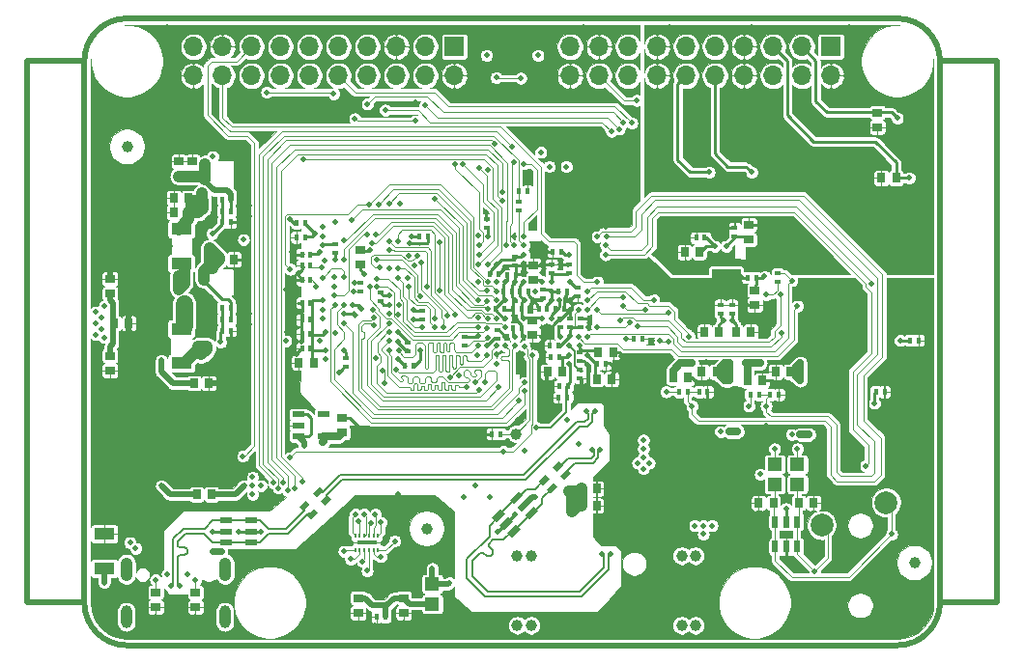
<source format=gbr>
%TF.GenerationSoftware,KiCad,Pcbnew,(5.1.10-1-10_14)*%
%TF.CreationDate,2021-07-27T16:35:17+02:00*%
%TF.ProjectId,EX-PCB-10108-001,45582d50-4342-42d3-9130-3130382d3030,A*%
%TF.SameCoordinates,Original*%
%TF.FileFunction,Copper,L4,Bot*%
%TF.FilePolarity,Positive*%
%FSLAX46Y46*%
G04 Gerber Fmt 4.6, Leading zero omitted, Abs format (unit mm)*
G04 Created by KiCad (PCBNEW (5.1.10-1-10_14)) date 2021-07-27 16:35:17*
%MOMM*%
%LPD*%
G01*
G04 APERTURE LIST*
%TA.AperFunction,Profile*%
%ADD10C,0.500000*%
%TD*%
%TA.AperFunction,SMDPad,CuDef*%
%ADD11C,2.000000*%
%TD*%
%TA.AperFunction,ComponentPad*%
%ADD12O,1.000000X2.000000*%
%TD*%
%TA.AperFunction,ComponentPad*%
%ADD13O,1.050000X2.100000*%
%TD*%
%TA.AperFunction,SMDPad,CuDef*%
%ADD14R,0.510000X0.450000*%
%TD*%
%TA.AperFunction,SMDPad,CuDef*%
%ADD15R,0.450000X0.510000*%
%TD*%
%TA.AperFunction,SMDPad,CuDef*%
%ADD16R,0.710000X0.810000*%
%TD*%
%TA.AperFunction,SMDPad,CuDef*%
%ADD17R,0.810000X0.710000*%
%TD*%
%TA.AperFunction,ComponentPad*%
%ADD18C,0.500000*%
%TD*%
%TA.AperFunction,SMDPad,CuDef*%
%ADD19R,2.500000X2.500000*%
%TD*%
%TA.AperFunction,SMDPad,CuDef*%
%ADD20R,0.200000X0.450000*%
%TD*%
%TA.AperFunction,SMDPad,CuDef*%
%ADD21R,1.800000X0.400000*%
%TD*%
%TA.AperFunction,SMDPad,CuDef*%
%ADD22C,1.000000*%
%TD*%
%TA.AperFunction,SMDPad,CuDef*%
%ADD23R,1.250000X1.150000*%
%TD*%
%TA.AperFunction,SMDPad,CuDef*%
%ADD24R,1.800000X1.070000*%
%TD*%
%TA.AperFunction,ComponentPad*%
%ADD25R,1.700000X1.700000*%
%TD*%
%TA.AperFunction,ComponentPad*%
%ADD26O,1.700000X1.700000*%
%TD*%
%TA.AperFunction,ComponentPad*%
%ADD27C,1.000000*%
%TD*%
%TA.AperFunction,SMDPad,CuDef*%
%ADD28R,0.550000X1.060000*%
%TD*%
%TA.AperFunction,SMDPad,CuDef*%
%ADD29R,1.060000X0.550000*%
%TD*%
%TA.AperFunction,SMDPad,CuDef*%
%ADD30C,0.100000*%
%TD*%
%TA.AperFunction,SMDPad,CuDef*%
%ADD31R,1.060000X0.500000*%
%TD*%
%TA.AperFunction,ViaPad*%
%ADD32C,0.500000*%
%TD*%
%TA.AperFunction,Conductor*%
%ADD33C,0.250000*%
%TD*%
%TA.AperFunction,Conductor*%
%ADD34C,0.125000*%
%TD*%
%TA.AperFunction,Conductor*%
%ADD35C,0.500000*%
%TD*%
%TA.AperFunction,Conductor*%
%ADD36C,1.000000*%
%TD*%
%TA.AperFunction,Conductor*%
%ADD37C,0.650000*%
%TD*%
%TA.AperFunction,Conductor*%
%ADD38C,0.200000*%
%TD*%
%TA.AperFunction,Conductor*%
%ADD39C,0.115000*%
%TD*%
%TA.AperFunction,Conductor*%
%ADD40C,0.100000*%
%TD*%
%TA.AperFunction,Conductor*%
%ADD41C,0.700000*%
%TD*%
%TA.AperFunction,Conductor*%
%ADD42C,0.600000*%
%TD*%
%TA.AperFunction,Conductor*%
%ADD43C,1.500000*%
%TD*%
G04 APERTURE END LIST*
D10*
X41450000Y-85250000D02*
X46450000Y-85250000D01*
X41450000Y-132750000D02*
X46450000Y-132750000D01*
X121450000Y-132750000D02*
X126450000Y-132750000D01*
X126450000Y-85250000D02*
X121450000Y-85250000D01*
X126450000Y-85250000D02*
X126450000Y-132750000D01*
X41450000Y-85250000D02*
X41450000Y-132750000D01*
X117700000Y-81500000D02*
G75*
G02*
X121450000Y-85250000I0J-3750000D01*
G01*
X46450000Y-85250000D02*
G75*
G02*
X50200000Y-81500000I3750000J0D01*
G01*
X50200000Y-136500000D02*
G75*
G02*
X46450000Y-132750000I0J3750000D01*
G01*
X121450000Y-132750000D02*
G75*
G02*
X117700000Y-136500000I-3750000J0D01*
G01*
X46450000Y-85250000D02*
X46450000Y-132750000D01*
X117700000Y-136500000D02*
X50200000Y-136500000D01*
X117700000Y-81500000D02*
X50200000Y-81500000D01*
X121450000Y-85250000D02*
X121450000Y-132750000D01*
D11*
X116725000Y-123975000D03*
X111075000Y-125950000D03*
D12*
X50130000Y-134000000D03*
X58770000Y-134000000D03*
D13*
X50130000Y-129820000D03*
X58770000Y-129820000D03*
D14*
X103450000Y-99875000D03*
X103450000Y-100625000D03*
X102200000Y-106625000D03*
X102200000Y-107375000D03*
D15*
X104575000Y-104250000D03*
X105325000Y-104250000D03*
D14*
X103200000Y-106625000D03*
X103200000Y-107375000D03*
D15*
X119575000Y-109750000D03*
X118825000Y-109750000D03*
X116575000Y-114250000D03*
X115825000Y-114250000D03*
D16*
X100345000Y-102000000D03*
X99055000Y-102000000D03*
D15*
X100075000Y-100750000D03*
X100825000Y-100750000D03*
D17*
X104700000Y-100895000D03*
X104700000Y-99605000D03*
D16*
X102095000Y-109000000D03*
X100805000Y-109000000D03*
D17*
X105200000Y-105355000D03*
X105200000Y-106645000D03*
D16*
X103555000Y-109000000D03*
X104845000Y-109000000D03*
D15*
X88075000Y-113750000D03*
X88825000Y-113750000D03*
X88025000Y-114750000D03*
X88775000Y-114750000D03*
X87325000Y-111250000D03*
X88075000Y-111250000D03*
D14*
X89700000Y-105875000D03*
X89700000Y-105125000D03*
X107200000Y-103875000D03*
X107200000Y-104625000D03*
D18*
X101700000Y-105750000D03*
X101700000Y-104750000D03*
X101700000Y-103750000D03*
X102700000Y-105750000D03*
X102700000Y-104750000D03*
X102700000Y-103750000D03*
X103700000Y-105750000D03*
X103700000Y-104750000D03*
X103700000Y-103750000D03*
D19*
X102700000Y-104750000D03*
D20*
X71000000Y-128125000D03*
X71400000Y-128125000D03*
X71800000Y-128125000D03*
X72200000Y-128125000D03*
X70200000Y-128125000D03*
X70600000Y-128125000D03*
X71800000Y-126875000D03*
X72200000Y-126875000D03*
X71000000Y-126875000D03*
X71400000Y-126875000D03*
X70600000Y-126875000D03*
X70200000Y-126875000D03*
D21*
X71200000Y-127500000D03*
D17*
X56200000Y-133145000D03*
X56200000Y-131855000D03*
X52700000Y-133145000D03*
X52700000Y-131855000D03*
X115950000Y-91045000D03*
X115950000Y-89755000D03*
D16*
X116305000Y-95500000D03*
X117595000Y-95500000D03*
D15*
X100325000Y-114250000D03*
X101075000Y-114250000D03*
X98575000Y-114250000D03*
X99325000Y-114250000D03*
X106575000Y-114500000D03*
X107325000Y-114500000D03*
X104825000Y-114500000D03*
X105575000Y-114500000D03*
D22*
X119200000Y-129250000D03*
D23*
X106950000Y-122375000D03*
X106950000Y-120625000D03*
X108950000Y-122375000D03*
X108950000Y-120625000D03*
X76950000Y-131125000D03*
X76950000Y-132875000D03*
D24*
X54950000Y-111755000D03*
X54950000Y-108745000D03*
X54950000Y-103005000D03*
X54950000Y-99995000D03*
D16*
X56305000Y-123250000D03*
X57595000Y-123250000D03*
X106845000Y-124000000D03*
X105555000Y-124000000D03*
X109055000Y-124000000D03*
X110345000Y-124000000D03*
X88345000Y-112500000D03*
X87055000Y-112500000D03*
X101845000Y-112500000D03*
X100555000Y-112500000D03*
X104555000Y-113250000D03*
X105845000Y-113250000D03*
D17*
X74450000Y-132355000D03*
X74450000Y-133645000D03*
X70450000Y-132355000D03*
X70450000Y-133645000D03*
D15*
X72075000Y-134000000D03*
X72825000Y-134000000D03*
D16*
X108345000Y-112500000D03*
X107055000Y-112500000D03*
X56055000Y-113500000D03*
X57345000Y-113500000D03*
X49055000Y-108250000D03*
X50345000Y-108250000D03*
X90055000Y-122750000D03*
X91345000Y-122750000D03*
X90055000Y-124250000D03*
X91345000Y-124250000D03*
D17*
X48700000Y-111105000D03*
X48700000Y-112395000D03*
D16*
X98055000Y-113000000D03*
X99345000Y-113000000D03*
D17*
X48700000Y-105645000D03*
X48700000Y-104355000D03*
D25*
X111880000Y-83980000D03*
D26*
X111880000Y-86520000D03*
X109340000Y-83980000D03*
X109340000Y-86520000D03*
X106800000Y-83980000D03*
X106800000Y-86520000D03*
X104260000Y-83980000D03*
X104260000Y-86520000D03*
X101720000Y-83980000D03*
X101720000Y-86520000D03*
X99180000Y-83980000D03*
X99180000Y-86520000D03*
X96640000Y-83980000D03*
X96640000Y-86520000D03*
X94100000Y-83980000D03*
X94100000Y-86520000D03*
X91560000Y-83980000D03*
X91560000Y-86520000D03*
X89020000Y-83980000D03*
X89020000Y-86520000D03*
D25*
X78880000Y-83980000D03*
D26*
X78880000Y-86520000D03*
X76340000Y-83980000D03*
X76340000Y-86520000D03*
X73800000Y-83980000D03*
X73800000Y-86520000D03*
X71260000Y-83980000D03*
X71260000Y-86520000D03*
X68720000Y-83980000D03*
X68720000Y-86520000D03*
X66180000Y-83980000D03*
X66180000Y-86520000D03*
X63640000Y-83980000D03*
X63640000Y-86520000D03*
X61100000Y-83980000D03*
X61100000Y-86520000D03*
X58560000Y-83980000D03*
X58560000Y-86520000D03*
X56020000Y-83980000D03*
X56020000Y-86520000D03*
D27*
X98800000Y-128650000D03*
X100000000Y-128650000D03*
X100000000Y-134750000D03*
X98800000Y-134750000D03*
X84400000Y-134750000D03*
X85600000Y-134750000D03*
X84400000Y-128650000D03*
X85600000Y-128650000D03*
D28*
X108900000Y-127850000D03*
X107950000Y-127850000D03*
X107000000Y-127850000D03*
X107000000Y-125650000D03*
X108900000Y-125650000D03*
X107950000Y-125650000D03*
D29*
X61050000Y-125550000D03*
X61050000Y-126500000D03*
X61050000Y-127450000D03*
X58850000Y-127450000D03*
X58850000Y-125550000D03*
X58850000Y-126500000D03*
%TA.AperFunction,SMDPad,CuDef*%
D30*
G36*
X83913622Y-127018790D02*
G01*
X83524713Y-126629881D01*
X84274246Y-125880348D01*
X84663155Y-126269257D01*
X83913622Y-127018790D01*
G37*
%TD.AperFunction*%
%TA.AperFunction,SMDPad,CuDef*%
G36*
X83241871Y-126347038D02*
G01*
X82852962Y-125958129D01*
X83602495Y-125208596D01*
X83991404Y-125597505D01*
X83241871Y-126347038D01*
G37*
%TD.AperFunction*%
%TA.AperFunction,SMDPad,CuDef*%
G36*
X82570119Y-125675287D02*
G01*
X82181210Y-125286378D01*
X82930743Y-124536845D01*
X83319652Y-124925754D01*
X82570119Y-125675287D01*
G37*
%TD.AperFunction*%
%TA.AperFunction,SMDPad,CuDef*%
G36*
X84125754Y-124119652D02*
G01*
X83736845Y-123730743D01*
X84486378Y-122981210D01*
X84875287Y-123370119D01*
X84125754Y-124119652D01*
G37*
%TD.AperFunction*%
%TA.AperFunction,SMDPad,CuDef*%
G36*
X85469257Y-125463155D02*
G01*
X85080348Y-125074246D01*
X85829881Y-124324713D01*
X86218790Y-124713622D01*
X85469257Y-125463155D01*
G37*
%TD.AperFunction*%
%TA.AperFunction,SMDPad,CuDef*%
G36*
X84797505Y-124791404D02*
G01*
X84408596Y-124402495D01*
X85158129Y-123652962D01*
X85547038Y-124041871D01*
X84797505Y-124791404D01*
G37*
%TD.AperFunction*%
%TA.AperFunction,SMDPad,CuDef*%
G36*
X67760660Y-123292894D02*
G01*
X68114213Y-123646447D01*
X67548528Y-124212132D01*
X67194975Y-123858579D01*
X67760660Y-123292894D01*
G37*
%TD.AperFunction*%
%TA.AperFunction,SMDPad,CuDef*%
G36*
X66558579Y-124494975D02*
G01*
X66912132Y-124848528D01*
X66346447Y-125414213D01*
X65992894Y-125060660D01*
X66558579Y-124494975D01*
G37*
%TD.AperFunction*%
%TA.AperFunction,SMDPad,CuDef*%
G36*
X65851472Y-123787868D02*
G01*
X66205025Y-124141421D01*
X65639340Y-124707106D01*
X65285787Y-124353553D01*
X65851472Y-123787868D01*
G37*
%TD.AperFunction*%
%TA.AperFunction,SMDPad,CuDef*%
G36*
X67053553Y-122585787D02*
G01*
X67407106Y-122939340D01*
X66841421Y-123505025D01*
X66487868Y-123151472D01*
X67053553Y-122585787D01*
G37*
%TD.AperFunction*%
D24*
X48200000Y-129755000D03*
X48200000Y-126745000D03*
%TA.AperFunction,SMDPad,CuDef*%
D30*
G36*
X88760660Y-121042894D02*
G01*
X89114213Y-121396447D01*
X88548528Y-121962132D01*
X88194975Y-121608579D01*
X88760660Y-121042894D01*
G37*
%TD.AperFunction*%
%TA.AperFunction,SMDPad,CuDef*%
G36*
X87558579Y-122244975D02*
G01*
X87912132Y-122598528D01*
X87346447Y-123164213D01*
X86992894Y-122810660D01*
X87558579Y-122244975D01*
G37*
%TD.AperFunction*%
%TA.AperFunction,SMDPad,CuDef*%
G36*
X86851472Y-121537868D02*
G01*
X87205025Y-121891421D01*
X86639340Y-122457106D01*
X86285787Y-122103553D01*
X86851472Y-121537868D01*
G37*
%TD.AperFunction*%
%TA.AperFunction,SMDPad,CuDef*%
G36*
X88053553Y-120335787D02*
G01*
X88407106Y-120689340D01*
X87841421Y-121255025D01*
X87487868Y-120901472D01*
X88053553Y-120335787D01*
G37*
%TD.AperFunction*%
D15*
X95350000Y-109600000D03*
X94600000Y-109600000D03*
D14*
X84500000Y-98325000D03*
X84500000Y-97575000D03*
D15*
X84525000Y-96650000D03*
X85275000Y-96650000D03*
D14*
X81700000Y-99125000D03*
X81700000Y-99875000D03*
D22*
X76450000Y-126250000D03*
X50200000Y-92750000D03*
D15*
X59275000Y-106900000D03*
X58525000Y-106900000D03*
X59275000Y-98400000D03*
X58525000Y-98400000D03*
X58525000Y-99400000D03*
X59275000Y-99400000D03*
X58525000Y-107900000D03*
X59275000Y-107900000D03*
X58525000Y-97400000D03*
X59275000Y-97400000D03*
D16*
X55595000Y-97250000D03*
X54305000Y-97250000D03*
D17*
X69050000Y-117845000D03*
X69050000Y-116555000D03*
D31*
X67400000Y-118150000D03*
X67400000Y-116250000D03*
X65200000Y-116250000D03*
X65200000Y-117200000D03*
X65200000Y-118150000D03*
D22*
X84300000Y-117950000D03*
D15*
X82175000Y-117950000D03*
X82925000Y-117950000D03*
D16*
X55595000Y-98500000D03*
X54305000Y-98500000D03*
D15*
X58525000Y-108900000D03*
X59275000Y-108900000D03*
D16*
X91355000Y-113150000D03*
X92645000Y-113150000D03*
X91505000Y-110750000D03*
X92795000Y-110750000D03*
X58255000Y-102650000D03*
X59545000Y-102650000D03*
D14*
X84200000Y-103175000D03*
X84200000Y-102425000D03*
D15*
X65525000Y-103200000D03*
X66275000Y-103200000D03*
X65525000Y-104450000D03*
X66275000Y-104450000D03*
D14*
X70650000Y-105447599D03*
X70650000Y-104697599D03*
X79750000Y-109475000D03*
X79750000Y-110225000D03*
D17*
X54725000Y-95345000D03*
X54725000Y-94055000D03*
X55925000Y-95345000D03*
X55925000Y-94055000D03*
D15*
X87525000Y-101950000D03*
X88275000Y-101950000D03*
D14*
X89000000Y-107800000D03*
X89000000Y-108550000D03*
D15*
X82775000Y-103950000D03*
X82025000Y-103950000D03*
X65525000Y-102200000D03*
X66275000Y-102200000D03*
X65525000Y-106450000D03*
X66275000Y-106450000D03*
X65525000Y-107950000D03*
X66275000Y-107950000D03*
X65525000Y-110450000D03*
X66275000Y-110450000D03*
D14*
X69400000Y-111325000D03*
X69400000Y-112075000D03*
%TA.AperFunction,SMDPad,CuDef*%
D30*
G36*
X70113622Y-107125754D02*
G01*
X70474246Y-107486378D01*
X70156048Y-107804576D01*
X69795424Y-107443952D01*
X70113622Y-107125754D01*
G37*
%TD.AperFunction*%
%TA.AperFunction,SMDPad,CuDef*%
G36*
X70643952Y-106595424D02*
G01*
X71004576Y-106956048D01*
X70686378Y-107274246D01*
X70325754Y-106913622D01*
X70643952Y-106595424D01*
G37*
%TD.AperFunction*%
D15*
X75275000Y-111950000D03*
X74525000Y-111950000D03*
D14*
X74800000Y-109975000D03*
X74800000Y-110725000D03*
D15*
X76575000Y-100650000D03*
X75825000Y-100650000D03*
D14*
X68400000Y-101325000D03*
X68400000Y-102075000D03*
X72400000Y-105575000D03*
X72400000Y-106325000D03*
X76050000Y-107925000D03*
X76050000Y-107175000D03*
D15*
X65525000Y-109200000D03*
X66275000Y-109200000D03*
D17*
X70650000Y-103095000D03*
X70650000Y-101805000D03*
D15*
X83925000Y-105450000D03*
X83175000Y-105450000D03*
X83275000Y-106950000D03*
X82525000Y-106950000D03*
X84275000Y-104050000D03*
X83525000Y-104050000D03*
D14*
X82650000Y-108825000D03*
X82650000Y-109575000D03*
D15*
X65025000Y-100700000D03*
X65775000Y-100700000D03*
X65025000Y-99450000D03*
X65775000Y-99450000D03*
X84775000Y-108700000D03*
X84025000Y-108700000D03*
D17*
X85800000Y-104420000D03*
X85800000Y-103130000D03*
D14*
X88900000Y-103075000D03*
X88900000Y-103825000D03*
X87400000Y-103075000D03*
X87400000Y-103825000D03*
D15*
X92175000Y-111800000D03*
X91425000Y-111800000D03*
D17*
X85750000Y-107955000D03*
X85750000Y-109245000D03*
D15*
X85375000Y-105450000D03*
X84625000Y-105450000D03*
D14*
X89900000Y-111575000D03*
X89900000Y-110825000D03*
D15*
X88525000Y-106950000D03*
X87775000Y-106950000D03*
D14*
X88150000Y-107825000D03*
X88150000Y-108575000D03*
D15*
X84025000Y-106950000D03*
X84775000Y-106950000D03*
D14*
X89900000Y-113075000D03*
X89900000Y-112325000D03*
D15*
X86275000Y-106950000D03*
X87025000Y-106950000D03*
D14*
X86650000Y-106075000D03*
X86650000Y-105325000D03*
X89950000Y-107800000D03*
X89950000Y-108550000D03*
D15*
X88775000Y-105450000D03*
X88025000Y-105450000D03*
X87275000Y-110200000D03*
X88025000Y-110200000D03*
D16*
X66545000Y-111700000D03*
X65255000Y-111700000D03*
D32*
X84950000Y-109450000D03*
X86550000Y-109450000D03*
X87350000Y-108650000D03*
X86650000Y-108650000D03*
X84834988Y-110956490D03*
X85775000Y-106225000D03*
X84175000Y-107825000D03*
X84175000Y-106225000D03*
X83349998Y-109425000D03*
X80985632Y-109392490D03*
X81000000Y-107762467D03*
X82600000Y-111000000D03*
X67325000Y-101425000D03*
X67350000Y-107040012D03*
X67575000Y-111425000D03*
X67475002Y-102750000D03*
X67325000Y-99800000D03*
X68375000Y-105025000D03*
X68407510Y-109073618D03*
X67350000Y-107855024D03*
X71525000Y-101825000D03*
X69200000Y-107425000D03*
X69175000Y-110650000D03*
X64650000Y-101950000D03*
X80942495Y-104647889D03*
X74150000Y-97750000D03*
X74950000Y-101192490D03*
X75388154Y-103211846D03*
X75300000Y-107950000D03*
X73963466Y-109025000D03*
X72007510Y-111300000D03*
X73999118Y-106616832D03*
X73144696Y-105807655D03*
X90360541Y-113752839D03*
X84951243Y-103001243D03*
X84149996Y-104649996D03*
X84950002Y-103800000D03*
X80923436Y-111027100D03*
X79291743Y-112784562D03*
X65175000Y-112775000D03*
X67050000Y-109750000D03*
X84450000Y-116700000D03*
X90575000Y-111850000D03*
X80964484Y-100587490D03*
X88197515Y-103062509D03*
X86536439Y-103062510D03*
X89039948Y-107029994D03*
X59400000Y-110150000D03*
X60400000Y-102650000D03*
X89030551Y-106221806D03*
X72800000Y-117849990D03*
X93480658Y-111124538D03*
X92937457Y-112497399D03*
X95554994Y-116187510D03*
X95080000Y-114380000D03*
X79199673Y-117621969D03*
X91312510Y-114750000D03*
X65075000Y-110950012D03*
X64860000Y-107210000D03*
X65200000Y-103875000D03*
X90575000Y-101425000D03*
X84145442Y-100606948D03*
X91400978Y-103798391D03*
X93533311Y-117247490D03*
X88800000Y-116700000D03*
X87450000Y-116500000D03*
X65442630Y-109830918D03*
X75892150Y-110582150D03*
X53375000Y-102525000D03*
X53950000Y-101500000D03*
X57500021Y-106000012D03*
X90584263Y-108574989D03*
X112700000Y-112750000D03*
X86520052Y-101429995D03*
X96200000Y-104750000D03*
X96200000Y-105500000D03*
X99450000Y-108500000D03*
X117450000Y-114250000D03*
X120450000Y-109750000D03*
X107700000Y-115500000D03*
X106950000Y-113500000D03*
X103700000Y-114000000D03*
X101200000Y-115250000D03*
X100200000Y-113500000D03*
X100950000Y-111600000D03*
X61950000Y-126500000D03*
X59950000Y-126500000D03*
X52700000Y-134000000D03*
X56200000Y-134000000D03*
X48200000Y-133500000D03*
X60050000Y-92900000D03*
X55950000Y-93000000D03*
X54700000Y-93000000D03*
X53450000Y-97250000D03*
X53450000Y-98500000D03*
X47450000Y-125500000D03*
X48200000Y-125500000D03*
X48950000Y-125500000D03*
X48700000Y-113500000D03*
X50700000Y-109250000D03*
X50700000Y-107250000D03*
X59690000Y-115530000D03*
X59700000Y-114500000D03*
X59700000Y-113500000D03*
X59700000Y-112500000D03*
X59700000Y-111500000D03*
X58450000Y-111000000D03*
X49550010Y-102462363D03*
X96200000Y-109750000D03*
X71950000Y-134750000D03*
X69450000Y-133750000D03*
X74450000Y-134500000D03*
X92450000Y-124250000D03*
X92700000Y-119500000D03*
X93950000Y-119500000D03*
X82700000Y-126500000D03*
X84200000Y-125000000D03*
X102200000Y-121000000D03*
X99200000Y-121000000D03*
X107950000Y-129000000D03*
X81650000Y-98500000D03*
X64750000Y-115400000D03*
X52050000Y-100500000D03*
X52150000Y-98500000D03*
X52250000Y-101900000D03*
X48850000Y-115300000D03*
X48550000Y-116800000D03*
X52250000Y-115300000D03*
X52350000Y-117600000D03*
X75450000Y-88900000D03*
X85350000Y-95600000D03*
X95550000Y-111500000D03*
X68950000Y-89250000D03*
X105950000Y-108500000D03*
X70200000Y-130000000D03*
X69450000Y-132500000D03*
X62025000Y-92000000D03*
X57875000Y-87925000D03*
X56225000Y-101450000D03*
X89780000Y-99830000D03*
X73250000Y-126600000D03*
X68070000Y-127250000D03*
X68790000Y-129110000D03*
X120580000Y-131640000D03*
X114860000Y-135610000D03*
X120700000Y-106250000D03*
X120700000Y-113500000D03*
X120700000Y-119750000D03*
X120700000Y-125500000D03*
X108200000Y-135750000D03*
X81950000Y-135750000D03*
X76200000Y-135750000D03*
X67950000Y-135750000D03*
X60200000Y-135750000D03*
X53200000Y-135750000D03*
X47450000Y-123250000D03*
X47450000Y-116500000D03*
X47450000Y-93500000D03*
X47450000Y-88750000D03*
X53700000Y-82250000D03*
X90200000Y-82250000D03*
X89450000Y-92000000D03*
X90950000Y-95500000D03*
X73950000Y-123250000D03*
X79700000Y-123500000D03*
X77950000Y-128750000D03*
X64200000Y-128500000D03*
X95200000Y-131750000D03*
X104450000Y-127000000D03*
X103200000Y-122750000D03*
X106200000Y-117250000D03*
X99700000Y-117250000D03*
X64100000Y-105250000D03*
X60400000Y-109800000D03*
X57140000Y-108110000D03*
X92181999Y-99787490D03*
X95700000Y-128000000D03*
X96950000Y-126500000D03*
X96950000Y-125500000D03*
X96950000Y-127250000D03*
X95950000Y-128750000D03*
X87750000Y-98800000D03*
X90950000Y-97800000D03*
X60930000Y-97940000D03*
X60910000Y-98890000D03*
X64200000Y-108990000D03*
X60900000Y-107420000D03*
X60900000Y-108370000D03*
X52700000Y-124000000D03*
X113950000Y-109250000D03*
X113950000Y-106000000D03*
X119200000Y-116750000D03*
X95700000Y-122500000D03*
X81950000Y-123500000D03*
X80700000Y-122500000D03*
X110950000Y-119250000D03*
X113700000Y-123500000D03*
X110950000Y-127500000D03*
X112700000Y-129000000D03*
X109950000Y-110500000D03*
X112200000Y-109500000D03*
X109700000Y-108250000D03*
X110200000Y-105750000D03*
X108950000Y-105500000D03*
X111200000Y-105500000D03*
X111700000Y-104500000D03*
X55950000Y-91000000D03*
X51700000Y-95750000D03*
X113450000Y-120750000D03*
X83200000Y-88250000D03*
X85825000Y-99875000D03*
X110375000Y-122575000D03*
X88944989Y-111839545D03*
X54708540Y-104109173D03*
X54700000Y-105250000D03*
X55275000Y-104675000D03*
X105700000Y-111750000D03*
X104450000Y-111750000D03*
X99700000Y-111750000D03*
X98700000Y-111750000D03*
X48945000Y-110045000D03*
X48945000Y-106455000D03*
X48200000Y-106750000D03*
X47950000Y-107750000D03*
X47950000Y-108750000D03*
X48200000Y-109500000D03*
X47450000Y-109250000D03*
X47450000Y-108250000D03*
X47450000Y-107250000D03*
X56450000Y-110250000D03*
X57200000Y-110250000D03*
X56700000Y-111000000D03*
X95450000Y-121000000D03*
X65699990Y-118999990D03*
X95450000Y-120000000D03*
X95950000Y-120500000D03*
X94950000Y-120500000D03*
X95450000Y-119250000D03*
X95450000Y-118500000D03*
X86050000Y-117400000D03*
X57650000Y-100400000D03*
X58400000Y-109900000D03*
X67350000Y-106232510D03*
X67125000Y-102025000D03*
X67567490Y-109025000D03*
X73975000Y-111425000D03*
X67350000Y-100625000D03*
X67575000Y-110625000D03*
X87375000Y-105425000D03*
X75162181Y-100631247D03*
X68742490Y-112550000D03*
X64477521Y-99125000D03*
X83375000Y-104625000D03*
X83375000Y-106225000D03*
X83375000Y-107825000D03*
X73975000Y-109825000D03*
X69950000Y-106650000D03*
X68393161Y-104206839D03*
X73175000Y-103450008D03*
X73981440Y-107451061D03*
X74902057Y-102307510D03*
X73146362Y-106606044D03*
X71000000Y-103900000D03*
X85970001Y-105460000D03*
X87394140Y-106244140D03*
X56900000Y-104400000D03*
X56900000Y-103650000D03*
X57650000Y-103400000D03*
X57400000Y-101650000D03*
X57700000Y-93625000D03*
X89055010Y-104650000D03*
X84991068Y-102267079D03*
X89800000Y-107025000D03*
X82563901Y-103087522D03*
X88962490Y-102225000D03*
X57050000Y-95050000D03*
X57050000Y-95800000D03*
X57050000Y-94275000D03*
X81822394Y-100614389D03*
X88977101Y-109373438D03*
X88700000Y-94500000D03*
X87200000Y-94500000D03*
X86450000Y-93250000D03*
X117950000Y-109750000D03*
X115700000Y-115250000D03*
X104700000Y-115500000D03*
X109949994Y-118000000D03*
X109200000Y-118000000D03*
X108450000Y-118000000D03*
X103699994Y-117750000D03*
X102200000Y-117750000D03*
X102950000Y-117750000D03*
X97450000Y-114250000D03*
X78450000Y-131000000D03*
X76950000Y-129750000D03*
X105700000Y-121500000D03*
X81700000Y-84750000D03*
X86200000Y-84750000D03*
X81846408Y-94791082D03*
X64102510Y-109800000D03*
X84975000Y-107825000D03*
X87375000Y-107825000D03*
X86575000Y-107825000D03*
X85000000Y-106225000D03*
X84975000Y-104625000D03*
X88049990Y-106260057D03*
X88150000Y-109450000D03*
X89839950Y-110229992D03*
X86600000Y-104600000D03*
X87400000Y-104650000D03*
X66675000Y-100350000D03*
X68400000Y-102625000D03*
X81775000Y-110225000D03*
X75300000Y-107050000D03*
X81780000Y-109489961D03*
X70075000Y-105425000D03*
X70100000Y-104675000D03*
X66765728Y-105012811D03*
X67225000Y-103375000D03*
X68350004Y-105825000D03*
X71263617Y-100460044D03*
X67329800Y-104233033D03*
X69175007Y-104187779D03*
X72070394Y-104996702D03*
X80975000Y-108577479D03*
X81782510Y-104576801D03*
X71430092Y-97842490D03*
X64499994Y-103500000D03*
X85027479Y-113446250D03*
X69175000Y-108225000D03*
X68400000Y-106600000D03*
X85000008Y-114200000D03*
X69175000Y-106625000D03*
X84550000Y-115050000D03*
X84175000Y-110224998D03*
X71800000Y-107750000D03*
X82780741Y-113880741D03*
X71749994Y-107050000D03*
X83375000Y-110225000D03*
X71800006Y-108450000D03*
X82575000Y-111825000D03*
X73157855Y-107421056D03*
X78549998Y-112950000D03*
X82550014Y-110225000D03*
X83375000Y-108625004D03*
X72051422Y-104350010D03*
X82553407Y-107830176D03*
X71955654Y-100460045D03*
X69200002Y-102625000D03*
X81800000Y-107000000D03*
X74757692Y-104247843D03*
X82572369Y-104629075D03*
X81557005Y-113377003D03*
X73145314Y-108236067D03*
X81016261Y-114091261D03*
X73159989Y-109043151D03*
X81750000Y-111025000D03*
X73799992Y-112350000D03*
X81775000Y-108655023D03*
X71450381Y-105057737D03*
X81802576Y-107840012D03*
X71640949Y-101203887D03*
X69193161Y-101006839D03*
X81775000Y-106272522D03*
X68425000Y-99350000D03*
X77200002Y-97300000D03*
X82539117Y-106189117D03*
X82575000Y-105425000D03*
X72210613Y-97800000D03*
X80741993Y-113425000D03*
X73166576Y-110640113D03*
X73150000Y-109800000D03*
X79950000Y-113850000D03*
X73995017Y-110641784D03*
X80950000Y-110212089D03*
X80964085Y-106207456D03*
X69900000Y-99200000D03*
X81749936Y-105392444D03*
X73150000Y-97750000D03*
X73974999Y-104262214D03*
X76100000Y-108600000D03*
X75953074Y-102922997D03*
X77950003Y-108599997D03*
X73162247Y-101037013D03*
X78250170Y-107535014D03*
X72050000Y-102675000D03*
X75908195Y-105838089D03*
X72758081Y-113509979D03*
X72610160Y-112363696D03*
X74900002Y-105050000D03*
X77202448Y-108615011D03*
X73975000Y-103425000D03*
X77200000Y-107800000D03*
X73975000Y-101050000D03*
X78950000Y-107519729D03*
X76457510Y-105050000D03*
X73188619Y-101792490D03*
X72304846Y-103374990D03*
X75600000Y-102307510D03*
X77600000Y-105350000D03*
X77600000Y-101175000D03*
X85008768Y-110258768D03*
X85750000Y-111050000D03*
X83150000Y-119500000D03*
X60350000Y-119900000D03*
X64464924Y-120045084D03*
X67300000Y-118700000D03*
X88925000Y-110225002D03*
X85000000Y-119400000D03*
X89750000Y-118800000D03*
X84218902Y-109439227D03*
X90575000Y-111075010D03*
X60400000Y-100900000D03*
X61200000Y-122500000D03*
X57700000Y-128250000D03*
X50950000Y-128000000D03*
X50450000Y-127500000D03*
X58450000Y-128250000D03*
X61200000Y-121750000D03*
X61200000Y-123250000D03*
X61950000Y-122500000D03*
X60450000Y-122500000D03*
X53200000Y-111500000D03*
X53200000Y-122500000D03*
X100700000Y-126000000D03*
X99950000Y-126000000D03*
X101450000Y-126000000D03*
X100700000Y-126750000D03*
X72950000Y-133000000D03*
X71950000Y-133000000D03*
X84700000Y-86750000D03*
X82550000Y-86699996D03*
X84987086Y-101379535D03*
X81025000Y-102275000D03*
X79650000Y-94300000D03*
X54075000Y-131250000D03*
X55450000Y-130250000D03*
X53700000Y-130250000D03*
X54825000Y-131250000D03*
X56775000Y-96825000D03*
X56800000Y-98150000D03*
X56797353Y-97480375D03*
X55300010Y-106145709D03*
X55300010Y-106900000D03*
X55300010Y-107689050D03*
X89200000Y-124750000D03*
X88950000Y-123000000D03*
X85925000Y-123475000D03*
X102450000Y-108000000D03*
X103200000Y-108000000D03*
X106075022Y-104144006D03*
X109200000Y-112500000D03*
X109200000Y-111750000D03*
X109200000Y-113250000D03*
X71612282Y-125736280D03*
X63469029Y-122693891D03*
X102700000Y-101500000D03*
X102950000Y-112500000D03*
X102950000Y-111750000D03*
X102949986Y-113250000D03*
X88944989Y-111026219D03*
X117700000Y-90250000D03*
X118750000Y-95500000D03*
X110200000Y-102750000D03*
X111450000Y-103500000D03*
X108950000Y-103500000D03*
X108950000Y-102750000D03*
X111450000Y-102750000D03*
X97450000Y-94500000D03*
X97700000Y-96250000D03*
X102200000Y-95000000D03*
X104700000Y-94000000D03*
X110700000Y-94000000D03*
X100950000Y-99250000D03*
X102200000Y-100750000D03*
X114950000Y-95500000D03*
X114950000Y-90700000D03*
X120700000Y-87750000D03*
X120700000Y-92250000D03*
X120700000Y-97250000D03*
X120700000Y-102000000D03*
X97700000Y-82250000D03*
X104950000Y-82250000D03*
X113450000Y-82250000D03*
X97450000Y-90200000D03*
X99150000Y-102900000D03*
X105150000Y-102200000D03*
X105950000Y-99500000D03*
X111450000Y-95750000D03*
X117450000Y-102500000D03*
X114200000Y-88500000D03*
X101700000Y-101500000D03*
X101200000Y-95000000D03*
X57700000Y-126500000D03*
X107950000Y-124500000D03*
X48200000Y-131000000D03*
X110450000Y-130000000D03*
X117200000Y-126750000D03*
X104950000Y-95000000D03*
X80975000Y-103075000D03*
X81070052Y-94598104D03*
X91375000Y-108575000D03*
X94250000Y-108200000D03*
X94850000Y-88700000D03*
X76325000Y-89125000D03*
X93337490Y-91200000D03*
X72825000Y-89550000D03*
X92650000Y-91400000D03*
X95641674Y-107025052D03*
X96849954Y-109777035D03*
X97674966Y-109837490D03*
X93650000Y-106700000D03*
X106950000Y-119250000D03*
X90575000Y-106225000D03*
X108950000Y-119250000D03*
X99450000Y-109400000D03*
X91675000Y-119349990D03*
X90925000Y-119349990D03*
X90425000Y-115950000D03*
X91175000Y-115950000D03*
X93900000Y-109600000D03*
X106200000Y-105750000D03*
X107450000Y-105750000D03*
X93450000Y-108000000D03*
X114950000Y-120750000D03*
X92120050Y-102229996D03*
X52700000Y-130750000D03*
X56200000Y-130750000D03*
X70820099Y-129128386D03*
X71240000Y-129959998D03*
X72442185Y-128715876D03*
X73650000Y-127350000D03*
X69200000Y-128250000D03*
X69791639Y-128941636D03*
X84120050Y-101429994D03*
X82450000Y-92500000D03*
X71950000Y-125000000D03*
X63881539Y-122250000D03*
X84066369Y-94144506D03*
X72437294Y-125722191D03*
X83050000Y-97500000D03*
X65550000Y-122150000D03*
X84990002Y-100610000D03*
X84950000Y-94250000D03*
X83950000Y-92750000D03*
X63037490Y-122250000D03*
X70950000Y-125000000D03*
X64294049Y-122933753D03*
X70483312Y-125633310D03*
X83387501Y-101378686D03*
X70200000Y-125000000D03*
X64864566Y-122747944D03*
X83050000Y-96700000D03*
X90550000Y-105425000D03*
X96350006Y-106200000D03*
X91350000Y-107050000D03*
X97658311Y-107291689D03*
X90550000Y-107025000D03*
X93675000Y-90625000D03*
X71259996Y-89015004D03*
X93650000Y-106000000D03*
X94425000Y-90675000D03*
X62425000Y-87975000D03*
X68307490Y-88120811D03*
X81025000Y-101425000D03*
X78950000Y-94312510D03*
X70150000Y-90300000D03*
X75450000Y-90500000D03*
X81808767Y-103058767D03*
X65625000Y-93850000D03*
X91425000Y-104625000D03*
X90575000Y-109400000D03*
X108450000Y-104500000D03*
X89775000Y-109450000D03*
X108950000Y-106750000D03*
X94950000Y-108500000D03*
X107550000Y-109100000D03*
X91825000Y-128500000D03*
X92575000Y-128500000D03*
X106200000Y-115500000D03*
X92200000Y-100650000D03*
X99700000Y-115500000D03*
X91400000Y-100650000D03*
X92151248Y-101401248D03*
X115450000Y-104750000D03*
D33*
X88425000Y-107025000D02*
X88425000Y-107000000D01*
X85775000Y-106225000D02*
X85375000Y-105825000D01*
X85375000Y-105825000D02*
X85375000Y-105425000D01*
X86175000Y-106825000D02*
X86175000Y-106625000D01*
X86175000Y-106625000D02*
X85775000Y-106225000D01*
X84050000Y-107025000D02*
X84050000Y-107700000D01*
X84050000Y-107700000D02*
X84175000Y-107825000D01*
X83300000Y-107025000D02*
X84050000Y-107025000D01*
X84050000Y-107025000D02*
X84050000Y-106350000D01*
X84050000Y-106350000D02*
X84175000Y-106225000D01*
X65625000Y-103300000D02*
X65625000Y-103275000D01*
X65625000Y-102125000D02*
X65525000Y-102125000D01*
X68400000Y-101275000D02*
X67475000Y-101275000D01*
X67475000Y-101275000D02*
X67325000Y-101425000D01*
X82575000Y-108800000D02*
X82724998Y-108800000D01*
X82724998Y-108800000D02*
X83349998Y-109425000D01*
X70725000Y-101875000D02*
X71475000Y-101875000D01*
X71475000Y-101875000D02*
X71525000Y-101825000D01*
X70119670Y-107380330D02*
X69244670Y-107380330D01*
X69244670Y-107380330D02*
X69200000Y-107425000D01*
X69400000Y-111300000D02*
X69400000Y-110875000D01*
X69400000Y-110875000D02*
X69175000Y-110650000D01*
X64899999Y-101700001D02*
X64650000Y-101950000D01*
X65025000Y-101575000D02*
X64899999Y-101700001D01*
X75825000Y-101275000D02*
X75812373Y-101262373D01*
X76467627Y-101262373D02*
X76575000Y-101155000D01*
X76575000Y-101155000D02*
X76575000Y-100650000D01*
X75812373Y-101262373D02*
X76467627Y-101262373D01*
X75812373Y-101262373D02*
X75742490Y-101192490D01*
X75742490Y-101192490D02*
X75303553Y-101192490D01*
X75303553Y-101192490D02*
X74950000Y-101192490D01*
X80903122Y-109475000D02*
X80985632Y-109392490D01*
X79750000Y-109475000D02*
X80903122Y-109475000D01*
X76050000Y-107950000D02*
X75300000Y-107950000D01*
X76100000Y-107900000D02*
X76050000Y-107950000D01*
X74800000Y-109861534D02*
X73963466Y-109025000D01*
X74800000Y-109975000D02*
X74800000Y-109861534D01*
X72791143Y-105807655D02*
X73144696Y-105807655D01*
X72632655Y-105807655D02*
X72791143Y-105807655D01*
X72500000Y-105675000D02*
X72632655Y-105807655D01*
X84149996Y-104296443D02*
X84149996Y-104649996D01*
X84149996Y-104075004D02*
X84149996Y-104296443D01*
X84250000Y-103975000D02*
X84149996Y-104075004D01*
X84951243Y-103798759D02*
X84950002Y-103800000D01*
X84951243Y-103001243D02*
X84951243Y-103798759D01*
X83925000Y-104874992D02*
X84149996Y-104649996D01*
X84175000Y-106225000D02*
X83925000Y-105975000D01*
X83925000Y-105975000D02*
X83925000Y-104874992D01*
X88150000Y-107825000D02*
X88075000Y-107825000D01*
X87599999Y-108400001D02*
X87350000Y-108650000D01*
X87599999Y-108300001D02*
X87599999Y-108400001D01*
X88075000Y-107825000D02*
X87599999Y-108300001D01*
X64650000Y-101950000D02*
X64650000Y-102325000D01*
X84275000Y-103250000D02*
X84200000Y-103175000D01*
X84275000Y-103950000D02*
X84275000Y-103250000D01*
X84800002Y-103950000D02*
X84950002Y-103800000D01*
X84275000Y-103950000D02*
X84800002Y-103950000D01*
X84777486Y-103175000D02*
X84951243Y-103001243D01*
X84200000Y-103175000D02*
X84777486Y-103175000D01*
X84775000Y-108425000D02*
X84175000Y-107825000D01*
X84775000Y-108700000D02*
X84775000Y-108425000D01*
X86475000Y-106225000D02*
X86128553Y-106225000D01*
X86675000Y-106025000D02*
X86475000Y-106225000D01*
X86128553Y-106225000D02*
X85775000Y-106225000D01*
X82775000Y-103950000D02*
X82775000Y-103876957D01*
X90275000Y-111550000D02*
X90325001Y-111600001D01*
X90000000Y-111550000D02*
X90275000Y-111550000D01*
X90325001Y-111600001D02*
X90575000Y-111850000D01*
X86889992Y-103062510D02*
X86536439Y-103062510D01*
X88551068Y-103062509D02*
X88197515Y-103062509D01*
X87262510Y-103062510D02*
X86889992Y-103062510D01*
X88712509Y-103062509D02*
X88551068Y-103062509D01*
X88825000Y-103175000D02*
X88712509Y-103062509D01*
X87375000Y-103175000D02*
X87262510Y-103062510D01*
X86468949Y-103130000D02*
X86536439Y-103062510D01*
X85800000Y-103130000D02*
X86468949Y-103130000D01*
X85080000Y-103130000D02*
X84951243Y-103001243D01*
X85800000Y-103130000D02*
X85080000Y-103130000D01*
X88775000Y-105450000D02*
X88775000Y-105675000D01*
X88775000Y-105675000D02*
X88525000Y-105925000D01*
X88525000Y-105925000D02*
X88525000Y-106950000D01*
X89039948Y-107383547D02*
X89039948Y-107029994D01*
X89039948Y-107785052D02*
X89039948Y-107383547D01*
X88975000Y-107850000D02*
X89039948Y-107785052D01*
X88094942Y-107975000D02*
X88789949Y-107279993D01*
X88025000Y-107975000D02*
X88094942Y-107975000D01*
X88789949Y-107279993D02*
X89039948Y-107029994D01*
X59275000Y-108900000D02*
X59275000Y-110025000D01*
X59275000Y-110025000D02*
X59400000Y-110150000D01*
X59545000Y-102650000D02*
X60400000Y-102650000D01*
X59275000Y-99400000D02*
X60150000Y-99400000D01*
X89452357Y-105800000D02*
X89030551Y-106221806D01*
X89750000Y-105800000D02*
X89452357Y-105800000D01*
X69050000Y-116555000D02*
X69705000Y-116555000D01*
X70999990Y-117849990D02*
X72800000Y-117849990D01*
X69705000Y-116555000D02*
X70999990Y-117849990D01*
X92687458Y-112747398D02*
X92937457Y-112497399D01*
X92575000Y-113125000D02*
X92575000Y-112859856D01*
X92575000Y-112859856D02*
X92687458Y-112747398D01*
X92695000Y-112950000D02*
X92695000Y-112739856D01*
X92695000Y-112739856D02*
X92937457Y-112497399D01*
X84775000Y-109275000D02*
X84950000Y-109450000D01*
X84775000Y-108700000D02*
X84775000Y-109275000D01*
X82175000Y-117950000D02*
X79527704Y-117950000D01*
X79527704Y-117950000D02*
X79199673Y-117621969D01*
X65075000Y-110900000D02*
X65075000Y-110950012D01*
X65525000Y-107950000D02*
X65525000Y-107377516D01*
X65525000Y-107377516D02*
X65472484Y-107325000D01*
X65525000Y-107272484D02*
X65472484Y-107325000D01*
X65525000Y-106450000D02*
X65525000Y-107272484D01*
X88954896Y-107075000D02*
X89039948Y-106989948D01*
X88650000Y-107075000D02*
X88954896Y-107075000D01*
X89039948Y-106989948D02*
X89039948Y-107029994D01*
X88525000Y-106950000D02*
X88650000Y-107075000D01*
X84950002Y-103175000D02*
X84950002Y-103800000D01*
X84200000Y-103175000D02*
X84950002Y-103175000D01*
X93480658Y-110905658D02*
X93480658Y-111124538D01*
X93350000Y-110775000D02*
X93480658Y-110905658D01*
X93100000Y-110775000D02*
X93350000Y-110775000D01*
X92900000Y-112125000D02*
X92900000Y-112459942D01*
X92525000Y-111750000D02*
X92900000Y-112125000D01*
X92900000Y-112459942D02*
X92937457Y-112497399D01*
X92100000Y-111750000D02*
X92525000Y-111750000D01*
X90307702Y-113700000D02*
X90360541Y-113752839D01*
X90025000Y-113700000D02*
X90307702Y-113700000D01*
X90000000Y-113675000D02*
X90025000Y-113700000D01*
X90000000Y-113150000D02*
X90000000Y-113675000D01*
X87486674Y-113300000D02*
X87513325Y-113326651D01*
X86900000Y-113150000D02*
X87050000Y-113300000D01*
X87050000Y-113300000D02*
X87486674Y-113300000D01*
X86900000Y-112400000D02*
X86900000Y-113150000D01*
X65525000Y-106450000D02*
X65150000Y-106450000D01*
X65525000Y-104450000D02*
X64775000Y-104450000D01*
X65200000Y-104050000D02*
X65200000Y-103875000D01*
X65600000Y-104450000D02*
X65200000Y-104050000D01*
X65625000Y-104450000D02*
X65600000Y-104450000D01*
X82775000Y-103950000D02*
X82775000Y-103925000D01*
X83525000Y-103175000D02*
X84200000Y-103175000D01*
X82775000Y-103925000D02*
X83525000Y-103175000D01*
X65472484Y-107325000D02*
X65472484Y-109801064D01*
X65525000Y-109200000D02*
X65525000Y-109748548D01*
X65472484Y-109801064D02*
X65442630Y-109830918D01*
X65525000Y-109748548D02*
X65442630Y-109830918D01*
X75892150Y-111457850D02*
X75892150Y-110935703D01*
X75892150Y-110935703D02*
X75892150Y-110582150D01*
X75375000Y-111975000D02*
X75892150Y-111457850D01*
X89950000Y-107800000D02*
X90455000Y-107800000D01*
X90455000Y-107800000D02*
X90584263Y-107929263D01*
X90584263Y-107929263D02*
X90584263Y-108574989D01*
X87525000Y-101950000D02*
X87040057Y-101950000D01*
X87040057Y-101950000D02*
X86520052Y-101429995D01*
X102700000Y-104750000D02*
X102700000Y-103895000D01*
X104200000Y-104250000D02*
X103700000Y-103750000D01*
X104575000Y-104250000D02*
X104200000Y-104250000D01*
X104595000Y-106645000D02*
X103700000Y-105750000D01*
X105200000Y-106645000D02*
X104595000Y-106645000D01*
D34*
X107325000Y-115125000D02*
X107700000Y-115500000D01*
X107325000Y-114500000D02*
X107325000Y-115125000D01*
D33*
X101075000Y-115125000D02*
X101200000Y-115250000D01*
X101075000Y-114250000D02*
X101075000Y-115125000D01*
D35*
X50345000Y-108895000D02*
X50700000Y-109250000D01*
X50345000Y-108250000D02*
X50345000Y-108895000D01*
X50345000Y-107605000D02*
X50700000Y-107250000D01*
X50345000Y-108250000D02*
X50345000Y-107605000D01*
X57345000Y-113500000D02*
X59700000Y-113500000D01*
X48700000Y-104355000D02*
X48700000Y-103312373D01*
X48700000Y-103312373D02*
X49550010Y-102462363D01*
D33*
X107950000Y-129000000D02*
X107950000Y-127850000D01*
X81775000Y-99200000D02*
X81650000Y-99075000D01*
X81650000Y-99075000D02*
X81650000Y-98853553D01*
X81650000Y-98853553D02*
X81650000Y-98500000D01*
X99700000Y-113000000D02*
X100200000Y-113500000D01*
X99345000Y-113000000D02*
X99700000Y-113000000D01*
X106700000Y-113250000D02*
X106950000Y-113500000D01*
X105845000Y-113250000D02*
X106700000Y-113250000D01*
X65462516Y-107210000D02*
X65525000Y-107272484D01*
X64860000Y-107210000D02*
X65462516Y-107210000D01*
X65525000Y-103550000D02*
X65200000Y-103875000D01*
X65525000Y-103200000D02*
X65525000Y-103550000D01*
X64900000Y-102200000D02*
X64650000Y-101950000D01*
X65525000Y-102200000D02*
X64900000Y-102200000D01*
X65075000Y-110875000D02*
X65075000Y-110950012D01*
X65500000Y-110450000D02*
X65075000Y-110875000D01*
X65525000Y-110450000D02*
X65500000Y-110450000D01*
X61050000Y-126500000D02*
X61950000Y-126500000D01*
X61050000Y-126500000D02*
X59950000Y-126500000D01*
X83422183Y-125777817D02*
X84200000Y-125000000D01*
X83422183Y-125777817D02*
X82700000Y-126500000D01*
X65980000Y-116250000D02*
X66300000Y-116570000D01*
X65200000Y-116250000D02*
X65980000Y-116250000D01*
X66300000Y-116570000D02*
X66300000Y-117950000D01*
X66100000Y-118150000D02*
X65200000Y-118150000D01*
X66300000Y-117950000D02*
X66100000Y-118150000D01*
D36*
X55200000Y-103125000D02*
X55200000Y-103750000D01*
X55200000Y-103750000D02*
X54840827Y-104109173D01*
X54840827Y-104109173D02*
X54708540Y-104109173D01*
X55200000Y-103125000D02*
X55200000Y-104750000D01*
X55200000Y-104750000D02*
X54700000Y-105250000D01*
X55200000Y-103750000D02*
X55200000Y-104627392D01*
X55200000Y-104627392D02*
X55205356Y-104632748D01*
X54708540Y-105241460D02*
X54700000Y-105250000D01*
X54708540Y-104109173D02*
X54708540Y-105241460D01*
D37*
X105700000Y-111750000D02*
X104450000Y-111750000D01*
X104555000Y-111855000D02*
X104450000Y-111750000D01*
X104555000Y-113250000D02*
X104555000Y-111855000D01*
X99700000Y-111750000D02*
X98700000Y-111750000D01*
X98055000Y-112395000D02*
X98700000Y-111750000D01*
X98055000Y-113000000D02*
X98055000Y-112395000D01*
D35*
X48700000Y-110290000D02*
X48945000Y-110045000D01*
X48700000Y-111105000D02*
X48700000Y-110290000D01*
X48700000Y-106210000D02*
X48945000Y-106455000D01*
X48700000Y-105645000D02*
X48700000Y-106210000D01*
X48945000Y-106455000D02*
X48945000Y-110045000D01*
D36*
X56450000Y-110500000D02*
X56450000Y-110250000D01*
X55200000Y-111750000D02*
X56450000Y-110500000D01*
X56450000Y-110250000D02*
X57200000Y-110250000D01*
D33*
X56450000Y-110250000D02*
X56700000Y-110500000D01*
X56949999Y-111249999D02*
X56700000Y-111000000D01*
X56700000Y-110500000D02*
X56700000Y-111000000D01*
D36*
X57200000Y-110500000D02*
X57200000Y-110250000D01*
X56700000Y-111000000D02*
X57200000Y-110500000D01*
D33*
X89000000Y-111894556D02*
X88944989Y-111839545D01*
X89000000Y-113450000D02*
X89000000Y-111894556D01*
X88700000Y-113750000D02*
X89000000Y-113450000D01*
X88700000Y-114750000D02*
X88700000Y-113750000D01*
D35*
X65699990Y-118649990D02*
X65200000Y-118150000D01*
X65699990Y-118999990D02*
X65699990Y-118649990D01*
D38*
X87351776Y-117400000D02*
X86050000Y-117400000D01*
X88700000Y-114750000D02*
X88700000Y-116051776D01*
X88700000Y-116051776D02*
X87351776Y-117400000D01*
D33*
X58525000Y-99400000D02*
X58525000Y-98400000D01*
X58525000Y-98400000D02*
X58525000Y-97400000D01*
X58525000Y-99400000D02*
X58525000Y-99525000D01*
X58525000Y-99525000D02*
X57650000Y-100400000D01*
X58400000Y-109025000D02*
X58525000Y-108900000D01*
X58400000Y-109900000D02*
X58400000Y-109025000D01*
X58525000Y-108900000D02*
X58525000Y-107900000D01*
X58525000Y-107900000D02*
X58525000Y-106900000D01*
X66375000Y-110650000D02*
X66375000Y-111700000D01*
X66375000Y-111700000D02*
X66425000Y-111750000D01*
X66375000Y-109225000D02*
X66375000Y-110650000D01*
X66375000Y-106225000D02*
X67342490Y-106225000D01*
X67342490Y-106225000D02*
X67350000Y-106232510D01*
X66375000Y-107850000D02*
X66375000Y-106225000D01*
X66375000Y-107850000D02*
X66375000Y-109225000D01*
X66375000Y-109225000D02*
X67367490Y-109225000D01*
X67367490Y-109225000D02*
X67567490Y-109025000D01*
X66375000Y-110650000D02*
X67550000Y-110650000D01*
X67550000Y-110650000D02*
X67575000Y-110625000D01*
X74625000Y-111975000D02*
X74525000Y-111975000D01*
X74525000Y-111975000D02*
X73975000Y-111425000D01*
X66375000Y-102125000D02*
X67025000Y-102125000D01*
X67025000Y-102125000D02*
X67125000Y-102025000D01*
X86675000Y-105275000D02*
X87225000Y-105275000D01*
X87225000Y-105275000D02*
X87375000Y-105425000D01*
X88050000Y-105425000D02*
X87375000Y-105425000D01*
X75515734Y-100631247D02*
X75162181Y-100631247D01*
X75718753Y-100631247D02*
X75515734Y-100631247D01*
X75825000Y-100525000D02*
X75718753Y-100631247D01*
X68992489Y-112300001D02*
X68742490Y-112550000D01*
X69400000Y-112050000D02*
X69242490Y-112050000D01*
X69242490Y-112050000D02*
X68992489Y-112300001D01*
X64877521Y-99525000D02*
X64727520Y-99374999D01*
X65025000Y-99525000D02*
X64877521Y-99525000D01*
X64727520Y-99374999D02*
X64477521Y-99125000D01*
X83175000Y-105425000D02*
X83175000Y-106025000D01*
X83175000Y-106025000D02*
X83375000Y-106225000D01*
X83175000Y-105425000D02*
X83175000Y-104825000D01*
X83175000Y-104825000D02*
X83375000Y-104625000D01*
X83500000Y-103975000D02*
X83500000Y-104500000D01*
X83500000Y-104500000D02*
X83375000Y-104625000D01*
X82550000Y-107025000D02*
X82550000Y-107125000D01*
X82550000Y-107125000D02*
X83300000Y-107875000D01*
X83300000Y-107875000D02*
X83350000Y-107825000D01*
X83350000Y-107825000D02*
X83375000Y-107825000D01*
X82550000Y-107025000D02*
X82525000Y-107000000D01*
X82525000Y-107000000D02*
X82525000Y-106950000D01*
X70725000Y-103225000D02*
X70725000Y-103000000D01*
X70725000Y-103225000D02*
X70700000Y-103225000D01*
X70650000Y-106850000D02*
X70450000Y-106650000D01*
X70450000Y-106650000D02*
X69950000Y-106650000D01*
X73975000Y-109950000D02*
X73975000Y-109825000D01*
X74575000Y-110550000D02*
X73975000Y-109950000D01*
X74750000Y-110550000D02*
X74575000Y-110550000D01*
X72681044Y-106606044D02*
X72792809Y-106606044D01*
X72792809Y-106606044D02*
X73146362Y-106606044D01*
X72500000Y-106425000D02*
X72681044Y-106606044D01*
X82525000Y-106875000D02*
X83150000Y-106250000D01*
X82525000Y-106950000D02*
X82525000Y-106875000D01*
X83350000Y-106250000D02*
X83375000Y-106225000D01*
X83150000Y-106250000D02*
X83350000Y-106250000D01*
X70650000Y-103550000D02*
X71000000Y-103900000D01*
X70650000Y-103095000D02*
X70650000Y-103550000D01*
X86925000Y-106825000D02*
X86925000Y-106713280D01*
X87144141Y-106494139D02*
X87394140Y-106244140D01*
X87375000Y-105425000D02*
X87375000Y-106225000D01*
X87375000Y-106225000D02*
X87394140Y-106244140D01*
X86925000Y-106713280D02*
X87144141Y-106494139D01*
D36*
X58255000Y-102505000D02*
X57400000Y-101650000D01*
X58255000Y-102650000D02*
X58255000Y-102505000D01*
X57400000Y-103150000D02*
X57650000Y-103400000D01*
X57400000Y-101650000D02*
X57400000Y-103150000D01*
X57650000Y-103255000D02*
X58255000Y-102650000D01*
X57650000Y-103400000D02*
X57650000Y-103255000D01*
X57150000Y-103400000D02*
X56900000Y-103650000D01*
X57650000Y-103400000D02*
X57150000Y-103400000D01*
X56900000Y-103650000D02*
X56900000Y-104400000D01*
D33*
X59275000Y-107900000D02*
X59275000Y-106900000D01*
X56900000Y-104050000D02*
X56900000Y-104400000D01*
X59075000Y-106150000D02*
X58500000Y-106150000D01*
X56650000Y-104300001D02*
X56900000Y-104050000D01*
X58500000Y-106150000D02*
X56650000Y-104300001D01*
X59275000Y-106350000D02*
X59075000Y-106150000D01*
X59275000Y-106900000D02*
X59275000Y-106350000D01*
D34*
X89450000Y-107375000D02*
X89800000Y-107025000D01*
D33*
X89950000Y-108550000D02*
X89450000Y-108550000D01*
D34*
X89450000Y-108550000D02*
X89450000Y-107375000D01*
D33*
X89450000Y-108550000D02*
X89000000Y-108550000D01*
X82050000Y-103601423D02*
X82313902Y-103337521D01*
X82313902Y-103337521D02*
X82563901Y-103087522D01*
X82050000Y-103950000D02*
X82050000Y-103601423D01*
X84690059Y-102450000D02*
X84050000Y-102450000D01*
X84975005Y-102165054D02*
X84690059Y-102450000D01*
X82976424Y-102674999D02*
X82563901Y-103087522D01*
X83550000Y-102674999D02*
X82976424Y-102674999D01*
X84075001Y-102674999D02*
X83476424Y-102674999D01*
X84300000Y-102450000D02*
X84075001Y-102674999D01*
X59275000Y-98400000D02*
X59275000Y-97400000D01*
X89480010Y-105075000D02*
X89055010Y-104650000D01*
X89750000Y-105075000D02*
X89480010Y-105075000D01*
X88608937Y-102225000D02*
X88962490Y-102225000D01*
X88350000Y-102025000D02*
X88550000Y-102225000D01*
X88550000Y-102225000D02*
X88608937Y-102225000D01*
D36*
X54725000Y-95345000D02*
X56595000Y-95345000D01*
D34*
X88912490Y-102175000D02*
X88962490Y-102225000D01*
X88525000Y-102175000D02*
X88912490Y-102175000D01*
X88300000Y-101950000D02*
X88525000Y-102175000D01*
X88275000Y-101950000D02*
X88300000Y-101950000D01*
D35*
X57850000Y-96600000D02*
X57050000Y-95800000D01*
X58975000Y-96600000D02*
X57850000Y-96600000D01*
X57050000Y-95800000D02*
X57050000Y-94275000D01*
X59275000Y-96900000D02*
X58975000Y-96600000D01*
X59275000Y-97400000D02*
X59275000Y-96900000D01*
D36*
X57050000Y-95670000D02*
X57050000Y-94275000D01*
D33*
X81822394Y-99997394D02*
X81822394Y-100260836D01*
X81775000Y-99950000D02*
X81822394Y-99997394D01*
X81822394Y-100260836D02*
X81822394Y-100614389D01*
X88150000Y-110275000D02*
X88150000Y-110200539D01*
X89125000Y-108725000D02*
X88977101Y-108872899D01*
X88150000Y-110200539D02*
X88727102Y-109623437D01*
X88977101Y-109019885D02*
X88977101Y-109373438D01*
X88977101Y-108872899D02*
X88977101Y-109019885D01*
X88727102Y-109623437D02*
X88977101Y-109373438D01*
X117950000Y-109750000D02*
X118825000Y-109750000D01*
X115700000Y-114375000D02*
X115825000Y-114250000D01*
X115700000Y-115250000D02*
X115700000Y-114375000D01*
D34*
X104825000Y-115375000D02*
X104700000Y-115500000D01*
X104825000Y-114500000D02*
X104825000Y-115375000D01*
D37*
X109949994Y-118000000D02*
X109200000Y-118000000D01*
X103699994Y-117750000D02*
X102950000Y-117750000D01*
D34*
X98575000Y-114250000D02*
X97450000Y-114250000D01*
D35*
X78325000Y-131125000D02*
X78450000Y-131000000D01*
X76950000Y-131125000D02*
X78325000Y-131125000D01*
X76950000Y-131125000D02*
X76950000Y-129750000D01*
D33*
X84800000Y-107025000D02*
X84800000Y-106425000D01*
X84800000Y-106425000D02*
X85000000Y-106225000D01*
X84800000Y-107025000D02*
X84800000Y-107650000D01*
X84800000Y-107650000D02*
X84975000Y-107825000D01*
X85750000Y-107775000D02*
X85025000Y-107775000D01*
X85025000Y-107775000D02*
X84975000Y-107825000D01*
X85750000Y-107775000D02*
X86525000Y-107775000D01*
X86525000Y-107775000D02*
X86575000Y-107825000D01*
X84625000Y-105425000D02*
X84625000Y-104975000D01*
X84625000Y-104975000D02*
X84975000Y-104625000D01*
X84625000Y-105425000D02*
X84625000Y-105850000D01*
X84625000Y-105850000D02*
X85000000Y-106225000D01*
X87375000Y-107825000D02*
X87375000Y-107471447D01*
X87375000Y-107471447D02*
X88049990Y-106796457D01*
X88049990Y-106796457D02*
X88049990Y-106613610D01*
X88049990Y-106613610D02*
X88049990Y-106260057D01*
X88025000Y-108725000D02*
X88025000Y-109325000D01*
X88025000Y-109325000D02*
X88150000Y-109450000D01*
X89900000Y-110290042D02*
X89839950Y-110229992D01*
X89900000Y-110825000D02*
X89900000Y-110290042D01*
X89839950Y-110414950D02*
X89839950Y-110229992D01*
X90025000Y-110600000D02*
X89839950Y-110414950D01*
X91350000Y-110600000D02*
X90025000Y-110600000D01*
X91475000Y-110725000D02*
X91350000Y-110600000D01*
X88825000Y-103925000D02*
X87375000Y-103925000D01*
X87375000Y-103925000D02*
X87375000Y-104625000D01*
X87375000Y-104625000D02*
X87400000Y-104650000D01*
X86400000Y-104400000D02*
X86600000Y-104600000D01*
X85800000Y-104400000D02*
X86400000Y-104400000D01*
X81775000Y-110225000D02*
X82450000Y-109550000D01*
X82450000Y-109550000D02*
X82575000Y-109550000D01*
X68400000Y-102625000D02*
X68400000Y-102025000D01*
X65775000Y-100600000D02*
X66425000Y-100600000D01*
X66425000Y-100600000D02*
X66675000Y-100350000D01*
X65775000Y-99525000D02*
X65850000Y-99525000D01*
X65850000Y-99525000D02*
X66675000Y-100350000D01*
X75400000Y-107150000D02*
X75300000Y-107050000D01*
X76050000Y-107150000D02*
X75400000Y-107150000D01*
D39*
X80120000Y-110225000D02*
X80545000Y-109800000D01*
X79750000Y-110225000D02*
X80120000Y-110225000D01*
X80545000Y-109800000D02*
X81469961Y-109800000D01*
X81469961Y-109800000D02*
X81780000Y-109489961D01*
D40*
X70675000Y-105425000D02*
X70075000Y-105425000D01*
X70675000Y-104675000D02*
X70100000Y-104675000D01*
D39*
X66375000Y-104475000D02*
X66765728Y-104865728D01*
X66375000Y-104450000D02*
X66375000Y-104475000D01*
X66765728Y-104865728D02*
X66765728Y-105012811D01*
X66375000Y-103300000D02*
X67150000Y-103300000D01*
X67150000Y-103300000D02*
X67225000Y-103375000D01*
X68375004Y-105800000D02*
X68350004Y-105825000D01*
X69162502Y-105800000D02*
X68375004Y-105800000D01*
X69625000Y-105337502D02*
X69162502Y-105800000D01*
X69625000Y-101725000D02*
X69625000Y-105337502D01*
X71263617Y-100460044D02*
X70889956Y-100460044D01*
X70889956Y-100460044D02*
X69625000Y-101725000D01*
X73046702Y-104996702D02*
X72070394Y-104996702D01*
X79222521Y-108577479D02*
X78450000Y-109350000D01*
X73567276Y-107617275D02*
X73567276Y-105517276D01*
X78450000Y-109350000D02*
X75300001Y-109350000D01*
X75300001Y-109350000D02*
X73567276Y-107617275D01*
X73567276Y-105517276D02*
X73046702Y-104996702D01*
X80975000Y-108577479D02*
X79222521Y-108577479D01*
X68100618Y-103462215D02*
X67579799Y-103983034D01*
X67579799Y-103983034D02*
X67329800Y-104233033D01*
X68962215Y-103462215D02*
X68100618Y-103462215D01*
X69175007Y-103675007D02*
X68962215Y-103462215D01*
X69175007Y-104187779D02*
X69175007Y-103675007D01*
X70407510Y-97842490D02*
X69550000Y-98700000D01*
X71430092Y-97842490D02*
X70407510Y-97842490D01*
X64070011Y-98876887D02*
X64070011Y-103070017D01*
X69550000Y-98700000D02*
X64246898Y-98700000D01*
X64070011Y-103070017D02*
X64249995Y-103250001D01*
X64246898Y-98700000D02*
X64070011Y-98876887D01*
X64249995Y-103250001D02*
X64499994Y-103500000D01*
X77700000Y-96100000D02*
X73172582Y-96100000D01*
X80515937Y-103310228D02*
X80515937Y-101231499D01*
X81782510Y-104576801D02*
X80515937Y-103310228D01*
X80515937Y-101231499D02*
X80517867Y-101229569D01*
X80517867Y-98917867D02*
X77700000Y-96100000D01*
X80517867Y-101229569D02*
X80517867Y-98917867D01*
X71680091Y-97592491D02*
X71430092Y-97842490D01*
X73172582Y-96100000D02*
X71680091Y-97592491D01*
X71850000Y-116200000D02*
X70000000Y-114350000D01*
X82675000Y-116200000D02*
X71850000Y-116200000D01*
X69424999Y-108474999D02*
X69175000Y-108225000D01*
X70000000Y-114350000D02*
X70000000Y-109050000D01*
X85027479Y-113446250D02*
X85003750Y-113446250D01*
X84500000Y-114375000D02*
X82675000Y-116200000D01*
X85003750Y-113446250D02*
X84500000Y-113950000D01*
X70000000Y-109050000D02*
X69424999Y-108474999D01*
X84500000Y-113950000D02*
X84500000Y-114375000D01*
X85000008Y-114553553D02*
X85000008Y-114200000D01*
X83400000Y-116950000D02*
X85000008Y-115349992D01*
X71600000Y-116950000D02*
X83400000Y-116950000D01*
X85000008Y-115349992D02*
X85000008Y-114553553D01*
X68000000Y-113350000D02*
X71600000Y-116950000D01*
X68000000Y-107000000D02*
X68000000Y-113350000D01*
X68400000Y-106600000D02*
X68000000Y-107000000D01*
X84300001Y-115299999D02*
X84550000Y-115050000D01*
X71700000Y-116550000D02*
X83050000Y-116550000D01*
X68334989Y-113184989D02*
X71700000Y-116550000D01*
X68334989Y-110515011D02*
X68334989Y-113184989D01*
X69225000Y-109625000D02*
X68334989Y-110515011D01*
X83050000Y-116550000D02*
X84300001Y-115299999D01*
X69225000Y-108975000D02*
X69225000Y-109625000D01*
X68575000Y-108325000D02*
X69225000Y-108975000D01*
X68575000Y-107225000D02*
X68575000Y-108325000D01*
X69175000Y-106625000D02*
X68575000Y-107225000D01*
D40*
X70850001Y-107999999D02*
X71550001Y-107999999D01*
X70500000Y-108350000D02*
X70850001Y-107999999D01*
X71550001Y-107999999D02*
X71800000Y-107750000D01*
X70500000Y-114075000D02*
X70500000Y-108350000D01*
X84175000Y-110224998D02*
X83900000Y-110499998D01*
X83900000Y-110499998D02*
X83900000Y-114075000D01*
X72175000Y-115750000D02*
X70500000Y-114075000D01*
X82225000Y-115750000D02*
X72175000Y-115750000D01*
X83900000Y-114075000D02*
X82225000Y-115750000D01*
D39*
X72357501Y-107657507D02*
X71999993Y-107299999D01*
X71999993Y-107299999D02*
X71749994Y-107050000D01*
X82780741Y-113880741D02*
X81611482Y-115050000D01*
X81611482Y-115050000D02*
X72600000Y-115050000D01*
X72600000Y-115050000D02*
X71250000Y-113700000D01*
X71250000Y-113700000D02*
X71250000Y-109703102D01*
X71250000Y-109703102D02*
X72357501Y-108595601D01*
X72357501Y-108595601D02*
X72357501Y-107657507D01*
D40*
X83650000Y-110550000D02*
X83375000Y-110275000D01*
X83650000Y-111000000D02*
X83650000Y-110550000D01*
X83617274Y-111093523D02*
X83635145Y-111065082D01*
X83593523Y-111117274D02*
X83617274Y-111093523D01*
X83565082Y-111135145D02*
X83593523Y-111117274D01*
X83500000Y-111150000D02*
X83533378Y-111146239D01*
X83006476Y-111182725D02*
X83034917Y-111164854D01*
X82982725Y-111206476D02*
X83006476Y-111182725D01*
X82953760Y-111333378D02*
X82950000Y-111300000D01*
X82964854Y-111365082D02*
X82953760Y-111333378D01*
X83006476Y-111417274D02*
X82982725Y-111393523D01*
X83034917Y-111435145D02*
X83006476Y-111417274D01*
X83066621Y-111446239D02*
X83034917Y-111435145D01*
X83500000Y-111450000D02*
X83100000Y-111450000D01*
X83533378Y-111453760D02*
X83500000Y-111450000D01*
X83100000Y-111150000D02*
X83500000Y-111150000D01*
X83565082Y-111464854D02*
X83533378Y-111453760D01*
X83066621Y-111153760D02*
X83100000Y-111150000D01*
X83593523Y-111482725D02*
X83565082Y-111464854D01*
X83034917Y-111164854D02*
X83066621Y-111153760D01*
X83617274Y-111506476D02*
X83593523Y-111482725D01*
X83635145Y-111534917D02*
X83617274Y-111506476D01*
X82964854Y-111234917D02*
X82982725Y-111206476D01*
X83650000Y-111600000D02*
X83646239Y-111566621D01*
X82950000Y-111300000D02*
X82953760Y-111266621D01*
X70925685Y-108984656D02*
X70948916Y-108999253D01*
X70750000Y-113950000D02*
X72300000Y-115500000D01*
X70819363Y-108960389D02*
X70845260Y-108969451D01*
X70948916Y-109545792D02*
X70925685Y-109560389D01*
X82100000Y-115500000D02*
X83650000Y-113950000D01*
X70968317Y-109018654D02*
X70982914Y-109041885D01*
X70796132Y-109599253D02*
X70776731Y-109618654D01*
X83646239Y-111566621D02*
X83635145Y-111534917D01*
X70776731Y-108926391D02*
X70796132Y-108945792D01*
X70991976Y-109067782D02*
X70995047Y-109095046D01*
X70796132Y-108945792D02*
X70819363Y-108960389D01*
X71600006Y-108250000D02*
X71000000Y-108250000D01*
X83533378Y-111146239D02*
X83565082Y-111135145D01*
X70899788Y-108975594D02*
X70925685Y-108984656D01*
X83635145Y-111065082D02*
X83646239Y-111033378D01*
X70982914Y-109041885D02*
X70991976Y-109067782D01*
X70750000Y-108850000D02*
X70753072Y-108877263D01*
X83375000Y-110275000D02*
X83375000Y-110225000D01*
X70845260Y-108969451D02*
X70899788Y-108975594D01*
X70762134Y-108903160D02*
X70776731Y-108926391D01*
X83100000Y-111450000D02*
X83066621Y-111446239D01*
X70899788Y-109569451D02*
X70845260Y-109575594D01*
X70776731Y-109618654D02*
X70762134Y-109641885D01*
X71800006Y-108450000D02*
X71600006Y-108250000D01*
X71000000Y-108250000D02*
X70750000Y-108500000D01*
X70948916Y-108999253D02*
X70968317Y-109018654D01*
X70753072Y-108877263D02*
X70762134Y-108903160D01*
X70995047Y-109095046D02*
X70995047Y-109450000D01*
X70991976Y-109477263D02*
X70982914Y-109503160D01*
X70995047Y-109450000D02*
X70991976Y-109477263D01*
X82982725Y-111393523D02*
X82964854Y-111365082D01*
X70750000Y-109695046D02*
X70750000Y-113950000D01*
X70982914Y-109503160D02*
X70968317Y-109526391D01*
X70750000Y-108500000D02*
X70750000Y-108850000D01*
X70968317Y-109526391D02*
X70948916Y-109545792D01*
X82953760Y-111266621D02*
X82964854Y-111234917D01*
X83650000Y-113950000D02*
X83650000Y-111600000D01*
X83646239Y-111033378D02*
X83650000Y-111000000D01*
X70925685Y-109560389D02*
X70899788Y-109569451D01*
X72300000Y-115500000D02*
X82100000Y-115500000D01*
X70762134Y-109641885D02*
X70753072Y-109667782D01*
X70845260Y-109575594D02*
X70819363Y-109584656D01*
X70819363Y-109584656D02*
X70796132Y-109599253D01*
X70753072Y-109667782D02*
X70750000Y-109695046D01*
D39*
X81396414Y-112096414D02*
X79403584Y-112096414D01*
X82192499Y-110582515D02*
X82192499Y-111300329D01*
X82192499Y-111300329D02*
X81396414Y-112096414D01*
X82550014Y-110225000D02*
X82192499Y-110582515D01*
X79403584Y-112096414D02*
X78549998Y-112950000D01*
X73100010Y-104350010D02*
X72404975Y-104350010D01*
X74077483Y-105327483D02*
X73100010Y-104350010D01*
X74406619Y-106351653D02*
X74077483Y-106022517D01*
X72404975Y-104350010D02*
X72051422Y-104350010D01*
X78200000Y-109050000D02*
X75392825Y-109050000D01*
X81529439Y-108169977D02*
X79080023Y-108169977D01*
X74406619Y-108063794D02*
X74406619Y-106351653D01*
X82997509Y-108247513D02*
X81606975Y-108247513D01*
X75392825Y-109050000D02*
X74406619Y-108063794D01*
X83375000Y-108625004D02*
X82997509Y-108247513D01*
X79080023Y-108169977D02*
X78200000Y-109050000D01*
X74077483Y-106022517D02*
X74077483Y-105327483D01*
X81606975Y-108247513D02*
X81529439Y-108169977D01*
X82303408Y-107580177D02*
X82553407Y-107830176D01*
X82131981Y-107408750D02*
X82303408Y-107580177D01*
X72239955Y-100460045D02*
X73350000Y-99350000D01*
X81555648Y-107408750D02*
X82131981Y-107408750D01*
X81246898Y-107100000D02*
X81555648Y-107408750D01*
X77050000Y-99350000D02*
X78350000Y-100650000D01*
X78350000Y-105500000D02*
X79950000Y-107100000D01*
X71955654Y-100460045D02*
X72239955Y-100460045D01*
X79950000Y-107100000D02*
X81246898Y-107100000D01*
X73350000Y-99350000D02*
X77050000Y-99350000D01*
X78350000Y-100650000D02*
X78350000Y-105500000D01*
X81629977Y-106829977D02*
X81800000Y-107000000D01*
X69200002Y-102625000D02*
X69200002Y-101699998D01*
X69200002Y-101699998D02*
X71900000Y-99000000D01*
X77250000Y-99000000D02*
X78700000Y-100450000D01*
X71900000Y-99000000D02*
X77250000Y-99000000D01*
X78700000Y-105250000D02*
X80279977Y-106829977D01*
X80279977Y-106829977D02*
X81629977Y-106829977D01*
X78700000Y-100450000D02*
X78700000Y-105250000D01*
X71600000Y-113626777D02*
X71600000Y-109781381D01*
X82570000Y-113280000D02*
X81150000Y-114700000D01*
X81557005Y-113377003D02*
X81557005Y-112632995D01*
X81557005Y-112632995D02*
X81830000Y-112360000D01*
X82570000Y-112540000D02*
X82570000Y-113280000D01*
X72895315Y-108486066D02*
X73145314Y-108236067D01*
X82390000Y-112360000D02*
X82570000Y-112540000D01*
X71600000Y-109781381D02*
X72895315Y-108486066D01*
X72673223Y-114700000D02*
X71600000Y-113626777D01*
X81150000Y-114700000D02*
X72673223Y-114700000D01*
X81830000Y-112360000D02*
X82390000Y-112360000D01*
X80766262Y-114341260D02*
X81016261Y-114091261D01*
X72891260Y-114341260D02*
X80766262Y-114341260D01*
X72050000Y-113500000D02*
X72891260Y-114341260D01*
X72050000Y-112000000D02*
X72050000Y-113500000D01*
X73159989Y-109043151D02*
X73006849Y-109043151D01*
X73006849Y-109043151D02*
X72126570Y-109923430D01*
X72126570Y-110776570D02*
X72450000Y-111100000D01*
X72126570Y-109923430D02*
X72126570Y-110776570D01*
X72450000Y-111100000D02*
X72450000Y-111600000D01*
X72450000Y-111600000D02*
X72050000Y-112000000D01*
X73999992Y-112550000D02*
X73799992Y-112350000D01*
X76990000Y-112550000D02*
X73999992Y-112550000D01*
X77227500Y-112312500D02*
X76990000Y-112550000D01*
X77227500Y-111162500D02*
X77227500Y-112312500D01*
X77344121Y-111016260D02*
X77312417Y-111027354D01*
X77512645Y-111097417D02*
X77494774Y-111068976D01*
X77523739Y-111129121D02*
X77512645Y-111097417D01*
X77560225Y-112456024D02*
X77542354Y-112427583D01*
X77612417Y-112497646D02*
X77583976Y-112479775D01*
X77644121Y-112508740D02*
X77612417Y-112497646D01*
X77677500Y-112512500D02*
X77644121Y-112508740D01*
X77710878Y-112508740D02*
X77677500Y-112512500D01*
X77794774Y-112456024D02*
X77771023Y-112479775D01*
X77812645Y-112427583D02*
X77794774Y-112456024D01*
X77827500Y-111162500D02*
X77827500Y-112362500D01*
X77231260Y-111129121D02*
X77227500Y-111162500D01*
X77831260Y-111129121D02*
X77827500Y-111162500D01*
X77860225Y-111068976D02*
X77842354Y-111097417D01*
X77883976Y-111045225D02*
X77860225Y-111068976D01*
X77471023Y-111045225D02*
X77442582Y-111027354D01*
X77912417Y-111027354D02*
X77883976Y-111045225D01*
X77977500Y-111012500D02*
X77944121Y-111016260D01*
X78010878Y-111016260D02*
X77977500Y-111012500D01*
X78094774Y-111068976D02*
X78071023Y-111045225D01*
X78042582Y-111027354D02*
X78010878Y-111016260D01*
X78127500Y-111162500D02*
X78123739Y-111129121D01*
X78127500Y-112362500D02*
X78127500Y-111162500D01*
X78142354Y-112427583D02*
X78131260Y-112395879D01*
X78212417Y-112497646D02*
X78183976Y-112479775D01*
X79683976Y-111045225D02*
X79660225Y-111068976D01*
X79294774Y-111068976D02*
X79271023Y-111045225D01*
X78244121Y-112508740D02*
X78212417Y-112497646D01*
X78277500Y-112512500D02*
X78244121Y-112508740D01*
X77823739Y-112395879D02*
X77812645Y-112427583D01*
X78512417Y-111027354D02*
X78483976Y-111045225D01*
X78342582Y-112497646D02*
X78310878Y-112508740D01*
X77260225Y-111068976D02*
X77242354Y-111097417D01*
X78160225Y-112456024D02*
X78142354Y-112427583D01*
X78412645Y-112427583D02*
X78394774Y-112456024D01*
X79642354Y-111097417D02*
X79631260Y-111129121D01*
X78310878Y-112508740D02*
X78277500Y-112512500D01*
X78427500Y-112362500D02*
X78423739Y-112395879D01*
X78431260Y-111129121D02*
X78427500Y-111162500D01*
X79477500Y-111862500D02*
X79444121Y-111858740D01*
X78442354Y-111097417D02*
X78431260Y-111129121D01*
X78460225Y-111068976D02*
X78442354Y-111097417D01*
X79612645Y-111777583D02*
X79594774Y-111806024D01*
X78544121Y-111016260D02*
X78512417Y-111027354D01*
X78427500Y-111162500D02*
X78427500Y-112362500D01*
X77242354Y-111097417D02*
X77231260Y-111129121D01*
X78610878Y-111016260D02*
X78577500Y-111012500D01*
X78642582Y-111027354D02*
X78610878Y-111016260D01*
X77583976Y-112479775D02*
X77560225Y-112456024D01*
X78694774Y-111068976D02*
X78671023Y-111045225D01*
X78712645Y-111097417D02*
X78694774Y-111068976D01*
X78731260Y-112095879D02*
X78727500Y-112062500D01*
X79571023Y-111829775D02*
X79542582Y-111847646D01*
X78783976Y-112179775D02*
X78760225Y-112156024D01*
X77377500Y-111012500D02*
X77344121Y-111016260D01*
X78844121Y-112208740D02*
X78812417Y-112197646D01*
X77283976Y-111045225D02*
X77260225Y-111068976D01*
X78483976Y-111045225D02*
X78460225Y-111068976D01*
X80044121Y-111508739D02*
X80012417Y-111497645D01*
X78910878Y-112208740D02*
X78877500Y-112212500D01*
X77442582Y-111027354D02*
X77410878Y-111016260D01*
X78942582Y-112197646D02*
X78910878Y-112208740D01*
X79023739Y-112095879D02*
X79012645Y-112127583D01*
X78423739Y-112395879D02*
X78412645Y-112427583D01*
X78123739Y-111129121D02*
X78112645Y-111097417D01*
X79027500Y-112062500D02*
X79023739Y-112095879D01*
X79542582Y-111847646D02*
X79510878Y-111858740D01*
X79027500Y-111162500D02*
X79027500Y-112062500D01*
X79031260Y-111129121D02*
X79027500Y-111162500D01*
X77531260Y-112395879D02*
X77527500Y-112362500D01*
X79112417Y-111027354D02*
X79083976Y-111045225D01*
X78727500Y-111162500D02*
X78723739Y-111129121D01*
X79271023Y-111045225D02*
X79242582Y-111027354D01*
X77527500Y-111162500D02*
X77523739Y-111129121D01*
X79960225Y-111456023D02*
X79942354Y-111427582D01*
X79912645Y-111097417D02*
X79894774Y-111068976D01*
X78131260Y-112395879D02*
X78127500Y-112362500D01*
X79342354Y-111777583D02*
X79331260Y-111745879D01*
X79777500Y-111012500D02*
X79744121Y-111016260D01*
X78971023Y-112179775D02*
X78942582Y-112197646D01*
X79312645Y-111097417D02*
X79294774Y-111068976D01*
X78112645Y-111097417D02*
X78094774Y-111068976D01*
X79177500Y-111012500D02*
X79144121Y-111016260D01*
X79927500Y-111162500D02*
X79923739Y-111129121D01*
X78394774Y-112456024D02*
X78371023Y-112479775D01*
X77410878Y-111016260D02*
X77377500Y-111012500D01*
X79323739Y-111129121D02*
X79312645Y-111097417D01*
X79327500Y-111162500D02*
X79323739Y-111129121D01*
X78812417Y-112197646D02*
X78783976Y-112179775D01*
X77842354Y-111097417D02*
X77831260Y-111129121D01*
X78071023Y-111045225D02*
X78042582Y-111027354D01*
X78371023Y-112479775D02*
X78342582Y-112497646D01*
X77527500Y-112362500D02*
X77527500Y-111162500D01*
X78577500Y-111012500D02*
X78544121Y-111016260D01*
X79242582Y-111027354D02*
X79210878Y-111016260D01*
X79360225Y-111806024D02*
X79342354Y-111777583D01*
X79042354Y-111097417D02*
X79031260Y-111129121D01*
X79331260Y-111745879D02*
X79327500Y-111712500D01*
X79383976Y-111829775D02*
X79360225Y-111806024D01*
X77542354Y-112427583D02*
X77531260Y-112395879D01*
X79144121Y-111016260D02*
X79112417Y-111027354D01*
X79623739Y-111745879D02*
X79612645Y-111777583D01*
X77494774Y-111068976D02*
X77471023Y-111045225D01*
X79927500Y-111362500D02*
X79927500Y-111162500D01*
X79627500Y-111712500D02*
X79623739Y-111745879D01*
X79510878Y-111858740D02*
X79477500Y-111862500D01*
X78727500Y-112062500D02*
X78727500Y-111162500D01*
X77312417Y-111027354D02*
X77283976Y-111045225D01*
X79631260Y-111129121D02*
X79627500Y-111162500D01*
X77771023Y-112479775D02*
X77742582Y-112497646D01*
X79923739Y-111129121D02*
X79912645Y-111097417D01*
X79744121Y-111016260D02*
X79712417Y-111027354D01*
X81750000Y-111025000D02*
X81262500Y-111512500D01*
X79660225Y-111068976D02*
X79642354Y-111097417D01*
X79810878Y-111016260D02*
X79777500Y-111012500D01*
X79594774Y-111806024D02*
X79571023Y-111829775D01*
X78994774Y-112156024D02*
X78971023Y-112179775D01*
X80077500Y-111512500D02*
X80044121Y-111508739D01*
X78671023Y-111045225D02*
X78642582Y-111027354D01*
X77827500Y-112362500D02*
X77823739Y-112395879D01*
X78877500Y-112212500D02*
X78844121Y-112208740D01*
X79842582Y-111027354D02*
X79810878Y-111016260D01*
X77742582Y-112497646D02*
X77710878Y-112508740D01*
X79444121Y-111858740D02*
X79412417Y-111847646D01*
X77944121Y-111016260D02*
X77912417Y-111027354D01*
X79931260Y-111395878D02*
X79927500Y-111362500D01*
X79627500Y-111162500D02*
X79627500Y-111712500D01*
X79712417Y-111027354D02*
X79683976Y-111045225D01*
X79871023Y-111045225D02*
X79842582Y-111027354D01*
X78742354Y-112127583D02*
X78731260Y-112095879D01*
X79412417Y-111847646D02*
X79383976Y-111829775D01*
X81262500Y-111512500D02*
X80077500Y-111512500D01*
X79327500Y-111712500D02*
X79327500Y-111162500D01*
X79210878Y-111016260D02*
X79177500Y-111012500D01*
X78183976Y-112479775D02*
X78160225Y-112456024D01*
X79012645Y-112127583D02*
X78994774Y-112156024D01*
X79983976Y-111479774D02*
X79960225Y-111456023D01*
X78760225Y-112156024D02*
X78742354Y-112127583D01*
X79083976Y-111045225D02*
X79060225Y-111068976D01*
X78723739Y-111129121D02*
X78712645Y-111097417D01*
X79942354Y-111427582D02*
X79931260Y-111395878D01*
X79060225Y-111068976D02*
X79042354Y-111097417D01*
X80012417Y-111497645D02*
X79983976Y-111479774D01*
X79894774Y-111068976D02*
X79871023Y-111045225D01*
X71450381Y-105411290D02*
X71450381Y-105057737D01*
X71450381Y-106150381D02*
X71450381Y-105411290D01*
X72250000Y-107150000D02*
X72250000Y-106950000D01*
X72250000Y-106950000D02*
X71450381Y-106150381D01*
X72928557Y-107828557D02*
X72250000Y-107150000D01*
X73367002Y-107828557D02*
X72928557Y-107828557D01*
X81422521Y-108984989D02*
X79315011Y-108984989D01*
X79315011Y-108984989D02*
X78650000Y-109650000D01*
X75188445Y-109650000D02*
X73367002Y-107828557D01*
X78650000Y-109650000D02*
X75188445Y-109650000D01*
X81775000Y-108632510D02*
X81422521Y-108984989D01*
X78000000Y-105146896D02*
X78000000Y-101578104D01*
X78007502Y-105707502D02*
X78007502Y-105154398D01*
X78007502Y-105154398D02*
X78000000Y-105146896D01*
X81682839Y-107840012D02*
X81192827Y-107350000D01*
X78000000Y-101578104D02*
X78007502Y-101570602D01*
X81192827Y-107350000D02*
X80750000Y-107350000D01*
X80050000Y-107750000D02*
X78007502Y-105707502D01*
X78007502Y-100753431D02*
X76954071Y-99700000D01*
X76954071Y-99700000D02*
X73498389Y-99700000D01*
X71994502Y-101203887D02*
X71640949Y-101203887D01*
X80750000Y-107350000D02*
X80350000Y-107750000D01*
X78007502Y-101570602D02*
X78007502Y-100753431D01*
X81802576Y-107840012D02*
X81682839Y-107840012D01*
X80350000Y-107750000D02*
X80050000Y-107750000D01*
X73498389Y-99700000D02*
X71994502Y-101203887D01*
X71750000Y-98650000D02*
X69393161Y-101006839D01*
X81775000Y-106272522D02*
X81432556Y-106614966D01*
X69393161Y-101006839D02*
X69193161Y-101006839D01*
X80664966Y-106614966D02*
X79002535Y-104952535D01*
X81432556Y-106614966D02*
X80664966Y-106614966D01*
X77400000Y-98650000D02*
X71750000Y-98650000D01*
X79002535Y-104952535D02*
X79002535Y-100252535D01*
X79002535Y-100252535D02*
X77400000Y-98650000D01*
X79632557Y-99732555D02*
X79632557Y-104482557D01*
X80949954Y-105799954D02*
X82149954Y-105799954D01*
X77200002Y-97300000D02*
X79632557Y-99732555D01*
X82149954Y-105799954D02*
X82289118Y-105939118D01*
X79632557Y-104482557D02*
X80949954Y-105799954D01*
X82289118Y-105939118D02*
X82539117Y-106189117D01*
X73560613Y-96450000D02*
X72210613Y-97800000D01*
X77500000Y-96450000D02*
X73560613Y-96450000D01*
X80284989Y-99234989D02*
X77500000Y-96450000D01*
X82134942Y-104984942D02*
X81509942Y-104984942D01*
X81375000Y-104850000D02*
X81375000Y-104473362D01*
X82575000Y-105425000D02*
X82134942Y-104984942D01*
X81509942Y-104984942D02*
X81375000Y-104850000D01*
X81375000Y-104473362D02*
X80284989Y-103383351D01*
X80284989Y-103383351D02*
X80284989Y-99234989D01*
X76850000Y-113300000D02*
X76850000Y-113050000D01*
X76300000Y-113050000D02*
X76300000Y-113400000D01*
X73342499Y-112545601D02*
X73342499Y-111169589D01*
X75200000Y-113400000D02*
X75100000Y-113500000D01*
X77350000Y-113050000D02*
X77350000Y-113300000D01*
X77200000Y-113450000D02*
X77000000Y-113450000D01*
X77350000Y-113300000D02*
X77200000Y-113450000D01*
X77800000Y-112900000D02*
X77500000Y-112900000D01*
X77000000Y-113450000D02*
X76850000Y-113300000D01*
X75200000Y-113100000D02*
X75200000Y-113400000D01*
X76200000Y-113500000D02*
X75900000Y-113500000D01*
X78325000Y-113425000D02*
X77800000Y-112900000D01*
X76700000Y-112900000D02*
X76450000Y-112900000D01*
X73166576Y-110993666D02*
X73166576Y-110640113D01*
X75650000Y-112900000D02*
X75400000Y-112900000D01*
X75400000Y-112900000D02*
X75200000Y-113100000D01*
X76850000Y-113050000D02*
X76700000Y-112900000D01*
X75900000Y-113500000D02*
X75800000Y-113400000D01*
X73342499Y-111169589D02*
X73166576Y-110993666D01*
X76450000Y-112900000D02*
X76300000Y-113050000D01*
X77500000Y-112900000D02*
X77350000Y-113050000D01*
X75800000Y-113400000D02*
X75800000Y-113050000D01*
X76300000Y-113400000D02*
X76200000Y-113500000D01*
X75800000Y-113050000D02*
X75650000Y-112900000D01*
X80741993Y-113425000D02*
X81250000Y-112916993D01*
X81250000Y-112916993D02*
X81250000Y-112470000D01*
X81250000Y-112470000D02*
X81120000Y-112340000D01*
X81120000Y-112340000D02*
X80750000Y-112340000D01*
X80750000Y-112340000D02*
X80640000Y-112450000D01*
X80640000Y-112450000D02*
X80640000Y-112570000D01*
X80640000Y-112570000D02*
X80800000Y-112730000D01*
X80800000Y-112730000D02*
X80800000Y-112810000D01*
X80800000Y-112810000D02*
X80700000Y-112910000D01*
X80700000Y-112910000D02*
X80430000Y-112910000D01*
X80430000Y-112910000D02*
X80300000Y-112780000D01*
X80300000Y-112780000D02*
X80300000Y-112570000D01*
X80300000Y-112570000D02*
X80080000Y-112350000D01*
X80080000Y-112350000D02*
X79830000Y-112350000D01*
X79830000Y-112350000D02*
X79720000Y-112460000D01*
X79720000Y-112460000D02*
X79720000Y-112840000D01*
X79720000Y-112840000D02*
X79900000Y-113020000D01*
X79900000Y-113020000D02*
X80040000Y-113020000D01*
X80040000Y-113020000D02*
X80170000Y-113150000D01*
X80170000Y-113280000D02*
X80025000Y-113425000D01*
X80170000Y-113150000D02*
X80170000Y-113280000D01*
X80025000Y-113425000D02*
X78325000Y-113425000D01*
X74860000Y-113500000D02*
X74860000Y-113480000D01*
X75100000Y-113500000D02*
X74860000Y-113500000D01*
X74860000Y-113480000D02*
X74780000Y-113400000D01*
X74780000Y-113400000D02*
X74780000Y-113010000D01*
X74780000Y-113010000D02*
X74560000Y-112790000D01*
X74560000Y-112790000D02*
X74340000Y-112790000D01*
X74340000Y-112790000D02*
X74230000Y-112900000D01*
X74230000Y-112900000D02*
X74230000Y-112990000D01*
X74230000Y-112990000D02*
X74360000Y-113120000D01*
X74360000Y-113120000D02*
X74360000Y-113240000D01*
X74263449Y-113336551D02*
X74133449Y-113336551D01*
X74360000Y-113240000D02*
X74263449Y-113336551D01*
X74133449Y-113336551D02*
X73342499Y-112545601D01*
X72900001Y-110049999D02*
X73150000Y-109800000D01*
X72498224Y-110451776D02*
X72900001Y-110049999D01*
X72498224Y-110648224D02*
X72498224Y-110451776D01*
X73017662Y-112817662D02*
X73017662Y-111167662D01*
X74050000Y-113850000D02*
X73017662Y-112817662D01*
X74915000Y-113850000D02*
X74050000Y-113850000D01*
X74992936Y-113877272D02*
X74969235Y-113862379D01*
X75012728Y-113897064D02*
X74992936Y-113877272D01*
X75043134Y-114002816D02*
X75036865Y-113947185D01*
X75052378Y-114029236D02*
X75043134Y-114002816D01*
X75087063Y-114072729D02*
X75067271Y-114052937D01*
X75110764Y-114087622D02*
X75087063Y-114072729D01*
X75242815Y-114096866D02*
X75215000Y-114100000D01*
X75269235Y-114087622D02*
X75242815Y-114096866D01*
X75312728Y-114052937D02*
X75292936Y-114072729D01*
X75327621Y-114029236D02*
X75312728Y-114052937D01*
X75336865Y-114002816D02*
X75327621Y-114029236D01*
X75340000Y-113975000D02*
X75336865Y-114002816D01*
X75396476Y-113532725D02*
X75372725Y-113556476D01*
X75424917Y-113514854D02*
X75396476Y-113532725D01*
X75456621Y-113503760D02*
X75424917Y-113514854D01*
X75490000Y-113500000D02*
X75456621Y-113503760D01*
X75583523Y-113532725D02*
X75555082Y-113514854D01*
X75607274Y-113556476D02*
X75583523Y-113532725D01*
X75625145Y-113584917D02*
X75607274Y-113556476D01*
X75636239Y-113616621D02*
X75625145Y-113584917D01*
X75067271Y-114052937D02*
X75052378Y-114029236D01*
X75640000Y-113650000D02*
X75636239Y-113616621D01*
X75643134Y-114002816D02*
X75640000Y-113975000D01*
X78927621Y-114029236D02*
X78912728Y-114052937D01*
X75667271Y-114052937D02*
X75652378Y-114029236D01*
X79249903Y-113793388D02*
X79242507Y-113772252D01*
X75687063Y-114072729D02*
X75667271Y-114052937D01*
X76365000Y-114100000D02*
X76337184Y-114096866D01*
X75710764Y-114087622D02*
X75687063Y-114072729D01*
X75765000Y-114100000D02*
X75737184Y-114096866D01*
X78652378Y-114029236D02*
X78643134Y-114002816D01*
X75892936Y-114072729D02*
X75869235Y-114087622D01*
X76965000Y-114100000D02*
X76937184Y-114096866D01*
X75912728Y-114052937D02*
X75892936Y-114072729D01*
X75927621Y-114029236D02*
X75912728Y-114052937D01*
X75340000Y-113650000D02*
X75340000Y-113975000D01*
X75354854Y-113584917D02*
X75343760Y-113616621D01*
X75940000Y-113800000D02*
X75940000Y-113975000D01*
X75958825Y-113760908D02*
X75950908Y-113768825D01*
X75968305Y-113754951D02*
X75958825Y-113760908D01*
X76536865Y-114002816D02*
X76527621Y-114029236D01*
X76211694Y-113754951D02*
X76201126Y-113751253D01*
X76201126Y-113751253D02*
X76190000Y-113750000D01*
X76240000Y-113975000D02*
X76240000Y-113800000D01*
X76243134Y-114002816D02*
X76240000Y-113975000D01*
X75137184Y-114096866D02*
X75110764Y-114087622D01*
X75523378Y-113503760D02*
X75490000Y-113500000D01*
X76267271Y-114052937D02*
X76252378Y-114029236D01*
X76310764Y-114087622D02*
X76287063Y-114072729D01*
X76337184Y-114096866D02*
X76310764Y-114087622D01*
X76492936Y-114072729D02*
X76469235Y-114087622D01*
X76527621Y-114029236D02*
X76512728Y-114052937D01*
X75944951Y-113778305D02*
X75941253Y-113788873D01*
X76540000Y-113700000D02*
X76540000Y-113975000D01*
X75869235Y-114087622D02*
X75842815Y-114096866D01*
X75842815Y-114096866D02*
X75815000Y-114100000D01*
X76235048Y-113778305D02*
X76229091Y-113768825D01*
X76543760Y-113666621D02*
X76540000Y-113700000D01*
X75941253Y-113788873D02*
X75940000Y-113800000D01*
X78667271Y-114052937D02*
X78652378Y-114029236D01*
X76554854Y-113634917D02*
X76543760Y-113666621D01*
X76624917Y-113564854D02*
X76596476Y-113582725D01*
X73017662Y-111167662D02*
X72498224Y-110648224D01*
X76656621Y-113553760D02*
X76624917Y-113564854D01*
X76723378Y-113553760D02*
X76690000Y-113550000D01*
X76755082Y-113564854D02*
X76723378Y-113553760D01*
X78869235Y-114087622D02*
X78842815Y-114096866D01*
X78340000Y-113750000D02*
X78340000Y-113975000D01*
X76287063Y-114072729D02*
X76267271Y-114052937D01*
X78765000Y-114100000D02*
X78737184Y-114096866D01*
X76807274Y-113606476D02*
X76783523Y-113582725D01*
X78961816Y-113687651D02*
X78949903Y-113706611D01*
X76825145Y-113634917D02*
X76807274Y-113606476D01*
X75292936Y-114072729D02*
X75269235Y-114087622D01*
X76836239Y-113666621D02*
X76825145Y-113634917D01*
X75652378Y-114029236D02*
X75643134Y-114002816D01*
X76840000Y-113975000D02*
X76840000Y-113700000D01*
X79140000Y-113650000D02*
X79040000Y-113650000D01*
X76852378Y-114029236D02*
X76843134Y-114002816D01*
X76910764Y-114087622D02*
X76887063Y-114072729D01*
X74969235Y-113862379D02*
X74942815Y-113853135D01*
X76937184Y-114096866D02*
X76910764Y-114087622D01*
X77015000Y-114100000D02*
X76965000Y-114100000D01*
X77069235Y-114087622D02*
X77042815Y-114096866D01*
X77140000Y-113775000D02*
X77140000Y-113975000D01*
X77141880Y-113758310D02*
X77140000Y-113775000D01*
X76240000Y-113800000D02*
X76238746Y-113788873D01*
X77168238Y-113716362D02*
X77156362Y-113728238D01*
X77127621Y-114029236D02*
X77112728Y-114052937D01*
X77147427Y-113742458D02*
X77141880Y-113758310D01*
X78007274Y-113456476D02*
X77983523Y-113432725D01*
X77198310Y-113701880D02*
X77182458Y-113707427D01*
X78242815Y-114096866D02*
X78215000Y-114100000D01*
X76783523Y-113582725D02*
X76755082Y-113564854D01*
X75555082Y-113514854D02*
X75523378Y-113503760D01*
X77215000Y-113700000D02*
X77198310Y-113701880D01*
X76867271Y-114052937D02*
X76852378Y-114029236D01*
X77365000Y-113700000D02*
X77215000Y-113700000D01*
X76221174Y-113760908D02*
X76211694Y-113754951D01*
X76229091Y-113768825D02*
X76221174Y-113760908D01*
X77381689Y-113701880D02*
X77365000Y-113700000D01*
X78940000Y-113975000D02*
X78936865Y-114002816D01*
X77397541Y-113707427D02*
X77381689Y-113701880D01*
X77411761Y-113716362D02*
X77397541Y-113707427D01*
X77440000Y-113775000D02*
X77438119Y-113758310D01*
X77443134Y-114002816D02*
X77440000Y-113975000D01*
X78342507Y-113727747D02*
X78340000Y-113750000D01*
X77467271Y-114052937D02*
X77452378Y-114029236D01*
X78396611Y-113659903D02*
X78377651Y-113671816D01*
X77487063Y-114072729D02*
X77467271Y-114052937D01*
X76238746Y-113788873D02*
X76235048Y-113778305D01*
X77092936Y-114072729D02*
X77069235Y-114087622D01*
X77140000Y-113975000D02*
X77136865Y-114002816D01*
X78737184Y-114096866D02*
X78710764Y-114087622D01*
X78087063Y-114072729D02*
X78067271Y-114052937D01*
X77537184Y-114096866D02*
X77510764Y-114087622D01*
X78815000Y-114100000D02*
X78765000Y-114100000D01*
X77565000Y-114100000D02*
X77537184Y-114096866D01*
X76540000Y-113975000D02*
X76536865Y-114002816D01*
X77642815Y-114096866D02*
X77615000Y-114100000D01*
X76843134Y-114002816D02*
X76840000Y-113975000D01*
X79242507Y-113772252D02*
X79237492Y-113727747D01*
X77669235Y-114087622D02*
X77642815Y-114096866D01*
X77692936Y-114072729D02*
X77669235Y-114087622D01*
X77712728Y-114052937D02*
X77692936Y-114072729D01*
X77740000Y-113550000D02*
X77740000Y-113975000D01*
X77727621Y-114029236D02*
X77712728Y-114052937D01*
X78052378Y-114029236D02*
X78043134Y-114002816D01*
X77736865Y-114002816D02*
X77727621Y-114029236D01*
X77740000Y-113975000D02*
X77736865Y-114002816D01*
X75815000Y-114100000D02*
X75765000Y-114100000D01*
X77754854Y-113484917D02*
X77743760Y-113516621D01*
X77923378Y-113403760D02*
X77890000Y-113400000D01*
X77856621Y-113403760D02*
X77824917Y-113414854D01*
X75936865Y-114002816D02*
X75927621Y-114029236D01*
X78540000Y-113650000D02*
X78440000Y-113650000D01*
X78040000Y-113975000D02*
X78040000Y-113550000D01*
X77510764Y-114087622D02*
X77487063Y-114072729D01*
X77772725Y-113456476D02*
X77754854Y-113484917D01*
X78687063Y-114072729D02*
X78667271Y-114052937D01*
X77824917Y-113414854D02*
X77796476Y-113432725D01*
X78842815Y-114096866D02*
X78815000Y-114100000D01*
X77955082Y-113414854D02*
X77923378Y-113403760D01*
X76442815Y-114096866D02*
X76415000Y-114100000D01*
X77983523Y-113432725D02*
X77955082Y-113414854D01*
X75737184Y-114096866D02*
X75710764Y-114087622D01*
X76415000Y-114100000D02*
X76365000Y-114100000D01*
X78036239Y-113516621D02*
X78025145Y-113484917D01*
X78269235Y-114087622D02*
X78242815Y-114096866D01*
X78025145Y-113484917D02*
X78007274Y-113456476D01*
X79261816Y-113812348D02*
X79249903Y-113793388D01*
X76190000Y-113750000D02*
X75990000Y-113750000D01*
X78583388Y-113659903D02*
X78562252Y-113652507D01*
X77615000Y-114100000D02*
X77565000Y-114100000D01*
X79202348Y-113671816D02*
X79183388Y-113659903D01*
X79277651Y-113828183D02*
X79261816Y-113812348D01*
X78067271Y-114052937D02*
X78052378Y-114029236D01*
X77743760Y-113516621D02*
X77740000Y-113550000D01*
X78137184Y-114096866D02*
X78110764Y-114087622D01*
X77438119Y-113758310D02*
X77432572Y-113742458D01*
X78215000Y-114100000D02*
X78165000Y-114100000D01*
X78292936Y-114072729D02*
X78269235Y-114087622D01*
X78165000Y-114100000D02*
X78137184Y-114096866D01*
X78312728Y-114052937D02*
X78292936Y-114072729D01*
X77432572Y-113742458D02*
X77423637Y-113728238D01*
X75027621Y-113920765D02*
X75012728Y-113897064D01*
X77112728Y-114052937D02*
X77092936Y-114072729D01*
X78040000Y-113550000D02*
X78036239Y-113516621D01*
X78327621Y-114029236D02*
X78312728Y-114052937D01*
X78340000Y-113975000D02*
X78336865Y-114002816D01*
X79017747Y-113652507D02*
X78996611Y-113659903D01*
X78630096Y-113706611D02*
X78618183Y-113687651D01*
X78043134Y-114002816D02*
X78040000Y-113975000D01*
X78602348Y-113671816D02*
X78583388Y-113659903D01*
X75940000Y-113975000D02*
X75936865Y-114002816D01*
X78349903Y-113706611D02*
X78342507Y-113727747D01*
X79340000Y-113850000D02*
X79317747Y-113847492D01*
X78110764Y-114087622D02*
X78087063Y-114072729D01*
X78562252Y-113652507D02*
X78540000Y-113650000D01*
X75372725Y-113556476D02*
X75354854Y-113584917D01*
X78912728Y-114052937D02*
X78892936Y-114072729D01*
X78640000Y-113750000D02*
X78637492Y-113727747D01*
X78640000Y-113975000D02*
X78640000Y-113750000D01*
X78710764Y-114087622D02*
X78687063Y-114072729D01*
X76887063Y-114072729D02*
X76867271Y-114052937D01*
X78949903Y-113706611D02*
X78942507Y-113727747D01*
X78892936Y-114072729D02*
X78869235Y-114087622D01*
X76572725Y-113606476D02*
X76554854Y-113634917D01*
X78936865Y-114002816D02*
X78927621Y-114029236D01*
X77440000Y-113975000D02*
X77440000Y-113775000D01*
X75343760Y-113616621D02*
X75340000Y-113650000D01*
X76252378Y-114029236D02*
X76243134Y-114002816D01*
X76469235Y-114087622D02*
X76442815Y-114096866D01*
X79230096Y-113706611D02*
X79218183Y-113687651D01*
X76840000Y-113700000D02*
X76836239Y-113666621D01*
X78440000Y-113650000D02*
X78417747Y-113652507D01*
X78336865Y-114002816D02*
X78327621Y-114029236D01*
X77423637Y-113728238D02*
X77411761Y-113716362D01*
X75950908Y-113768825D02*
X75944951Y-113778305D01*
X77796476Y-113432725D02*
X77772725Y-113456476D01*
X76596476Y-113582725D02*
X76572725Y-113606476D01*
X77452378Y-114029236D02*
X77443134Y-114002816D01*
X75036865Y-113947185D02*
X75027621Y-113920765D01*
X78618183Y-113687651D02*
X78602348Y-113671816D01*
X78942507Y-113727747D02*
X78940000Y-113750000D01*
X78361816Y-113687651D02*
X78349903Y-113706611D01*
X78977651Y-113671816D02*
X78961816Y-113687651D01*
X78377651Y-113671816D02*
X78361816Y-113687651D01*
X75165000Y-114100000D02*
X75137184Y-114096866D01*
X75990000Y-113750000D02*
X75978873Y-113751253D01*
X78996611Y-113659903D02*
X78977651Y-113671816D01*
X79950000Y-113850000D02*
X79340000Y-113850000D01*
X78637492Y-113727747D02*
X78630096Y-113706611D01*
X74942815Y-113853135D02*
X74915000Y-113850000D01*
X78643134Y-114002816D02*
X78640000Y-113975000D01*
X76690000Y-113550000D02*
X76656621Y-113553760D01*
X79040000Y-113650000D02*
X79017747Y-113652507D01*
X76512728Y-114052937D02*
X76492936Y-114072729D01*
X77890000Y-113400000D02*
X77856621Y-113403760D01*
X77182458Y-113707427D02*
X77168238Y-113716362D01*
X79183388Y-113659903D02*
X79162252Y-113652507D01*
X78940000Y-113750000D02*
X78940000Y-113975000D01*
X75215000Y-114100000D02*
X75165000Y-114100000D01*
X79162252Y-113652507D02*
X79140000Y-113650000D01*
X79218183Y-113687651D02*
X79202348Y-113671816D01*
X79296611Y-113840096D02*
X79277651Y-113828183D01*
X79317747Y-113847492D02*
X79296611Y-113840096D01*
X77042815Y-114096866D02*
X77015000Y-114100000D01*
X79237492Y-113727747D02*
X79230096Y-113706611D01*
X75640000Y-113975000D02*
X75640000Y-113650000D01*
X77136865Y-114002816D02*
X77127621Y-114029236D01*
X77156362Y-113728238D02*
X77147427Y-113742458D01*
X78417747Y-113652507D02*
X78396611Y-113659903D01*
X75978873Y-113751253D02*
X75968305Y-113754951D01*
X74000000Y-110636843D02*
X73999958Y-110636843D01*
X73999958Y-110636843D02*
X73995017Y-110641784D01*
X80412089Y-110750000D02*
X80950000Y-110212089D01*
X78470000Y-110020000D02*
X78560000Y-109930000D01*
X78390000Y-110720000D02*
X78470000Y-110640000D01*
X78270000Y-110720000D02*
X78390000Y-110720000D01*
X78560000Y-109930000D02*
X78740000Y-109930000D01*
X78200000Y-110040000D02*
X78200000Y-110650000D01*
X78004917Y-109944854D02*
X78104854Y-109944854D01*
X78740000Y-109930000D02*
X78830000Y-110020000D01*
X77976476Y-109962725D02*
X78004917Y-109944854D01*
X77952725Y-109986476D02*
X77976476Y-109962725D01*
X79030000Y-110750000D02*
X80412089Y-110750000D01*
X77934854Y-110014917D02*
X77952725Y-109986476D01*
X77920000Y-110080000D02*
X77923760Y-110046621D01*
X77916239Y-110713378D02*
X77920000Y-110680000D01*
X77863523Y-110797274D02*
X77887274Y-110773523D01*
X77835082Y-110815145D02*
X77863523Y-110797274D01*
X77803378Y-110826239D02*
X77835082Y-110815145D01*
X77770000Y-110830000D02*
X77803378Y-110826239D01*
X77652725Y-110773523D02*
X77676476Y-110797274D01*
X77623760Y-110713378D02*
X77634854Y-110745082D01*
X77923760Y-110046621D02*
X77934854Y-110014917D01*
X77616239Y-110046621D02*
X77620000Y-110080000D01*
X77905145Y-110745082D02*
X77916239Y-110713378D01*
X77563523Y-109962725D02*
X77587274Y-109986476D01*
X77503378Y-109933760D02*
X77535082Y-109944854D01*
X77470000Y-109930000D02*
X77503378Y-109933760D01*
X77436621Y-109933760D02*
X77470000Y-109930000D01*
X77535082Y-109944854D02*
X77563523Y-109962725D01*
X78830000Y-110550000D02*
X79030000Y-110750000D01*
X77076476Y-110797274D02*
X77104917Y-110815145D01*
X77404917Y-109944854D02*
X77436621Y-109933760D01*
X77376476Y-109962725D02*
X77404917Y-109944854D01*
X77634854Y-110745082D02*
X77652725Y-110773523D01*
X77334854Y-110014917D02*
X77352725Y-109986476D01*
X77104917Y-110815145D02*
X77136621Y-110826239D01*
X77352725Y-109986476D02*
X77376476Y-109962725D01*
X77920000Y-110680000D02*
X77920000Y-110080000D01*
X77320000Y-110680000D02*
X77320000Y-110080000D01*
X77203378Y-110826239D02*
X77235082Y-110815145D01*
X77305145Y-110745082D02*
X77316239Y-110713378D01*
X77287274Y-110773523D02*
X77305145Y-110745082D01*
X77620000Y-110080000D02*
X77620000Y-110680000D01*
X77235082Y-110815145D02*
X77263523Y-110797274D01*
X77263523Y-110797274D02*
X77287274Y-110773523D01*
X77170000Y-110830000D02*
X77203378Y-110826239D01*
X77052725Y-110773523D02*
X77076476Y-110797274D01*
X77034854Y-110745082D02*
X77052725Y-110773523D01*
X77736621Y-110826239D02*
X77770000Y-110830000D01*
X73995017Y-110745017D02*
X74450000Y-111200000D01*
X77136621Y-110826239D02*
X77170000Y-110830000D01*
X74450000Y-111200000D02*
X75250000Y-111200000D01*
X73995017Y-110641784D02*
X73995017Y-110745017D01*
X78200000Y-110650000D02*
X78270000Y-110720000D01*
X76903378Y-109933760D02*
X76935082Y-109944854D01*
X76676240Y-109933760D02*
X76903378Y-109933760D01*
X77704917Y-110815145D02*
X77736621Y-110826239D01*
X77020000Y-110680000D02*
X77023760Y-110713378D01*
X77020000Y-110080000D02*
X77020000Y-110680000D01*
X78470000Y-110640000D02*
X78470000Y-110020000D01*
X77587274Y-109986476D02*
X77605145Y-110014917D01*
X77023760Y-110713378D02*
X77034854Y-110745082D01*
X77676476Y-110797274D02*
X77704917Y-110815145D01*
X77323760Y-110046621D02*
X77334854Y-110014917D01*
X76963523Y-109962725D02*
X76987274Y-109986476D01*
X76935082Y-109944854D02*
X76963523Y-109962725D01*
X78830000Y-110020000D02*
X78830000Y-110550000D01*
X78104854Y-109944854D02*
X78200000Y-110040000D01*
X76610000Y-110000000D02*
X76676240Y-109933760D01*
X77887274Y-110773523D02*
X77905145Y-110745082D01*
X76987274Y-109986476D02*
X77005145Y-110014917D01*
X77620000Y-110680000D02*
X77623760Y-110713378D01*
X76610000Y-112160000D02*
X76610000Y-110000000D01*
X76510000Y-112260000D02*
X76610000Y-112160000D01*
X76380000Y-112260000D02*
X76510000Y-112260000D01*
X76080000Y-109980000D02*
X76300000Y-110200000D01*
X77605145Y-110014917D02*
X77616239Y-110046621D01*
X76300000Y-110200000D02*
X76300000Y-112180000D01*
X76300000Y-112180000D02*
X76380000Y-112260000D01*
X77320000Y-110080000D02*
X77323760Y-110046621D01*
X75620000Y-109980000D02*
X76080000Y-109980000D01*
X77316239Y-110713378D02*
X77320000Y-110680000D01*
X75250000Y-111200000D02*
X75450000Y-111000000D01*
X77005145Y-110014917D02*
X77016239Y-110046621D01*
X75450000Y-111000000D02*
X75450000Y-110150000D01*
X75450000Y-110150000D02*
X75620000Y-109980000D01*
X77016239Y-110046621D02*
X77020000Y-110080000D01*
X70149999Y-98950001D02*
X69900000Y-99200000D01*
X80807456Y-106207456D02*
X79300000Y-104700000D01*
X79300000Y-104700000D02*
X79300000Y-99900000D01*
X80964085Y-106207456D02*
X80807456Y-106207456D01*
X70850000Y-98250000D02*
X70149999Y-98950001D01*
X79300000Y-99900000D02*
X77650000Y-98250000D01*
X77650000Y-98250000D02*
X70850000Y-98250000D01*
X74050000Y-96850000D02*
X73150000Y-97750000D01*
X77350000Y-96850000D02*
X74050000Y-96850000D01*
X79950000Y-104325000D02*
X79950000Y-99450000D01*
X81749936Y-105392444D02*
X81017444Y-105392444D01*
X79950000Y-99450000D02*
X77350000Y-96850000D01*
X81017444Y-105392444D02*
X79950000Y-104325000D01*
X74375000Y-104662215D02*
X73974999Y-104262214D01*
X74700000Y-107953553D02*
X74700000Y-106200000D01*
X75346447Y-108600000D02*
X74700000Y-107953553D01*
X74375000Y-105875000D02*
X74375000Y-104662215D01*
X74700000Y-106200000D02*
X74375000Y-105875000D01*
X76100000Y-108600000D02*
X75346447Y-108600000D01*
X75953074Y-105298845D02*
X75953074Y-102922997D01*
X77751552Y-107097323D02*
X75953074Y-105298845D01*
X77751552Y-107748448D02*
X77751552Y-107097323D01*
X77950003Y-107946899D02*
X77751552Y-107748448D01*
X77950003Y-108599997D02*
X77950003Y-107946899D01*
X78300000Y-107200000D02*
X78300000Y-107485184D01*
X78300000Y-107485184D02*
X78250170Y-107535014D01*
X73725234Y-101600000D02*
X76550000Y-101600000D01*
X73162247Y-101037013D02*
X73725234Y-101600000D01*
X76550000Y-101600000D02*
X76865011Y-101915011D01*
X76865011Y-101915011D02*
X76865011Y-105765011D01*
X76865011Y-105765011D02*
X78300000Y-107200000D01*
X75650000Y-105579894D02*
X75908195Y-105838089D01*
X75650000Y-104050000D02*
X75650000Y-105579894D01*
X72050000Y-102675000D02*
X74275000Y-102675000D01*
X74275000Y-102675000D02*
X75650000Y-104050000D01*
X72758081Y-113509979D02*
X72758081Y-112511617D01*
X72758081Y-112511617D02*
X72610160Y-112363696D01*
X74900002Y-105403553D02*
X74900002Y-105050000D01*
X74900002Y-106050002D02*
X74900002Y-105403553D01*
X76718718Y-107018718D02*
X76375000Y-106675000D01*
X75525000Y-106675000D02*
X74900002Y-106050002D01*
X76718718Y-108131281D02*
X76718718Y-107018718D01*
X76375000Y-106675000D02*
X75525000Y-106675000D01*
X77202448Y-108615011D02*
X76718718Y-108131281D01*
X75350000Y-104200000D02*
X74575000Y-103425000D01*
X75750000Y-106350000D02*
X75350000Y-105950000D01*
X75350000Y-105950000D02*
X75350000Y-104200000D01*
X74575000Y-103425000D02*
X73975000Y-103425000D01*
X76550000Y-106350000D02*
X75750000Y-106350000D01*
X77200000Y-107000000D02*
X76550000Y-106350000D01*
X77200000Y-107800000D02*
X77200000Y-107000000D01*
X77180022Y-105564887D02*
X78950000Y-107334865D01*
X78950000Y-107334865D02*
X78950000Y-107519729D01*
X74325000Y-100075000D02*
X76825000Y-100075000D01*
X77180022Y-100430022D02*
X77180022Y-105564887D01*
X73975000Y-100425000D02*
X74325000Y-100075000D01*
X76825000Y-100075000D02*
X77180022Y-100430022D01*
X73975000Y-101050000D02*
X73975000Y-100425000D01*
X73649682Y-101900000D02*
X73542172Y-101792490D01*
X73542172Y-101792490D02*
X73188619Y-101792490D01*
X76300000Y-101900000D02*
X73649682Y-101900000D01*
X76457510Y-102057510D02*
X76300000Y-101900000D01*
X76457510Y-105050000D02*
X76457510Y-102057510D01*
X74200000Y-102200000D02*
X74750000Y-102750000D01*
X71850000Y-102200000D02*
X74200000Y-102200000D01*
X71600000Y-103023697D02*
X71600000Y-102450000D01*
X75157510Y-102750000D02*
X75350001Y-102557509D01*
X71951293Y-103374990D02*
X71600000Y-103023697D01*
X72304846Y-103374990D02*
X71951293Y-103374990D01*
X75350001Y-102557509D02*
X75600000Y-102307510D01*
X71600000Y-102450000D02*
X71850000Y-102200000D01*
X74750000Y-102750000D02*
X75157510Y-102750000D01*
X77600000Y-104996447D02*
X77600000Y-101175000D01*
X77600000Y-105350000D02*
X77600000Y-104996447D01*
D34*
X85500000Y-116750000D02*
X84300000Y-117950000D01*
X85500000Y-111410502D02*
X85500000Y-116750000D01*
X85258767Y-111169269D02*
X85500000Y-111410502D01*
X85008768Y-110258768D02*
X85258767Y-110508767D01*
X85258767Y-110508767D02*
X85258767Y-111169269D01*
X84300000Y-117950000D02*
X82925000Y-117950000D01*
X83150000Y-119500000D02*
X65010008Y-119500000D01*
X65010008Y-119500000D02*
X64464924Y-120045084D01*
X84028553Y-119500000D02*
X83150000Y-119500000D01*
X85637498Y-117891055D02*
X84028553Y-119500000D01*
X85750000Y-117089496D02*
X85637498Y-117201998D01*
X85750000Y-111050000D02*
X85750000Y-117089496D01*
X85637498Y-117201998D02*
X85637498Y-117891055D01*
X59805000Y-85275000D02*
X61100000Y-83980000D01*
X57600000Y-85275000D02*
X59805000Y-85275000D01*
X57250000Y-85625000D02*
X57600000Y-85275000D01*
X57250000Y-90000000D02*
X57250000Y-85625000D01*
X59050000Y-91800000D02*
X57250000Y-90000000D01*
X61370000Y-92420000D02*
X60750000Y-91800000D01*
X60750000Y-91800000D02*
X59050000Y-91800000D01*
X60350000Y-119900000D02*
X60450000Y-119900000D01*
X61370000Y-118980000D02*
X61370000Y-92420000D01*
X60450000Y-119900000D02*
X61370000Y-118980000D01*
D33*
X90000000Y-112400000D02*
X89839998Y-112400000D01*
X67300000Y-118150000D02*
X67300000Y-118700000D01*
D41*
X68745000Y-118150000D02*
X69050000Y-117845000D01*
X67400000Y-118150000D02*
X68745000Y-118150000D01*
X67400000Y-118600000D02*
X67300000Y-118700000D01*
X67400000Y-118150000D02*
X67400000Y-118600000D01*
D38*
X89839998Y-112400000D02*
X89419999Y-111980001D01*
X89419999Y-110720001D02*
X88925000Y-110225002D01*
D33*
X89010078Y-110320020D02*
X88925000Y-110234942D01*
D38*
X89419999Y-111980001D02*
X89419999Y-110720001D01*
D33*
X88925000Y-110234942D02*
X88925000Y-110225002D01*
X84000000Y-108625000D02*
X84000000Y-109220325D01*
X84000000Y-109220325D02*
X84218902Y-109439227D01*
X90824999Y-111325009D02*
X90575000Y-111075010D01*
X91225000Y-113125000D02*
X91225000Y-111725010D01*
X91225000Y-111725010D02*
X90824999Y-111325009D01*
D42*
X57700000Y-128250000D02*
X58450000Y-128250000D01*
D35*
X59700000Y-123250000D02*
X60450000Y-122500000D01*
X57595000Y-123250000D02*
X59700000Y-123250000D01*
X56055000Y-113500000D02*
X54200000Y-113500000D01*
X53200000Y-112500000D02*
X53200000Y-111500000D01*
X54200000Y-113500000D02*
X53200000Y-112500000D01*
X53950000Y-123250000D02*
X53200000Y-122500000D01*
X56305000Y-123250000D02*
X53950000Y-123250000D01*
X74970000Y-132875000D02*
X74450000Y-132355000D01*
X76950000Y-132875000D02*
X74970000Y-132875000D01*
X73595000Y-132355000D02*
X72950000Y-133000000D01*
X74450000Y-132355000D02*
X73595000Y-132355000D01*
X72950000Y-133000000D02*
X71950000Y-133000000D01*
X72825000Y-133125000D02*
X72950000Y-133000000D01*
X72825000Y-134000000D02*
X72825000Y-133125000D01*
X71055000Y-132355000D02*
X70450000Y-132355000D01*
X71700000Y-133000000D02*
X71055000Y-132355000D01*
X71950000Y-133000000D02*
X71700000Y-133000000D01*
D34*
X84700000Y-86750000D02*
X82700000Y-86750000D01*
X82700000Y-86750000D02*
X82649996Y-86699996D01*
X82649996Y-86699996D02*
X82550000Y-86699996D01*
X84557943Y-98382943D02*
X84500000Y-98325000D01*
X84557943Y-100950392D02*
X84557943Y-98382943D01*
X84987086Y-101379535D02*
X84557943Y-100950392D01*
X81400000Y-97550000D02*
X81400000Y-96050000D01*
X82350000Y-100950000D02*
X82350000Y-98500000D01*
X81400000Y-96050000D02*
X79650000Y-94300000D01*
X81025000Y-102275000D02*
X82350000Y-100950000D01*
X82350000Y-98500000D02*
X81400000Y-97550000D01*
D38*
X61050000Y-125550000D02*
X58850000Y-125550000D01*
X65745406Y-124636395D02*
X64106801Y-126275000D01*
X65745406Y-124247487D02*
X65745406Y-124636395D01*
X64106801Y-126275000D02*
X62570001Y-126275000D01*
X62570001Y-126275000D02*
X61845001Y-125550000D01*
X61845001Y-125550000D02*
X61050000Y-125550000D01*
X54225000Y-131100000D02*
X54075000Y-131250000D01*
X54225000Y-127156800D02*
X54225000Y-131100000D01*
X55106800Y-126275000D02*
X54225000Y-127156800D01*
X57002499Y-126275000D02*
X55106800Y-126275000D01*
X57727499Y-125550000D02*
X57002499Y-126275000D01*
X58850000Y-125550000D02*
X57727499Y-125550000D01*
X61050000Y-127450000D02*
X58850000Y-127450000D01*
X66063605Y-124954594D02*
X64293199Y-126725000D01*
X66452513Y-124954594D02*
X66063605Y-124954594D01*
X61845001Y-127450000D02*
X61050000Y-127450000D01*
X62570001Y-126725000D02*
X61845001Y-127450000D01*
X64293199Y-126725000D02*
X62570001Y-126725000D01*
X54675000Y-131100000D02*
X54825000Y-131250000D01*
X56925000Y-126725000D02*
X55293200Y-126725000D01*
X55450000Y-128400000D02*
X55250000Y-128600000D01*
X55450000Y-128100000D02*
X55450000Y-128400000D01*
X55250000Y-127900000D02*
X55450000Y-128100000D01*
X54800000Y-127900000D02*
X55250000Y-127900000D01*
X54675000Y-127343200D02*
X54675000Y-127775000D01*
X55293200Y-126725000D02*
X54675000Y-127343200D01*
X55250000Y-128600000D02*
X54850000Y-128600000D01*
X57650000Y-127450000D02*
X56925000Y-126725000D01*
X54675000Y-128775000D02*
X54675000Y-131100000D01*
X54675000Y-127775000D02*
X54800000Y-127900000D01*
X54850000Y-128600000D02*
X54675000Y-128775000D01*
X58850000Y-127450000D02*
X57650000Y-127450000D01*
D36*
X56450000Y-98500000D02*
X56800000Y-98150000D01*
X55595000Y-98500000D02*
X56450000Y-98500000D01*
X56800000Y-97483022D02*
X56797353Y-97480375D01*
X56775000Y-97458022D02*
X56797353Y-97480375D01*
X56800000Y-98150000D02*
X56800000Y-97483022D01*
X56775000Y-96825000D02*
X56775000Y-97458022D01*
X55595000Y-99105000D02*
X55595000Y-98500000D01*
X54700000Y-100000000D02*
X55595000Y-99105000D01*
D35*
X55595000Y-97250000D02*
X55595000Y-98500000D01*
X56350000Y-97250000D02*
X56775000Y-96825000D01*
X55595000Y-97250000D02*
X56350000Y-97250000D01*
X55595000Y-97645000D02*
X56450000Y-98500000D01*
X55595000Y-97250000D02*
X55595000Y-97645000D01*
X55900000Y-97250000D02*
X56800000Y-98150000D01*
X55595000Y-97250000D02*
X55900000Y-97250000D01*
D43*
X55200000Y-106535753D02*
X55194599Y-106530352D01*
X55200000Y-108500000D02*
X55200000Y-106535753D01*
D36*
X90055000Y-124250000D02*
X90055000Y-122750000D01*
X89700000Y-124250000D02*
X89200000Y-124750000D01*
X90055000Y-124250000D02*
X89700000Y-124250000D01*
X89200000Y-123250000D02*
X88950000Y-123000000D01*
X89200000Y-124750000D02*
X89200000Y-123250000D01*
X89805000Y-123000000D02*
X90055000Y-122750000D01*
X88950000Y-123000000D02*
X89805000Y-123000000D01*
D35*
X85725000Y-123475000D02*
X85925000Y-123475000D01*
X84977817Y-124222183D02*
X85725000Y-123475000D01*
D33*
X103555000Y-108355000D02*
X103200000Y-108000000D01*
X103555000Y-109000000D02*
X103555000Y-108355000D01*
X102095000Y-108355000D02*
X102450000Y-108000000D01*
X102095000Y-109000000D02*
X102095000Y-108355000D01*
X106075022Y-104125022D02*
X106075022Y-104144006D01*
X105969028Y-104250000D02*
X106075022Y-104144006D01*
X105450000Y-104250000D02*
X105969028Y-104250000D01*
X105200000Y-105355000D02*
X105200000Y-105000000D01*
X105325000Y-104875000D02*
X105325000Y-104250000D01*
X105200000Y-105000000D02*
X105325000Y-104875000D01*
X102200000Y-107750000D02*
X102450000Y-108000000D01*
X102200000Y-107500000D02*
X102200000Y-107750000D01*
X103200000Y-107500000D02*
X103200000Y-108000000D01*
D37*
X108450000Y-112500000D02*
X109200000Y-111750000D01*
X108450000Y-112500000D02*
X109200000Y-113250000D01*
X108345000Y-112500000D02*
X108450000Y-112500000D01*
X109200000Y-113250000D02*
X109200000Y-111750000D01*
D34*
X84500000Y-96675000D02*
X84525000Y-96650000D01*
X84500000Y-97575000D02*
X84500000Y-96675000D01*
X71400000Y-125948562D02*
X71612282Y-125736280D01*
X71400000Y-126875000D02*
X71400000Y-125948562D01*
X62130000Y-120580000D02*
X63469029Y-121919029D01*
X62130000Y-93620000D02*
X62130000Y-120580000D01*
X84525000Y-93964498D02*
X82360502Y-91800000D01*
X63950000Y-91800000D02*
X62130000Y-93620000D01*
X63469029Y-121919029D02*
X63469029Y-122693891D01*
X82360502Y-91800000D02*
X63950000Y-91800000D01*
X84525000Y-96650000D02*
X84525000Y-93964498D01*
D37*
X102950000Y-111750000D02*
X102950000Y-113249986D01*
X102950000Y-113249986D02*
X102949986Y-113250000D01*
X102595000Y-113250000D02*
X101845000Y-112500000D01*
X102949986Y-113250000D02*
X102595000Y-113250000D01*
X102595000Y-111750000D02*
X101845000Y-112500000D01*
X102950000Y-111750000D02*
X102595000Y-111750000D01*
X101845000Y-112500000D02*
X102950000Y-112500000D01*
D33*
X103450000Y-100750000D02*
X102700000Y-101500000D01*
X104430000Y-100625000D02*
X104700000Y-100895000D01*
X103450000Y-100625000D02*
X104430000Y-100625000D01*
X88150000Y-111225000D02*
X88775000Y-111225000D01*
X88400000Y-111225000D02*
X88775000Y-111225000D01*
X88775000Y-111225000D02*
X88944989Y-111055011D01*
X88300000Y-111325000D02*
X88400000Y-111225000D01*
X88300000Y-112400000D02*
X88300000Y-111325000D01*
X88944989Y-111055011D02*
X88944989Y-111026219D01*
X110550000Y-85190000D02*
X109340000Y-83980000D01*
X111500000Y-89750000D02*
X110550000Y-88800000D01*
X110550000Y-88800000D02*
X110550000Y-85190000D01*
X117200000Y-89750000D02*
X111500000Y-89750000D01*
X117700000Y-90250000D02*
X117200000Y-89750000D01*
X118750000Y-95500000D02*
X117595000Y-95500000D01*
X108050000Y-85230000D02*
X106800000Y-83980000D01*
X108050000Y-90000000D02*
X108050000Y-85230000D01*
X110350000Y-92300000D02*
X108050000Y-90000000D01*
X117595000Y-95500000D02*
X117595000Y-94145000D01*
X115750000Y-92300000D02*
X110350000Y-92300000D01*
X117595000Y-94145000D02*
X115750000Y-92300000D01*
X101575000Y-99875000D02*
X100950000Y-99250000D01*
X103450000Y-99875000D02*
X101575000Y-99875000D01*
X105845000Y-99605000D02*
X105950000Y-99500000D01*
X104700000Y-99605000D02*
X105845000Y-99605000D01*
X100950000Y-101500000D02*
X101700000Y-101500000D01*
X100450000Y-102000000D02*
X100950000Y-101500000D01*
X100345000Y-102000000D02*
X100450000Y-102000000D01*
X100950000Y-100750000D02*
X101700000Y-101500000D01*
X98450000Y-87250000D02*
X99180000Y-86520000D01*
X98450000Y-93900000D02*
X98450000Y-87250000D01*
X99550000Y-95000000D02*
X98450000Y-93900000D01*
X101200000Y-95000000D02*
X99550000Y-95000000D01*
X57700000Y-126500000D02*
X58850000Y-126500000D01*
X107950000Y-125650000D02*
X107950000Y-124500000D01*
D35*
X48200000Y-131000000D02*
X48200000Y-129755000D01*
D34*
X108950000Y-123895000D02*
X109055000Y-124000000D01*
X108950000Y-122375000D02*
X108950000Y-123895000D01*
X109055000Y-125495000D02*
X108900000Y-125650000D01*
X109055000Y-124000000D02*
X109055000Y-125495000D01*
X108900000Y-125650000D02*
X108900000Y-127850000D01*
X108900000Y-128450000D02*
X110450000Y-130000000D01*
X108900000Y-127850000D02*
X108900000Y-128450000D01*
X110450000Y-130000000D02*
X111625000Y-128825000D01*
X111625000Y-126500000D02*
X111075000Y-125950000D01*
X111625000Y-128825000D02*
X111625000Y-126500000D01*
X106950000Y-123895000D02*
X106845000Y-124000000D01*
X106950000Y-122375000D02*
X106950000Y-123895000D01*
X106845000Y-125495000D02*
X107000000Y-125650000D01*
X106845000Y-124000000D02*
X106845000Y-125495000D01*
X107000000Y-125650000D02*
X107000000Y-127850000D01*
X107000000Y-127850000D02*
X107000000Y-129050000D01*
X107000000Y-129050000D02*
X108450000Y-130500000D01*
X113450000Y-130500000D02*
X117200000Y-126750000D01*
X108450000Y-130500000D02*
X113450000Y-130500000D01*
X117200000Y-124450000D02*
X116725000Y-123975000D01*
X117200000Y-126750000D02*
X117200000Y-124450000D01*
D33*
X101720000Y-93370000D02*
X101720000Y-86520000D01*
X102850000Y-94500000D02*
X101720000Y-93370000D01*
X104450000Y-94500000D02*
X102850000Y-94500000D01*
X104950000Y-95000000D02*
X104450000Y-94500000D01*
D34*
X81749991Y-95278043D02*
X81070052Y-94598104D01*
X80975000Y-103075000D02*
X82650000Y-101400000D01*
X81749991Y-97399991D02*
X81749991Y-95278043D01*
X82650000Y-101400000D02*
X82650000Y-98300000D01*
X82650000Y-98300000D02*
X81749991Y-97399991D01*
X91375000Y-108575000D02*
X93875000Y-108575000D01*
X93875000Y-108575000D02*
X94250000Y-108200000D01*
X93740000Y-88700000D02*
X94850000Y-88700000D01*
X91560000Y-86520000D02*
X93740000Y-88700000D01*
X92337490Y-90200000D02*
X93337490Y-91200000D01*
X77400000Y-90200000D02*
X92337490Y-90200000D01*
X76325000Y-89125000D02*
X77400000Y-90200000D01*
X91850000Y-90600000D02*
X92650000Y-91400000D01*
X75725000Y-89550000D02*
X76775000Y-90600000D01*
X76775000Y-90600000D02*
X91850000Y-90600000D01*
X72825000Y-89550000D02*
X75725000Y-89550000D01*
X96910409Y-109837490D02*
X96849954Y-109777035D01*
X97674966Y-109837490D02*
X96910409Y-109837490D01*
X95641674Y-107025052D02*
X93975052Y-107025052D01*
X93975052Y-107025052D02*
X93650000Y-106700000D01*
X106950000Y-119250000D02*
X106950000Y-120625000D01*
X108950000Y-119250000D02*
X108950000Y-120625000D01*
X98150000Y-107900000D02*
X99450000Y-109200000D01*
X98150000Y-107200000D02*
X98150000Y-107900000D01*
X99450000Y-109200000D02*
X99450000Y-109400000D01*
X97650000Y-106700000D02*
X98150000Y-107200000D01*
X95971286Y-106700000D02*
X97650000Y-106700000D01*
X95771286Y-106500000D02*
X95971286Y-106700000D01*
X90575000Y-106225000D02*
X91383278Y-105416722D01*
X94900000Y-106500000D02*
X95771286Y-106500000D01*
X93816722Y-105416722D02*
X94900000Y-106500000D01*
X91383278Y-105416722D02*
X93816722Y-105416722D01*
D38*
X91675000Y-119349990D02*
X91675000Y-119463593D01*
X89450000Y-120500000D02*
X88654594Y-121295406D01*
X91675000Y-119349990D02*
X91500000Y-119524990D01*
X91500000Y-120050000D02*
X91050000Y-120500000D01*
X88654594Y-121295406D02*
X88654594Y-121502513D01*
X91500000Y-119524990D02*
X91500000Y-120050000D01*
X91050000Y-120500000D02*
X89450000Y-120500000D01*
X88154594Y-120795406D02*
X87947487Y-120795406D01*
X88850000Y-120100000D02*
X88154594Y-120795406D01*
X90850000Y-120100000D02*
X88850000Y-120100000D01*
X91100000Y-119524990D02*
X91100000Y-119850000D01*
X91100000Y-119850000D02*
X90850000Y-120100000D01*
X90925000Y-119349990D02*
X91100000Y-119524990D01*
X68856801Y-121525000D02*
X67336395Y-123045406D01*
X67336395Y-123045406D02*
X66947487Y-123045406D01*
X84963601Y-121525000D02*
X68856801Y-121525000D01*
X90600000Y-116250000D02*
X90600000Y-116600000D01*
X90425000Y-115950000D02*
X90425000Y-116075000D01*
X90425000Y-116075000D02*
X90600000Y-116250000D01*
X90300000Y-116900000D02*
X89588601Y-116900000D01*
X89588601Y-116900000D02*
X84963601Y-121525000D01*
X90600000Y-116600000D02*
X90300000Y-116900000D01*
X67654594Y-123363605D02*
X67654594Y-123752513D01*
X69043199Y-121975000D02*
X67654594Y-123363605D01*
X90500000Y-117300000D02*
X89825001Y-117300000D01*
X90950000Y-116212500D02*
X90950000Y-116850000D01*
X90950000Y-116850000D02*
X90500000Y-117300000D01*
X85150001Y-121975000D02*
X69043199Y-121975000D01*
X91175000Y-115987500D02*
X90950000Y-116212500D01*
X89825001Y-117300000D02*
X85150001Y-121975000D01*
X91175000Y-115950000D02*
X91175000Y-115987500D01*
D34*
X94600000Y-109600000D02*
X93900000Y-109600000D01*
X106800000Y-105750000D02*
X106200000Y-105750000D01*
X107200000Y-105350000D02*
X106800000Y-105750000D01*
X107200000Y-104625000D02*
X107200000Y-105350000D01*
X93699999Y-107750001D02*
X93450000Y-108000000D01*
X107450000Y-108425000D02*
X106950000Y-108925000D01*
X94760504Y-108000000D02*
X94510505Y-107750001D01*
X94510505Y-107750001D02*
X93699999Y-107750001D01*
X98750000Y-109118213D02*
X97631787Y-108000000D01*
X99150000Y-109900000D02*
X98750000Y-109500000D01*
X106950000Y-108925000D02*
X106950000Y-109400000D01*
X106450000Y-109900000D02*
X99150000Y-109900000D01*
X97631787Y-108000000D02*
X94760504Y-108000000D01*
X98750000Y-109500000D02*
X98750000Y-109118213D01*
X106950000Y-109400000D02*
X106450000Y-109900000D01*
X107450000Y-105750000D02*
X107450000Y-108425000D01*
X113787498Y-112462502D02*
X113787498Y-117587498D01*
X115400000Y-105500000D02*
X115400000Y-110850000D01*
X115400000Y-110850000D02*
X113787498Y-112462502D01*
X114950000Y-105050000D02*
X115400000Y-105500000D01*
X96750000Y-98500000D02*
X108700000Y-98500000D01*
X115150000Y-118950000D02*
X115150000Y-120550000D01*
X95520004Y-102229996D02*
X96250000Y-101500000D01*
X108700000Y-98500000D02*
X114950000Y-104750000D01*
X96250000Y-99000000D02*
X96750000Y-98500000D01*
X115150000Y-120550000D02*
X114950000Y-120750000D01*
X114950000Y-104750000D02*
X114950000Y-105050000D01*
X113787498Y-117587498D02*
X115150000Y-118950000D01*
X96250000Y-101500000D02*
X96250000Y-99000000D01*
X92120050Y-102229996D02*
X95520004Y-102229996D01*
X52700000Y-130750000D02*
X52700000Y-131855000D01*
X56200000Y-130750000D02*
X56200000Y-131855000D01*
X71000000Y-128125000D02*
X71000000Y-128948485D01*
X71000000Y-128948485D02*
X70820099Y-129128386D01*
X71400000Y-128125000D02*
X71400000Y-129799998D01*
X71400000Y-129799998D02*
X71240000Y-129959998D01*
X71800000Y-128125000D02*
X71800000Y-128475000D01*
X72040876Y-128715876D02*
X72442185Y-128715876D01*
X71800000Y-128475000D02*
X72040876Y-128715876D01*
X72875000Y-128125000D02*
X73650000Y-127350000D01*
X72200000Y-128125000D02*
X72875000Y-128125000D01*
X69325000Y-128125000D02*
X69200000Y-128250000D01*
X70200000Y-128125000D02*
X69325000Y-128125000D01*
X70133364Y-128941636D02*
X69791639Y-128941636D01*
X70600000Y-128125000D02*
X70600000Y-128475000D01*
X70600000Y-128475000D02*
X70133364Y-128941636D01*
X72024784Y-125074784D02*
X71950000Y-125000000D01*
X71800000Y-126159066D02*
X72024784Y-125934282D01*
X72024784Y-125934282D02*
X72024784Y-125074784D01*
X71800000Y-126875000D02*
X71800000Y-126159066D01*
X83950000Y-99485503D02*
X83950000Y-94260875D01*
X83732941Y-99702562D02*
X83950000Y-99485503D01*
X83732941Y-101042885D02*
X83732941Y-99702562D01*
X83950000Y-94260875D02*
X84066369Y-94144506D01*
X84120050Y-101429994D02*
X83732941Y-101042885D01*
X63881539Y-121786527D02*
X63881539Y-122250000D01*
X62510000Y-120414988D02*
X63881539Y-121786527D01*
X62510000Y-93840000D02*
X62510000Y-120414988D01*
X64150000Y-92200000D02*
X62510000Y-93840000D01*
X82150000Y-92200000D02*
X64150000Y-92200000D01*
X82450000Y-92500000D02*
X82150000Y-92200000D01*
X72437294Y-126637706D02*
X72437294Y-125722191D01*
X72200000Y-126875000D02*
X72437294Y-126637706D01*
X65550000Y-121796447D02*
X65550000Y-122150000D01*
X63690000Y-119936447D02*
X65550000Y-121796447D01*
X63687499Y-105448001D02*
X63690000Y-105450502D01*
X63690000Y-105049498D02*
X63687499Y-105051999D01*
X63687499Y-105051999D02*
X63687499Y-105448001D01*
X82637499Y-94387499D02*
X81650000Y-93400000D01*
X81650000Y-93400000D02*
X65150000Y-93400000D01*
X65150000Y-93400000D02*
X63690000Y-94860000D01*
X83050000Y-97500000D02*
X82637499Y-97087499D01*
X63690000Y-94860000D02*
X63690000Y-105049498D01*
X82637499Y-97087499D02*
X82637499Y-94387499D01*
X63690000Y-105450502D02*
X63690000Y-119936447D01*
X71112502Y-126762498D02*
X71112502Y-125162502D01*
X71000000Y-126875000D02*
X71112502Y-126762498D01*
X71112502Y-125162502D02*
X70950000Y-125000000D01*
X84959891Y-94259891D02*
X84950000Y-94250000D01*
X85009891Y-94259891D02*
X84959891Y-94259891D01*
X84950000Y-94319782D02*
X85009891Y-94259891D01*
X85669782Y-94319782D02*
X84950000Y-94319782D01*
X86100000Y-98250000D02*
X86100000Y-94750000D01*
X86100000Y-94750000D02*
X85669782Y-94319782D01*
X84990002Y-99359998D02*
X86100000Y-98250000D01*
X84990002Y-100610000D02*
X84990002Y-99359998D01*
X63037490Y-121991968D02*
X63037490Y-122250000D01*
X61750000Y-93400000D02*
X61750000Y-120704478D01*
X61750000Y-120704478D02*
X63037490Y-121991968D01*
X63750000Y-91400000D02*
X61750000Y-93400000D01*
X82600000Y-91400000D02*
X63750000Y-91400000D01*
X83950000Y-92750000D02*
X82600000Y-91400000D01*
X70600000Y-125749998D02*
X70483312Y-125633310D01*
X70600000Y-126875000D02*
X70600000Y-125749998D01*
X83387501Y-99362499D02*
X83387501Y-101378686D01*
X83550000Y-99200000D02*
X83387501Y-99362499D01*
X83550000Y-94200000D02*
X83550000Y-99200000D01*
X64450000Y-92600000D02*
X81950000Y-92600000D01*
X62890000Y-94160000D02*
X64450000Y-92600000D01*
X62890000Y-120190000D02*
X62890000Y-94160000D01*
X81950000Y-92600000D02*
X83550000Y-94200000D01*
X64294049Y-121594049D02*
X62890000Y-120190000D01*
X64294049Y-122933753D02*
X64294049Y-121594049D01*
X69950001Y-126625001D02*
X69950001Y-125249999D01*
X69950001Y-125249999D02*
X70200000Y-125000000D01*
X70200000Y-126875000D02*
X69950001Y-126625001D01*
X81850000Y-93000000D02*
X83050000Y-94200000D01*
X64864566Y-121614566D02*
X63290000Y-120040000D01*
X64850000Y-93000000D02*
X81850000Y-93000000D01*
X63290000Y-120040000D02*
X63290000Y-94560000D01*
X83050000Y-94200000D02*
X83050000Y-96700000D01*
X63290000Y-94560000D02*
X64850000Y-93000000D01*
X64864566Y-122747944D02*
X64864566Y-121614566D01*
X90799999Y-105175001D02*
X90550000Y-105425000D01*
X90875000Y-105100000D02*
X90799999Y-105175001D01*
X94100000Y-105100000D02*
X90875000Y-105100000D01*
X94250000Y-105100000D02*
X94100000Y-105100000D01*
X95475000Y-106200000D02*
X96350006Y-106200000D01*
X94375000Y-105100000D02*
X95475000Y-106200000D01*
X94100000Y-105100000D02*
X94375000Y-105100000D01*
X91737554Y-107437554D02*
X97512446Y-107437554D01*
X97512446Y-107437554D02*
X97658311Y-107291689D01*
X91350000Y-107050000D02*
X91737554Y-107437554D01*
X92800000Y-89750000D02*
X77900000Y-89750000D01*
X93675000Y-90625000D02*
X92800000Y-89750000D01*
X77900000Y-89750000D02*
X76525000Y-88375000D01*
X76525000Y-88375000D02*
X71900000Y-88375000D01*
X71900000Y-88375000D02*
X71259996Y-89015004D01*
X91575000Y-106000000D02*
X93650000Y-106000000D01*
X90550000Y-107025000D02*
X91575000Y-106000000D01*
X92950011Y-89200011D02*
X78350011Y-89200011D01*
X94425000Y-90675000D02*
X92950011Y-89200011D01*
X78350011Y-89200011D02*
X77150000Y-88000000D01*
X77150000Y-88000000D02*
X70250004Y-88000000D01*
X70200000Y-88000000D02*
X68720000Y-86520000D01*
X70250004Y-88000000D02*
X70200000Y-88000000D01*
X62425000Y-87975000D02*
X68161679Y-87975000D01*
X68161679Y-87975000D02*
X68307490Y-88120811D01*
X78950000Y-94666063D02*
X78950000Y-94312510D01*
X81025000Y-101425000D02*
X81376985Y-101073015D01*
X81376985Y-101073015D02*
X81376985Y-100301985D01*
X81025000Y-96741063D02*
X78950000Y-94666063D01*
X81025000Y-99950000D02*
X81025000Y-96741063D01*
X81376985Y-100301985D02*
X81025000Y-99950000D01*
X70350000Y-90500000D02*
X75450000Y-90500000D01*
X70150000Y-90300000D02*
X70350000Y-90500000D01*
X82250000Y-97350000D02*
X82250000Y-94997992D01*
X81500000Y-93850000D02*
X65978553Y-93850000D01*
X82258909Y-94989083D02*
X82258909Y-94608909D01*
X82975000Y-101892534D02*
X82975000Y-98075000D01*
X65978553Y-93850000D02*
X65625000Y-93850000D01*
X81808767Y-103058767D02*
X82975000Y-101892534D01*
X82250000Y-94997992D02*
X82258909Y-94989083D01*
X82975000Y-98075000D02*
X82250000Y-97350000D01*
X82258909Y-94608909D02*
X81500000Y-93850000D01*
X86450000Y-100400000D02*
X86450000Y-94500000D01*
X87125000Y-101075000D02*
X86450000Y-100400000D01*
X89375000Y-101075000D02*
X87125000Y-101075000D01*
X59350000Y-91000000D02*
X58560000Y-90210000D01*
X89600000Y-101300000D02*
X89375000Y-101075000D01*
X89600000Y-104050000D02*
X89600000Y-101300000D01*
X58560000Y-90210000D02*
X58560000Y-86520000D01*
X82950000Y-91000000D02*
X59350000Y-91000000D01*
X90175000Y-104625000D02*
X89600000Y-104050000D01*
X86450000Y-94500000D02*
X82950000Y-91000000D01*
X91425000Y-104625000D02*
X90175000Y-104625000D01*
X107200000Y-103875000D02*
X107825000Y-103875000D01*
X107825000Y-103875000D02*
X108450000Y-104500000D01*
X106950000Y-110700000D02*
X108150000Y-109500000D01*
X108150000Y-104800000D02*
X108450000Y-104500000D01*
X108150000Y-109500000D02*
X108150000Y-104800000D01*
X98750000Y-110700000D02*
X106950000Y-110700000D01*
X98087476Y-110037476D02*
X98750000Y-110700000D01*
X98087476Y-109615594D02*
X98087476Y-110037476D01*
X97621883Y-109150001D02*
X98087476Y-109615594D01*
X90824999Y-109150001D02*
X97621883Y-109150001D01*
X90575000Y-109400000D02*
X90824999Y-109150001D01*
X108650000Y-107050000D02*
X108950000Y-106750000D01*
X98484857Y-111100000D02*
X107250000Y-111100000D01*
X108650000Y-109700000D02*
X108650000Y-107050000D01*
X93700000Y-110500000D02*
X97884857Y-110500000D01*
X93200000Y-110000000D02*
X93700000Y-110500000D01*
X90325000Y-110000000D02*
X93200000Y-110000000D01*
X107250000Y-111100000D02*
X108650000Y-109700000D01*
X97884857Y-110500000D02*
X98484857Y-111100000D01*
X89775000Y-109450000D02*
X90325000Y-110000000D01*
X97550000Y-108500000D02*
X94950000Y-108500000D01*
X98450000Y-109400000D02*
X97550000Y-108500000D01*
X98850000Y-110300000D02*
X98450000Y-109900000D01*
X98450000Y-109900000D02*
X98450000Y-109400000D01*
X106650000Y-110300000D02*
X98850000Y-110300000D01*
X107550000Y-109400000D02*
X106650000Y-110300000D01*
X107550000Y-109100000D02*
X107550000Y-109400000D01*
D38*
X84093934Y-126449569D02*
X85649569Y-124893934D01*
X86550000Y-124050000D02*
X85706066Y-124893934D01*
X85706066Y-124893934D02*
X85649569Y-124893934D01*
X86550000Y-123607107D02*
X86550000Y-124050000D01*
X87452513Y-122704594D02*
X86550000Y-123607107D01*
X91975000Y-128650000D02*
X91825000Y-128500000D01*
X80425000Y-130406800D02*
X81793200Y-131775000D01*
X80425000Y-129093200D02*
X80425000Y-130406800D01*
X81134100Y-128384100D02*
X80425000Y-129093200D01*
X84000431Y-126449569D02*
X83200000Y-127250000D01*
X81700000Y-128650000D02*
X81434100Y-128384100D01*
X84093934Y-126449569D02*
X84000431Y-126449569D01*
X82050000Y-128650000D02*
X81700000Y-128650000D01*
X91975000Y-129656800D02*
X91975000Y-128650000D01*
X82200000Y-128500000D02*
X82050000Y-128650000D01*
X82200000Y-128150000D02*
X82200000Y-128500000D01*
X83200000Y-127250000D02*
X82268200Y-127250000D01*
X81900000Y-127850000D02*
X82200000Y-128150000D01*
X81793200Y-131775000D02*
X89856800Y-131775000D01*
X81900000Y-127618200D02*
X81900000Y-127850000D01*
X81434100Y-128384100D02*
X81134100Y-128384100D01*
X89856800Y-131775000D02*
X91975000Y-129656800D01*
X82268200Y-127250000D02*
X81900000Y-127618200D01*
X92425000Y-128650000D02*
X92575000Y-128500000D01*
X81606800Y-132225000D02*
X90043200Y-132225000D01*
X79975000Y-130593200D02*
X81606800Y-132225000D01*
X81950000Y-126931800D02*
X79975000Y-128906800D01*
X81950000Y-126000000D02*
X81950000Y-126931800D01*
X92425000Y-129843200D02*
X92425000Y-128650000D01*
X90043200Y-132225000D02*
X92425000Y-129843200D01*
X79975000Y-128906800D02*
X79975000Y-130593200D01*
X82750431Y-125199569D02*
X81950000Y-126000000D01*
X82750431Y-125106066D02*
X82750431Y-125199569D01*
X84306066Y-123550431D02*
X82750431Y-125106066D01*
X84449569Y-123550431D02*
X84306066Y-123550431D01*
X85200000Y-122800000D02*
X84449569Y-123550431D01*
X85942893Y-122800000D02*
X85200000Y-122800000D01*
X86745406Y-121997487D02*
X85942893Y-122800000D01*
D34*
X106200000Y-114875000D02*
X106575000Y-114500000D01*
X106200000Y-115500000D02*
X106200000Y-114875000D01*
X106575000Y-114500000D02*
X105575000Y-114500000D01*
X106200000Y-116000000D02*
X106200000Y-115500000D01*
X112350000Y-121250000D02*
X112350000Y-117150000D01*
X115450000Y-121650000D02*
X112750000Y-121650000D01*
X115900000Y-111000000D02*
X114200000Y-112700000D01*
X115900000Y-104300000D02*
X115900000Y-111000000D01*
X114200000Y-117100000D02*
X115700000Y-118600000D01*
X109050000Y-97450000D02*
X115900000Y-104300000D01*
X112350000Y-117150000D02*
X111600000Y-116400000D01*
X95250000Y-98700000D02*
X96500000Y-97450000D01*
X112750000Y-121650000D02*
X112350000Y-121250000D01*
X114200000Y-112700000D02*
X114200000Y-117100000D01*
X115700000Y-121400000D02*
X115450000Y-121650000D01*
X96500000Y-97450000D02*
X109050000Y-97450000D01*
X115700000Y-118600000D02*
X115700000Y-121400000D01*
X106600000Y-116400000D02*
X106200000Y-116000000D01*
X111600000Y-116400000D02*
X106600000Y-116400000D01*
X95250000Y-100050000D02*
X95250000Y-98700000D01*
X94650000Y-100650000D02*
X95250000Y-100050000D01*
X92200000Y-100650000D02*
X94650000Y-100650000D01*
X99325000Y-115125000D02*
X99325000Y-114250000D01*
X99700000Y-115500000D02*
X99325000Y-115125000D01*
X99325000Y-114250000D02*
X100325000Y-114250000D01*
X111850000Y-117300000D02*
X111350000Y-116800000D01*
X111350000Y-116800000D02*
X100250000Y-116800000D01*
X111850000Y-121550000D02*
X111850000Y-117300000D01*
X112400000Y-122100000D02*
X111850000Y-121550000D01*
X115700000Y-122100000D02*
X112400000Y-122100000D01*
X116250000Y-121550000D02*
X115700000Y-122100000D01*
X114750000Y-116800000D02*
X116250000Y-118300000D01*
X114750000Y-112850000D02*
X114750000Y-116800000D01*
X91400000Y-100650000D02*
X91850000Y-100200000D01*
X116400000Y-111200000D02*
X114750000Y-112850000D01*
X99700000Y-116250000D02*
X99700000Y-115500000D01*
X109500000Y-97050000D02*
X116400000Y-103950000D01*
X91850000Y-100200000D02*
X94350000Y-100200000D01*
X94800000Y-98400000D02*
X96150000Y-97050000D01*
X96150000Y-97050000D02*
X109500000Y-97050000D01*
X100250000Y-116800000D02*
X99700000Y-116250000D01*
X116250000Y-118300000D02*
X116250000Y-121550000D01*
X94350000Y-100200000D02*
X94800000Y-99750000D01*
X116400000Y-103950000D02*
X116400000Y-111200000D01*
X94800000Y-99750000D02*
X94800000Y-98400000D01*
X115450000Y-104600000D02*
X115450000Y-104750000D01*
X96650000Y-98000000D02*
X108850000Y-98000000D01*
X108850000Y-98000000D02*
X115450000Y-104600000D01*
X95750000Y-101300000D02*
X95750000Y-98900000D01*
X95750000Y-98900000D02*
X96650000Y-98000000D01*
X92151248Y-101401248D02*
X92550000Y-101800000D01*
X92550000Y-101800000D02*
X95250000Y-101800000D01*
X95250000Y-101800000D02*
X95750000Y-101300000D01*
X95137500Y-83446988D02*
X95130194Y-83429350D01*
X95002973Y-83238949D01*
X94841051Y-83077027D01*
X94650650Y-82949806D01*
X94439089Y-82862174D01*
X94214496Y-82817500D01*
X93985504Y-82817500D01*
X93760911Y-82862174D01*
X93549350Y-82949806D01*
X93358949Y-83077027D01*
X93197027Y-83238949D01*
X93069806Y-83429350D01*
X92982174Y-83640911D01*
X92937500Y-83865504D01*
X92937500Y-84094496D01*
X92982174Y-84319089D01*
X93069806Y-84530650D01*
X93197027Y-84721051D01*
X93358949Y-84882973D01*
X93549350Y-85010194D01*
X93760911Y-85097826D01*
X93985504Y-85142500D01*
X94214496Y-85142500D01*
X94439089Y-85097826D01*
X94650650Y-85010194D01*
X94841051Y-84882973D01*
X95002973Y-84721051D01*
X95130194Y-84530650D01*
X95137500Y-84513012D01*
X95137500Y-85986988D01*
X95130194Y-85969350D01*
X95002973Y-85778949D01*
X94841051Y-85617027D01*
X94650650Y-85489806D01*
X94439089Y-85402174D01*
X94214496Y-85357500D01*
X93985504Y-85357500D01*
X93760911Y-85402174D01*
X93549350Y-85489806D01*
X93358949Y-85617027D01*
X93197027Y-85778949D01*
X93069806Y-85969350D01*
X92982174Y-86180911D01*
X92937500Y-86405504D01*
X92937500Y-86634496D01*
X92982174Y-86859089D01*
X93069806Y-87070650D01*
X93197027Y-87261051D01*
X93358949Y-87422973D01*
X93549350Y-87550194D01*
X93760911Y-87637826D01*
X93985504Y-87682500D01*
X94214496Y-87682500D01*
X94439089Y-87637826D01*
X94650650Y-87550194D01*
X94841051Y-87422973D01*
X95002973Y-87261051D01*
X95130194Y-87070650D01*
X95137500Y-87053012D01*
X95137500Y-88215588D01*
X95116444Y-88201519D01*
X95014075Y-88159116D01*
X94905401Y-88137500D01*
X94794599Y-88137500D01*
X94685925Y-88159116D01*
X94583556Y-88201519D01*
X94491427Y-88263077D01*
X94429504Y-88325000D01*
X93895330Y-88325000D01*
X92605069Y-87034739D01*
X92677826Y-86859089D01*
X92722500Y-86634496D01*
X92722500Y-86405504D01*
X92677826Y-86180911D01*
X92590194Y-85969350D01*
X92462973Y-85778949D01*
X92301051Y-85617027D01*
X92110650Y-85489806D01*
X91899089Y-85402174D01*
X91674496Y-85357500D01*
X91445504Y-85357500D01*
X91220911Y-85402174D01*
X91009350Y-85489806D01*
X90818949Y-85617027D01*
X90657027Y-85778949D01*
X90529806Y-85969350D01*
X90442174Y-86180911D01*
X90397500Y-86405504D01*
X90397500Y-86634496D01*
X90442174Y-86859089D01*
X90529806Y-87070650D01*
X90657027Y-87261051D01*
X90818949Y-87422973D01*
X91009350Y-87550194D01*
X91220911Y-87637826D01*
X91445504Y-87682500D01*
X91674496Y-87682500D01*
X91899089Y-87637826D01*
X92074739Y-87565069D01*
X93461809Y-88952139D01*
X93473552Y-88966448D01*
X93487859Y-88978189D01*
X93530653Y-89013310D01*
X93575107Y-89037070D01*
X93595800Y-89048131D01*
X93666487Y-89069574D01*
X93721581Y-89075000D01*
X93721584Y-89075000D01*
X93740000Y-89076814D01*
X93758416Y-89075000D01*
X94429504Y-89075000D01*
X94491427Y-89136923D01*
X94583556Y-89198481D01*
X94685925Y-89240884D01*
X94794599Y-89262500D01*
X94905401Y-89262500D01*
X95014075Y-89240884D01*
X95116444Y-89198481D01*
X95137500Y-89184412D01*
X95137500Y-97532170D01*
X94547861Y-98121809D01*
X94533553Y-98133552D01*
X94520055Y-98150000D01*
X94486691Y-98190654D01*
X94463762Y-98233552D01*
X94451870Y-98255800D01*
X94431330Y-98323512D01*
X94430427Y-98326488D01*
X94423186Y-98400000D01*
X94425001Y-98418426D01*
X94425000Y-99594670D01*
X94194671Y-99825000D01*
X91868415Y-99825000D01*
X91849999Y-99823186D01*
X91831583Y-99825000D01*
X91831581Y-99825000D01*
X91776487Y-99830426D01*
X91705800Y-99851869D01*
X91705798Y-99851870D01*
X91686253Y-99862317D01*
X91640653Y-99886691D01*
X91583552Y-99933552D01*
X91571810Y-99947860D01*
X91432170Y-100087500D01*
X91344599Y-100087500D01*
X91235925Y-100109116D01*
X91133556Y-100151519D01*
X91041427Y-100213077D01*
X90963077Y-100291427D01*
X90901519Y-100383556D01*
X90859116Y-100485925D01*
X90837500Y-100594599D01*
X90837500Y-100705401D01*
X90859116Y-100814075D01*
X90901519Y-100916444D01*
X90963077Y-101008573D01*
X91041427Y-101086923D01*
X91133556Y-101148481D01*
X91235925Y-101190884D01*
X91344599Y-101212500D01*
X91455401Y-101212500D01*
X91564075Y-101190884D01*
X91643096Y-101158152D01*
X91610364Y-101237173D01*
X91588748Y-101345847D01*
X91588748Y-101456649D01*
X91610364Y-101565323D01*
X91652767Y-101667692D01*
X91714325Y-101759821D01*
X91754527Y-101800023D01*
X91683127Y-101871423D01*
X91621569Y-101963552D01*
X91579166Y-102065921D01*
X91557550Y-102174595D01*
X91557550Y-102285397D01*
X91579166Y-102394071D01*
X91621569Y-102496440D01*
X91683127Y-102588569D01*
X91761477Y-102666919D01*
X91853606Y-102728477D01*
X91955975Y-102770880D01*
X92064649Y-102792496D01*
X92175451Y-102792496D01*
X92284125Y-102770880D01*
X92386494Y-102728477D01*
X92478623Y-102666919D01*
X92540546Y-102604996D01*
X95501588Y-102604996D01*
X95520004Y-102606810D01*
X95538420Y-102604996D01*
X95538423Y-102604996D01*
X95593517Y-102599570D01*
X95664204Y-102578127D01*
X95729351Y-102543305D01*
X95786452Y-102496444D01*
X95798199Y-102482130D01*
X95894194Y-102386136D01*
X97729029Y-104220971D01*
X97776384Y-104259834D01*
X97830411Y-104288712D01*
X97889034Y-104306495D01*
X97950000Y-104312500D01*
X104055625Y-104312500D01*
X104037500Y-104330625D01*
X104035988Y-104505000D01*
X104042022Y-104566261D01*
X104059891Y-104625167D01*
X104088909Y-104679456D01*
X104127960Y-104727040D01*
X104175544Y-104766091D01*
X104229833Y-104795109D01*
X104288739Y-104812978D01*
X104350000Y-104819012D01*
X104494375Y-104817500D01*
X104572498Y-104739377D01*
X104572498Y-104778523D01*
X104533909Y-104825544D01*
X104504891Y-104879833D01*
X104487022Y-104938739D01*
X104480988Y-105000000D01*
X104480988Y-105710000D01*
X104487022Y-105771261D01*
X104504891Y-105830167D01*
X104533909Y-105884456D01*
X104572960Y-105932040D01*
X104620544Y-105971091D01*
X104674629Y-106000000D01*
X104620544Y-106028909D01*
X104572960Y-106067960D01*
X104533909Y-106115544D01*
X104504891Y-106169833D01*
X104487022Y-106228739D01*
X104480988Y-106290000D01*
X104482500Y-106564375D01*
X104560625Y-106642500D01*
X105197500Y-106642500D01*
X105197500Y-106622500D01*
X105202500Y-106622500D01*
X105202500Y-106642500D01*
X105839375Y-106642500D01*
X105917500Y-106564375D01*
X105919012Y-106290000D01*
X105913610Y-106235154D01*
X105933556Y-106248481D01*
X106035925Y-106290884D01*
X106144599Y-106312500D01*
X106255401Y-106312500D01*
X106364075Y-106290884D01*
X106466444Y-106248481D01*
X106558573Y-106186923D01*
X106620496Y-106125000D01*
X106781584Y-106125000D01*
X106800000Y-106126814D01*
X106818416Y-106125000D01*
X106818419Y-106125000D01*
X106873513Y-106119574D01*
X106944200Y-106098131D01*
X106989810Y-106073752D01*
X107013077Y-106108573D01*
X107075000Y-106170496D01*
X107075001Y-108269669D01*
X106697866Y-108646805D01*
X106683552Y-108658552D01*
X106636691Y-108715654D01*
X106601869Y-108780801D01*
X106580426Y-108851488D01*
X106575405Y-108902468D01*
X106573186Y-108925000D01*
X106575000Y-108943417D01*
X106575001Y-109244670D01*
X106294671Y-109525000D01*
X105490160Y-109525000D01*
X105507978Y-109466261D01*
X105514012Y-109405000D01*
X105512500Y-109080625D01*
X105434375Y-109002500D01*
X104847500Y-109002500D01*
X104847500Y-109022500D01*
X104842500Y-109022500D01*
X104842500Y-109002500D01*
X104822500Y-109002500D01*
X104822500Y-108997500D01*
X104842500Y-108997500D01*
X104842500Y-108360625D01*
X104847500Y-108360625D01*
X104847500Y-108997500D01*
X105434375Y-108997500D01*
X105512500Y-108919375D01*
X105514012Y-108595000D01*
X105507978Y-108533739D01*
X105490109Y-108474833D01*
X105461091Y-108420544D01*
X105422040Y-108372960D01*
X105374456Y-108333909D01*
X105320167Y-108304891D01*
X105261261Y-108287022D01*
X105200000Y-108280988D01*
X104925625Y-108282500D01*
X104847500Y-108360625D01*
X104842500Y-108360625D01*
X104764375Y-108282500D01*
X104490000Y-108280988D01*
X104428739Y-108287022D01*
X104369833Y-108304891D01*
X104315544Y-108333909D01*
X104267960Y-108372960D01*
X104228909Y-108420544D01*
X104200000Y-108474629D01*
X104171091Y-108420544D01*
X104132040Y-108372960D01*
X104084456Y-108333909D01*
X104030167Y-108304891D01*
X103988434Y-108292231D01*
X103986169Y-108269235D01*
X103961152Y-108186766D01*
X103920527Y-108110762D01*
X103910162Y-108098132D01*
X103879550Y-108060832D01*
X103879549Y-108060831D01*
X103865855Y-108044145D01*
X103849168Y-108030450D01*
X103762297Y-107943580D01*
X103740884Y-107835925D01*
X103715647Y-107774997D01*
X103716091Y-107774456D01*
X103745109Y-107720167D01*
X103762978Y-107661261D01*
X103769012Y-107600000D01*
X103769012Y-107150000D01*
X103762978Y-107088739D01*
X103745109Y-107029833D01*
X103729163Y-107000000D01*
X104480988Y-107000000D01*
X104487022Y-107061261D01*
X104504891Y-107120167D01*
X104533909Y-107174456D01*
X104572960Y-107222040D01*
X104620544Y-107261091D01*
X104674833Y-107290109D01*
X104733739Y-107307978D01*
X104795000Y-107314012D01*
X105119375Y-107312500D01*
X105197500Y-107234375D01*
X105197500Y-106647500D01*
X105202500Y-106647500D01*
X105202500Y-107234375D01*
X105280625Y-107312500D01*
X105605000Y-107314012D01*
X105666261Y-107307978D01*
X105725167Y-107290109D01*
X105779456Y-107261091D01*
X105827040Y-107222040D01*
X105866091Y-107174456D01*
X105895109Y-107120167D01*
X105912978Y-107061261D01*
X105919012Y-107000000D01*
X105917500Y-106725625D01*
X105839375Y-106647500D01*
X105202500Y-106647500D01*
X105197500Y-106647500D01*
X104560625Y-106647500D01*
X104482500Y-106725625D01*
X104480988Y-107000000D01*
X103729163Y-107000000D01*
X103745109Y-106970167D01*
X103762978Y-106911261D01*
X103769012Y-106850000D01*
X103767500Y-106705625D01*
X103689375Y-106627500D01*
X103202500Y-106627500D01*
X103202500Y-106647500D01*
X103197500Y-106647500D01*
X103197500Y-106627500D01*
X102710625Y-106627500D01*
X102700000Y-106638125D01*
X102689375Y-106627500D01*
X102202500Y-106627500D01*
X102202500Y-106647500D01*
X102197500Y-106647500D01*
X102197500Y-106627500D01*
X101710625Y-106627500D01*
X101632500Y-106705625D01*
X101630988Y-106850000D01*
X101637022Y-106911261D01*
X101654891Y-106970167D01*
X101670837Y-107000000D01*
X101654891Y-107029833D01*
X101637022Y-107088739D01*
X101630988Y-107150000D01*
X101630988Y-107600000D01*
X101637022Y-107661261D01*
X101654891Y-107720167D01*
X101683909Y-107774456D01*
X101722960Y-107822040D01*
X101770544Y-107861091D01*
X101777669Y-107864899D01*
X101793848Y-107918234D01*
X101810212Y-107948848D01*
X101834473Y-107994237D01*
X101835633Y-107995650D01*
X101800832Y-108030451D01*
X101784146Y-108044145D01*
X101770452Y-108060831D01*
X101770450Y-108060833D01*
X101729473Y-108110763D01*
X101688848Y-108186767D01*
X101673634Y-108236923D01*
X101663832Y-108269235D01*
X101661567Y-108292231D01*
X101619833Y-108304891D01*
X101565544Y-108333909D01*
X101517960Y-108372960D01*
X101478909Y-108420544D01*
X101450000Y-108474629D01*
X101421091Y-108420544D01*
X101382040Y-108372960D01*
X101334456Y-108333909D01*
X101280167Y-108304891D01*
X101221261Y-108287022D01*
X101160000Y-108280988D01*
X100885625Y-108282500D01*
X100807500Y-108360625D01*
X100807500Y-108997500D01*
X100827500Y-108997500D01*
X100827500Y-109002500D01*
X100807500Y-109002500D01*
X100807500Y-109022500D01*
X100802500Y-109022500D01*
X100802500Y-109002500D01*
X100215625Y-109002500D01*
X100137500Y-109080625D01*
X100135988Y-109405000D01*
X100142022Y-109466261D01*
X100159840Y-109525000D01*
X99998656Y-109525000D01*
X100012500Y-109455401D01*
X100012500Y-109344599D01*
X99990884Y-109235925D01*
X99948481Y-109133556D01*
X99886923Y-109041427D01*
X99808573Y-108963077D01*
X99716444Y-108901519D01*
X99657386Y-108877056D01*
X99375330Y-108595000D01*
X100135988Y-108595000D01*
X100137500Y-108919375D01*
X100215625Y-108997500D01*
X100802500Y-108997500D01*
X100802500Y-108360625D01*
X100724375Y-108282500D01*
X100450000Y-108280988D01*
X100388739Y-108287022D01*
X100329833Y-108304891D01*
X100275544Y-108333909D01*
X100227960Y-108372960D01*
X100188909Y-108420544D01*
X100159891Y-108474833D01*
X100142022Y-108533739D01*
X100135988Y-108595000D01*
X99375330Y-108595000D01*
X98525000Y-107744671D01*
X98525000Y-107218416D01*
X98526814Y-107200000D01*
X98524576Y-107177280D01*
X98519574Y-107126487D01*
X98498131Y-107055800D01*
X98463309Y-106990653D01*
X98416448Y-106933552D01*
X98402140Y-106921810D01*
X97928195Y-106447866D01*
X97916448Y-106433552D01*
X97875565Y-106400000D01*
X101630988Y-106400000D01*
X101632500Y-106544375D01*
X101710625Y-106622500D01*
X102197500Y-106622500D01*
X102197500Y-106165625D01*
X102202500Y-106165625D01*
X102202500Y-106622500D01*
X102689375Y-106622500D01*
X102700000Y-106611875D01*
X102710625Y-106622500D01*
X103197500Y-106622500D01*
X103197500Y-106165625D01*
X103202500Y-106165625D01*
X103202500Y-106622500D01*
X103689375Y-106622500D01*
X103767500Y-106544375D01*
X103769012Y-106400000D01*
X103762978Y-106338739D01*
X103745109Y-106279833D01*
X103716091Y-106225544D01*
X103677040Y-106177960D01*
X103629456Y-106138909D01*
X103575167Y-106109891D01*
X103516261Y-106092022D01*
X103455000Y-106085988D01*
X103280625Y-106087500D01*
X103202500Y-106165625D01*
X103197500Y-106165625D01*
X103119375Y-106087500D01*
X102945000Y-106085988D01*
X102883739Y-106092022D01*
X102824833Y-106109891D01*
X102770544Y-106138909D01*
X102722960Y-106177960D01*
X102700000Y-106205937D01*
X102677040Y-106177960D01*
X102629456Y-106138909D01*
X102575167Y-106109891D01*
X102516261Y-106092022D01*
X102455000Y-106085988D01*
X102280625Y-106087500D01*
X102202500Y-106165625D01*
X102197500Y-106165625D01*
X102119375Y-106087500D01*
X101945000Y-106085988D01*
X101883739Y-106092022D01*
X101824833Y-106109891D01*
X101770544Y-106138909D01*
X101722960Y-106177960D01*
X101683909Y-106225544D01*
X101654891Y-106279833D01*
X101637022Y-106338739D01*
X101630988Y-106400000D01*
X97875565Y-106400000D01*
X97859347Y-106386691D01*
X97794200Y-106351869D01*
X97723513Y-106330426D01*
X97668419Y-106325000D01*
X97668416Y-106325000D01*
X97650000Y-106323186D01*
X97631584Y-106325000D01*
X96898662Y-106325000D01*
X96912506Y-106255401D01*
X96912506Y-106144599D01*
X96890890Y-106035925D01*
X96848487Y-105933556D01*
X96786929Y-105841427D01*
X96708579Y-105763077D01*
X96616450Y-105701519D01*
X96514081Y-105659116D01*
X96405407Y-105637500D01*
X96294605Y-105637500D01*
X96185931Y-105659116D01*
X96083562Y-105701519D01*
X95991433Y-105763077D01*
X95929510Y-105825000D01*
X95630330Y-105825000D01*
X94653195Y-104847866D01*
X94641448Y-104833552D01*
X94584347Y-104786691D01*
X94519200Y-104751869D01*
X94448513Y-104730426D01*
X94393419Y-104725000D01*
X94393416Y-104725000D01*
X94375000Y-104723186D01*
X94356584Y-104725000D01*
X91978629Y-104725000D01*
X91987500Y-104680401D01*
X91987500Y-104569599D01*
X91965884Y-104460925D01*
X91923481Y-104358556D01*
X91861923Y-104266427D01*
X91783573Y-104188077D01*
X91691444Y-104126519D01*
X91589075Y-104084116D01*
X91480401Y-104062500D01*
X91369599Y-104062500D01*
X91260925Y-104084116D01*
X91158556Y-104126519D01*
X91066427Y-104188077D01*
X91004504Y-104250000D01*
X90330330Y-104250000D01*
X89975000Y-103894671D01*
X89975000Y-101318415D01*
X89976814Y-101299999D01*
X89974974Y-101281319D01*
X89969574Y-101226487D01*
X89948131Y-101155800D01*
X89944236Y-101148512D01*
X89913309Y-101090653D01*
X89898572Y-101072696D01*
X89866448Y-101033552D01*
X89852134Y-101021805D01*
X89653195Y-100822866D01*
X89641448Y-100808552D01*
X89584347Y-100761691D01*
X89519200Y-100726869D01*
X89448513Y-100705426D01*
X89393419Y-100700000D01*
X89393416Y-100700000D01*
X89375000Y-100698186D01*
X89356584Y-100700000D01*
X87280330Y-100700000D01*
X86825000Y-100244671D01*
X86825000Y-94920496D01*
X86841427Y-94936923D01*
X86933556Y-94998481D01*
X87035925Y-95040884D01*
X87144599Y-95062500D01*
X87255401Y-95062500D01*
X87364075Y-95040884D01*
X87466444Y-94998481D01*
X87558573Y-94936923D01*
X87636923Y-94858573D01*
X87698481Y-94766444D01*
X87740884Y-94664075D01*
X87762500Y-94555401D01*
X87762500Y-94444599D01*
X88137500Y-94444599D01*
X88137500Y-94555401D01*
X88159116Y-94664075D01*
X88201519Y-94766444D01*
X88263077Y-94858573D01*
X88341427Y-94936923D01*
X88433556Y-94998481D01*
X88535925Y-95040884D01*
X88644599Y-95062500D01*
X88755401Y-95062500D01*
X88864075Y-95040884D01*
X88966444Y-94998481D01*
X89058573Y-94936923D01*
X89136923Y-94858573D01*
X89198481Y-94766444D01*
X89240884Y-94664075D01*
X89262500Y-94555401D01*
X89262500Y-94444599D01*
X89240884Y-94335925D01*
X89198481Y-94233556D01*
X89136923Y-94141427D01*
X89058573Y-94063077D01*
X88966444Y-94001519D01*
X88864075Y-93959116D01*
X88755401Y-93937500D01*
X88644599Y-93937500D01*
X88535925Y-93959116D01*
X88433556Y-94001519D01*
X88341427Y-94063077D01*
X88263077Y-94141427D01*
X88201519Y-94233556D01*
X88159116Y-94335925D01*
X88137500Y-94444599D01*
X87762500Y-94444599D01*
X87740884Y-94335925D01*
X87698481Y-94233556D01*
X87636923Y-94141427D01*
X87558573Y-94063077D01*
X87466444Y-94001519D01*
X87364075Y-93959116D01*
X87255401Y-93937500D01*
X87144599Y-93937500D01*
X87035925Y-93959116D01*
X86933556Y-94001519D01*
X86841427Y-94063077D01*
X86763077Y-94141427D01*
X86706808Y-94225641D01*
X86702139Y-94221809D01*
X86260811Y-93780482D01*
X86285925Y-93790884D01*
X86394599Y-93812500D01*
X86505401Y-93812500D01*
X86614075Y-93790884D01*
X86716444Y-93748481D01*
X86808573Y-93686923D01*
X86886923Y-93608573D01*
X86948481Y-93516444D01*
X86990884Y-93414075D01*
X87012500Y-93305401D01*
X87012500Y-93194599D01*
X86990884Y-93085925D01*
X86948481Y-92983556D01*
X86886923Y-92891427D01*
X86808573Y-92813077D01*
X86716444Y-92751519D01*
X86614075Y-92709116D01*
X86505401Y-92687500D01*
X86394599Y-92687500D01*
X86285925Y-92709116D01*
X86183556Y-92751519D01*
X86091427Y-92813077D01*
X86013077Y-92891427D01*
X85951519Y-92983556D01*
X85909116Y-93085925D01*
X85887500Y-93194599D01*
X85887500Y-93305401D01*
X85909116Y-93414075D01*
X85919519Y-93439189D01*
X83455329Y-90975000D01*
X91694671Y-90975000D01*
X92087500Y-91367830D01*
X92087500Y-91455401D01*
X92109116Y-91564075D01*
X92151519Y-91666444D01*
X92213077Y-91758573D01*
X92291427Y-91836923D01*
X92383556Y-91898481D01*
X92485925Y-91940884D01*
X92594599Y-91962500D01*
X92705401Y-91962500D01*
X92814075Y-91940884D01*
X92916444Y-91898481D01*
X93008573Y-91836923D01*
X93086923Y-91758573D01*
X93114929Y-91716658D01*
X93173415Y-91740884D01*
X93282089Y-91762500D01*
X93392891Y-91762500D01*
X93501565Y-91740884D01*
X93603934Y-91698481D01*
X93696063Y-91636923D01*
X93774413Y-91558573D01*
X93835971Y-91466444D01*
X93878374Y-91364075D01*
X93899990Y-91255401D01*
X93899990Y-91144599D01*
X93899265Y-91140952D01*
X93941444Y-91123481D01*
X94023295Y-91068791D01*
X94066427Y-91111923D01*
X94158556Y-91173481D01*
X94260925Y-91215884D01*
X94369599Y-91237500D01*
X94480401Y-91237500D01*
X94589075Y-91215884D01*
X94691444Y-91173481D01*
X94783573Y-91111923D01*
X94861923Y-91033573D01*
X94923481Y-90941444D01*
X94965884Y-90839075D01*
X94987500Y-90730401D01*
X94987500Y-90619599D01*
X94965884Y-90510925D01*
X94923481Y-90408556D01*
X94861923Y-90316427D01*
X94783573Y-90238077D01*
X94691444Y-90176519D01*
X94589075Y-90134116D01*
X94480401Y-90112500D01*
X94392830Y-90112500D01*
X93228206Y-88947877D01*
X93216459Y-88933563D01*
X93159358Y-88886702D01*
X93094211Y-88851880D01*
X93023524Y-88830437D01*
X92968430Y-88825011D01*
X92968427Y-88825011D01*
X92950011Y-88823197D01*
X92931595Y-88825011D01*
X78505341Y-88825011D01*
X77428195Y-87747866D01*
X77416448Y-87733552D01*
X77359347Y-87686691D01*
X77294200Y-87651869D01*
X77223513Y-87630426D01*
X77168419Y-87625000D01*
X77168416Y-87625000D01*
X77150000Y-87623186D01*
X77131584Y-87625000D01*
X76710054Y-87625000D01*
X76890650Y-87550194D01*
X77081051Y-87422973D01*
X77242973Y-87261051D01*
X77370194Y-87070650D01*
X77457826Y-86859089D01*
X77488610Y-86704324D01*
X77732206Y-86704324D01*
X77790220Y-86924706D01*
X77890114Y-87129535D01*
X78028049Y-87310940D01*
X78198724Y-87461950D01*
X78395580Y-87576761D01*
X78611052Y-87650961D01*
X78695676Y-87667794D01*
X78877500Y-87604372D01*
X78877500Y-86522500D01*
X78882500Y-86522500D01*
X78882500Y-87604372D01*
X79064324Y-87667794D01*
X79148948Y-87650961D01*
X79364420Y-87576761D01*
X79561276Y-87461950D01*
X79731951Y-87310940D01*
X79869886Y-87129535D01*
X79969780Y-86924706D01*
X80027794Y-86704324D01*
X80006960Y-86644595D01*
X81987500Y-86644595D01*
X81987500Y-86755397D01*
X82009116Y-86864071D01*
X82051519Y-86966440D01*
X82113077Y-87058569D01*
X82191427Y-87136919D01*
X82283556Y-87198477D01*
X82385925Y-87240880D01*
X82494599Y-87262496D01*
X82605401Y-87262496D01*
X82714075Y-87240880D01*
X82816444Y-87198477D01*
X82908573Y-87136919D01*
X82920492Y-87125000D01*
X84279504Y-87125000D01*
X84341427Y-87186923D01*
X84433556Y-87248481D01*
X84535925Y-87290884D01*
X84644599Y-87312500D01*
X84755401Y-87312500D01*
X84864075Y-87290884D01*
X84966444Y-87248481D01*
X85058573Y-87186923D01*
X85136923Y-87108573D01*
X85198481Y-87016444D01*
X85240884Y-86914075D01*
X85262500Y-86805401D01*
X85262500Y-86704324D01*
X87872206Y-86704324D01*
X87930220Y-86924706D01*
X88030114Y-87129535D01*
X88168049Y-87310940D01*
X88338724Y-87461950D01*
X88535580Y-87576761D01*
X88751052Y-87650961D01*
X88835676Y-87667794D01*
X89017500Y-87604372D01*
X89017500Y-86522500D01*
X89022500Y-86522500D01*
X89022500Y-87604372D01*
X89204324Y-87667794D01*
X89288948Y-87650961D01*
X89504420Y-87576761D01*
X89701276Y-87461950D01*
X89871951Y-87310940D01*
X90009886Y-87129535D01*
X90109780Y-86924706D01*
X90167794Y-86704324D01*
X90104372Y-86522500D01*
X89022500Y-86522500D01*
X89017500Y-86522500D01*
X87935628Y-86522500D01*
X87872206Y-86704324D01*
X85262500Y-86704324D01*
X85262500Y-86694599D01*
X85240884Y-86585925D01*
X85198481Y-86483556D01*
X85136923Y-86391427D01*
X85081172Y-86335676D01*
X87872206Y-86335676D01*
X87935628Y-86517500D01*
X89017500Y-86517500D01*
X89017500Y-85435628D01*
X89022500Y-85435628D01*
X89022500Y-86517500D01*
X90104372Y-86517500D01*
X90167794Y-86335676D01*
X90109780Y-86115294D01*
X90009886Y-85910465D01*
X89871951Y-85729060D01*
X89701276Y-85578050D01*
X89504420Y-85463239D01*
X89288948Y-85389039D01*
X89204324Y-85372206D01*
X89022500Y-85435628D01*
X89017500Y-85435628D01*
X88835676Y-85372206D01*
X88751052Y-85389039D01*
X88535580Y-85463239D01*
X88338724Y-85578050D01*
X88168049Y-85729060D01*
X88030114Y-85910465D01*
X87930220Y-86115294D01*
X87872206Y-86335676D01*
X85081172Y-86335676D01*
X85058573Y-86313077D01*
X84966444Y-86251519D01*
X84864075Y-86209116D01*
X84755401Y-86187500D01*
X84644599Y-86187500D01*
X84535925Y-86209116D01*
X84433556Y-86251519D01*
X84341427Y-86313077D01*
X84279504Y-86375000D01*
X83009358Y-86375000D01*
X82986923Y-86341423D01*
X82908573Y-86263073D01*
X82816444Y-86201515D01*
X82714075Y-86159112D01*
X82605401Y-86137496D01*
X82494599Y-86137496D01*
X82385925Y-86159112D01*
X82283556Y-86201515D01*
X82191427Y-86263073D01*
X82113077Y-86341423D01*
X82051519Y-86433552D01*
X82009116Y-86535921D01*
X81987500Y-86644595D01*
X80006960Y-86644595D01*
X79964372Y-86522500D01*
X78882500Y-86522500D01*
X78877500Y-86522500D01*
X77795628Y-86522500D01*
X77732206Y-86704324D01*
X77488610Y-86704324D01*
X77502500Y-86634496D01*
X77502500Y-86405504D01*
X77488611Y-86335676D01*
X77732206Y-86335676D01*
X77795628Y-86517500D01*
X78877500Y-86517500D01*
X78877500Y-85435628D01*
X78882500Y-85435628D01*
X78882500Y-86517500D01*
X79964372Y-86517500D01*
X80027794Y-86335676D01*
X79969780Y-86115294D01*
X79869886Y-85910465D01*
X79731951Y-85729060D01*
X79561276Y-85578050D01*
X79364420Y-85463239D01*
X79148948Y-85389039D01*
X79064324Y-85372206D01*
X78882500Y-85435628D01*
X78877500Y-85435628D01*
X78695676Y-85372206D01*
X78611052Y-85389039D01*
X78395580Y-85463239D01*
X78198724Y-85578050D01*
X78028049Y-85729060D01*
X77890114Y-85910465D01*
X77790220Y-86115294D01*
X77732206Y-86335676D01*
X77488611Y-86335676D01*
X77457826Y-86180911D01*
X77370194Y-85969350D01*
X77242973Y-85778949D01*
X77081051Y-85617027D01*
X76890650Y-85489806D01*
X76679089Y-85402174D01*
X76454496Y-85357500D01*
X76225504Y-85357500D01*
X76000911Y-85402174D01*
X75789350Y-85489806D01*
X75598949Y-85617027D01*
X75437027Y-85778949D01*
X75309806Y-85969350D01*
X75222174Y-86180911D01*
X75177500Y-86405504D01*
X75177500Y-86634496D01*
X75222174Y-86859089D01*
X75309806Y-87070650D01*
X75437027Y-87261051D01*
X75598949Y-87422973D01*
X75789350Y-87550194D01*
X75969946Y-87625000D01*
X74170054Y-87625000D01*
X74350650Y-87550194D01*
X74541051Y-87422973D01*
X74702973Y-87261051D01*
X74830194Y-87070650D01*
X74917826Y-86859089D01*
X74962500Y-86634496D01*
X74962500Y-86405504D01*
X74917826Y-86180911D01*
X74830194Y-85969350D01*
X74702973Y-85778949D01*
X74541051Y-85617027D01*
X74350650Y-85489806D01*
X74139089Y-85402174D01*
X73914496Y-85357500D01*
X73685504Y-85357500D01*
X73460911Y-85402174D01*
X73249350Y-85489806D01*
X73058949Y-85617027D01*
X72897027Y-85778949D01*
X72769806Y-85969350D01*
X72682174Y-86180911D01*
X72637500Y-86405504D01*
X72637500Y-86634496D01*
X72682174Y-86859089D01*
X72769806Y-87070650D01*
X72897027Y-87261051D01*
X73058949Y-87422973D01*
X73249350Y-87550194D01*
X73429946Y-87625000D01*
X71630054Y-87625000D01*
X71810650Y-87550194D01*
X72001051Y-87422973D01*
X72162973Y-87261051D01*
X72290194Y-87070650D01*
X72377826Y-86859089D01*
X72422500Y-86634496D01*
X72422500Y-86405504D01*
X72377826Y-86180911D01*
X72290194Y-85969350D01*
X72162973Y-85778949D01*
X72001051Y-85617027D01*
X71810650Y-85489806D01*
X71599089Y-85402174D01*
X71374496Y-85357500D01*
X71145504Y-85357500D01*
X70920911Y-85402174D01*
X70709350Y-85489806D01*
X70518949Y-85617027D01*
X70357027Y-85778949D01*
X70229806Y-85969350D01*
X70142174Y-86180911D01*
X70097500Y-86405504D01*
X70097500Y-86634496D01*
X70142174Y-86859089D01*
X70229806Y-87070650D01*
X70357027Y-87261051D01*
X70518949Y-87422973D01*
X70709350Y-87550194D01*
X70889946Y-87625000D01*
X70355330Y-87625000D01*
X69765069Y-87034739D01*
X69837826Y-86859089D01*
X69882500Y-86634496D01*
X69882500Y-86405504D01*
X69837826Y-86180911D01*
X69750194Y-85969350D01*
X69622973Y-85778949D01*
X69461051Y-85617027D01*
X69270650Y-85489806D01*
X69059089Y-85402174D01*
X68834496Y-85357500D01*
X68605504Y-85357500D01*
X68380911Y-85402174D01*
X68169350Y-85489806D01*
X67978949Y-85617027D01*
X67817027Y-85778949D01*
X67689806Y-85969350D01*
X67602174Y-86180911D01*
X67557500Y-86405504D01*
X67557500Y-86634496D01*
X67602174Y-86859089D01*
X67689806Y-87070650D01*
X67817027Y-87261051D01*
X67978949Y-87422973D01*
X68169350Y-87550194D01*
X68209431Y-87566796D01*
X68143415Y-87579927D01*
X68094955Y-87600000D01*
X66610408Y-87600000D01*
X66730650Y-87550194D01*
X66921051Y-87422973D01*
X67082973Y-87261051D01*
X67210194Y-87070650D01*
X67297826Y-86859089D01*
X67342500Y-86634496D01*
X67342500Y-86405504D01*
X67297826Y-86180911D01*
X67210194Y-85969350D01*
X67082973Y-85778949D01*
X66921051Y-85617027D01*
X66730650Y-85489806D01*
X66519089Y-85402174D01*
X66294496Y-85357500D01*
X66065504Y-85357500D01*
X65840911Y-85402174D01*
X65629350Y-85489806D01*
X65438949Y-85617027D01*
X65277027Y-85778949D01*
X65149806Y-85969350D01*
X65062174Y-86180911D01*
X65017500Y-86405504D01*
X65017500Y-86634496D01*
X65062174Y-86859089D01*
X65149806Y-87070650D01*
X65277027Y-87261051D01*
X65438949Y-87422973D01*
X65629350Y-87550194D01*
X65749592Y-87600000D01*
X64070408Y-87600000D01*
X64190650Y-87550194D01*
X64381051Y-87422973D01*
X64542973Y-87261051D01*
X64670194Y-87070650D01*
X64757826Y-86859089D01*
X64802500Y-86634496D01*
X64802500Y-86405504D01*
X64757826Y-86180911D01*
X64670194Y-85969350D01*
X64542973Y-85778949D01*
X64381051Y-85617027D01*
X64190650Y-85489806D01*
X63979089Y-85402174D01*
X63754496Y-85357500D01*
X63525504Y-85357500D01*
X63300911Y-85402174D01*
X63089350Y-85489806D01*
X62898949Y-85617027D01*
X62737027Y-85778949D01*
X62609806Y-85969350D01*
X62522174Y-86180911D01*
X62477500Y-86405504D01*
X62477500Y-86634496D01*
X62522174Y-86859089D01*
X62609806Y-87070650D01*
X62737027Y-87261051D01*
X62898949Y-87422973D01*
X63089350Y-87550194D01*
X63209592Y-87600000D01*
X62845496Y-87600000D01*
X62783573Y-87538077D01*
X62691444Y-87476519D01*
X62589075Y-87434116D01*
X62480401Y-87412500D01*
X62369599Y-87412500D01*
X62260925Y-87434116D01*
X62158556Y-87476519D01*
X62066427Y-87538077D01*
X61988077Y-87616427D01*
X61926519Y-87708556D01*
X61884116Y-87810925D01*
X61862500Y-87919599D01*
X61862500Y-88030401D01*
X61884116Y-88139075D01*
X61926519Y-88241444D01*
X61988077Y-88333573D01*
X62066427Y-88411923D01*
X62158556Y-88473481D01*
X62260925Y-88515884D01*
X62369599Y-88537500D01*
X62480401Y-88537500D01*
X62589075Y-88515884D01*
X62691444Y-88473481D01*
X62783573Y-88411923D01*
X62845496Y-88350000D01*
X67793577Y-88350000D01*
X67809009Y-88387255D01*
X67870567Y-88479384D01*
X67948917Y-88557734D01*
X68041046Y-88619292D01*
X68143415Y-88661695D01*
X68252089Y-88683311D01*
X68362891Y-88683311D01*
X68471565Y-88661695D01*
X68573934Y-88619292D01*
X68666063Y-88557734D01*
X68744413Y-88479384D01*
X68805971Y-88387255D01*
X68848374Y-88284886D01*
X68869990Y-88176212D01*
X68869990Y-88065410D01*
X68848374Y-87956736D01*
X68805971Y-87854367D01*
X68744413Y-87762238D01*
X68666063Y-87683888D01*
X68663986Y-87682500D01*
X68834496Y-87682500D01*
X69059089Y-87637826D01*
X69234739Y-87565069D01*
X69921809Y-88252139D01*
X69933552Y-88266448D01*
X69990653Y-88313309D01*
X70055800Y-88348131D01*
X70126487Y-88369574D01*
X70181581Y-88375000D01*
X70181583Y-88375000D01*
X70199999Y-88376814D01*
X70218415Y-88375000D01*
X71369670Y-88375000D01*
X71292166Y-88452504D01*
X71204595Y-88452504D01*
X71095921Y-88474120D01*
X70993552Y-88516523D01*
X70901423Y-88578081D01*
X70823073Y-88656431D01*
X70761515Y-88748560D01*
X70719112Y-88850929D01*
X70697496Y-88959603D01*
X70697496Y-89070405D01*
X70719112Y-89179079D01*
X70761515Y-89281448D01*
X70823073Y-89373577D01*
X70901423Y-89451927D01*
X70993552Y-89513485D01*
X71095921Y-89555888D01*
X71204595Y-89577504D01*
X71315397Y-89577504D01*
X71424071Y-89555888D01*
X71526440Y-89513485D01*
X71618569Y-89451927D01*
X71696919Y-89373577D01*
X71758477Y-89281448D01*
X71800880Y-89179079D01*
X71822496Y-89070405D01*
X71822496Y-88982834D01*
X72055331Y-88750000D01*
X75904504Y-88750000D01*
X75888077Y-88766427D01*
X75826519Y-88858556D01*
X75784116Y-88960925D01*
X75762500Y-89069599D01*
X75762500Y-89176879D01*
X75743419Y-89175000D01*
X75743416Y-89175000D01*
X75725000Y-89173186D01*
X75706584Y-89175000D01*
X73245496Y-89175000D01*
X73183573Y-89113077D01*
X73091444Y-89051519D01*
X72989075Y-89009116D01*
X72880401Y-88987500D01*
X72769599Y-88987500D01*
X72660925Y-89009116D01*
X72558556Y-89051519D01*
X72466427Y-89113077D01*
X72388077Y-89191427D01*
X72326519Y-89283556D01*
X72284116Y-89385925D01*
X72262500Y-89494599D01*
X72262500Y-89605401D01*
X72284116Y-89714075D01*
X72326519Y-89816444D01*
X72388077Y-89908573D01*
X72466427Y-89986923D01*
X72558556Y-90048481D01*
X72660925Y-90090884D01*
X72769599Y-90112500D01*
X72880401Y-90112500D01*
X72989075Y-90090884D01*
X73091444Y-90048481D01*
X73183573Y-89986923D01*
X73245496Y-89925000D01*
X75569671Y-89925000D01*
X75601232Y-89956561D01*
X75505401Y-89937500D01*
X75394599Y-89937500D01*
X75285925Y-89959116D01*
X75183556Y-90001519D01*
X75091427Y-90063077D01*
X75029504Y-90125000D01*
X70686359Y-90125000D01*
X70648481Y-90033556D01*
X70586923Y-89941427D01*
X70508573Y-89863077D01*
X70416444Y-89801519D01*
X70314075Y-89759116D01*
X70205401Y-89737500D01*
X70094599Y-89737500D01*
X69985925Y-89759116D01*
X69883556Y-89801519D01*
X69791427Y-89863077D01*
X69713077Y-89941427D01*
X69651519Y-90033556D01*
X69609116Y-90135925D01*
X69587500Y-90244599D01*
X69587500Y-90355401D01*
X69609116Y-90464075D01*
X69651519Y-90566444D01*
X69690644Y-90625000D01*
X59505330Y-90625000D01*
X58935000Y-90054671D01*
X58935000Y-87622951D01*
X59110650Y-87550194D01*
X59301051Y-87422973D01*
X59462973Y-87261051D01*
X59590194Y-87070650D01*
X59677826Y-86859089D01*
X59722500Y-86634496D01*
X59722500Y-86405504D01*
X59937500Y-86405504D01*
X59937500Y-86634496D01*
X59982174Y-86859089D01*
X60069806Y-87070650D01*
X60197027Y-87261051D01*
X60358949Y-87422973D01*
X60549350Y-87550194D01*
X60760911Y-87637826D01*
X60985504Y-87682500D01*
X61214496Y-87682500D01*
X61439089Y-87637826D01*
X61650650Y-87550194D01*
X61841051Y-87422973D01*
X62002973Y-87261051D01*
X62130194Y-87070650D01*
X62217826Y-86859089D01*
X62262500Y-86634496D01*
X62262500Y-86405504D01*
X62217826Y-86180911D01*
X62130194Y-85969350D01*
X62002973Y-85778949D01*
X61841051Y-85617027D01*
X61650650Y-85489806D01*
X61439089Y-85402174D01*
X61214496Y-85357500D01*
X60985504Y-85357500D01*
X60760911Y-85402174D01*
X60549350Y-85489806D01*
X60358949Y-85617027D01*
X60197027Y-85778949D01*
X60069806Y-85969350D01*
X59982174Y-86180911D01*
X59937500Y-86405504D01*
X59722500Y-86405504D01*
X59677826Y-86180911D01*
X59590194Y-85969350D01*
X59462973Y-85778949D01*
X59334024Y-85650000D01*
X59786584Y-85650000D01*
X59805000Y-85651814D01*
X59823416Y-85650000D01*
X59823419Y-85650000D01*
X59878513Y-85644574D01*
X59949200Y-85623131D01*
X60014347Y-85588309D01*
X60071448Y-85541448D01*
X60083195Y-85527134D01*
X60585261Y-85025069D01*
X60760911Y-85097826D01*
X60985504Y-85142500D01*
X61214496Y-85142500D01*
X61439089Y-85097826D01*
X61650650Y-85010194D01*
X61841051Y-84882973D01*
X62002973Y-84721051D01*
X62130194Y-84530650D01*
X62217826Y-84319089D01*
X62262500Y-84094496D01*
X62262500Y-83865504D01*
X62477500Y-83865504D01*
X62477500Y-84094496D01*
X62522174Y-84319089D01*
X62609806Y-84530650D01*
X62737027Y-84721051D01*
X62898949Y-84882973D01*
X63089350Y-85010194D01*
X63300911Y-85097826D01*
X63525504Y-85142500D01*
X63754496Y-85142500D01*
X63979089Y-85097826D01*
X64190650Y-85010194D01*
X64381051Y-84882973D01*
X64542973Y-84721051D01*
X64670194Y-84530650D01*
X64757826Y-84319089D01*
X64802500Y-84094496D01*
X64802500Y-83865504D01*
X65017500Y-83865504D01*
X65017500Y-84094496D01*
X65062174Y-84319089D01*
X65149806Y-84530650D01*
X65277027Y-84721051D01*
X65438949Y-84882973D01*
X65629350Y-85010194D01*
X65840911Y-85097826D01*
X66065504Y-85142500D01*
X66294496Y-85142500D01*
X66519089Y-85097826D01*
X66730650Y-85010194D01*
X66921051Y-84882973D01*
X67082973Y-84721051D01*
X67210194Y-84530650D01*
X67297826Y-84319089D01*
X67342500Y-84094496D01*
X67342500Y-83865504D01*
X67557500Y-83865504D01*
X67557500Y-84094496D01*
X67602174Y-84319089D01*
X67689806Y-84530650D01*
X67817027Y-84721051D01*
X67978949Y-84882973D01*
X68169350Y-85010194D01*
X68380911Y-85097826D01*
X68605504Y-85142500D01*
X68834496Y-85142500D01*
X69059089Y-85097826D01*
X69270650Y-85010194D01*
X69461051Y-84882973D01*
X69622973Y-84721051D01*
X69750194Y-84530650D01*
X69837826Y-84319089D01*
X69882500Y-84094496D01*
X69882500Y-83865504D01*
X70097500Y-83865504D01*
X70097500Y-84094496D01*
X70142174Y-84319089D01*
X70229806Y-84530650D01*
X70357027Y-84721051D01*
X70518949Y-84882973D01*
X70709350Y-85010194D01*
X70920911Y-85097826D01*
X71145504Y-85142500D01*
X71374496Y-85142500D01*
X71599089Y-85097826D01*
X71810650Y-85010194D01*
X72001051Y-84882973D01*
X72162973Y-84721051D01*
X72290194Y-84530650D01*
X72377826Y-84319089D01*
X72408610Y-84164324D01*
X72652206Y-84164324D01*
X72710220Y-84384706D01*
X72810114Y-84589535D01*
X72948049Y-84770940D01*
X73118724Y-84921950D01*
X73315580Y-85036761D01*
X73531052Y-85110961D01*
X73615676Y-85127794D01*
X73797500Y-85064372D01*
X73797500Y-83982500D01*
X73802500Y-83982500D01*
X73802500Y-85064372D01*
X73984324Y-85127794D01*
X74068948Y-85110961D01*
X74284420Y-85036761D01*
X74481276Y-84921950D01*
X74651951Y-84770940D01*
X74789886Y-84589535D01*
X74889780Y-84384706D01*
X74947794Y-84164324D01*
X74884372Y-83982500D01*
X73802500Y-83982500D01*
X73797500Y-83982500D01*
X72715628Y-83982500D01*
X72652206Y-84164324D01*
X72408610Y-84164324D01*
X72422500Y-84094496D01*
X72422500Y-83865504D01*
X72408611Y-83795676D01*
X72652206Y-83795676D01*
X72715628Y-83977500D01*
X73797500Y-83977500D01*
X73797500Y-82895628D01*
X73802500Y-82895628D01*
X73802500Y-83977500D01*
X74884372Y-83977500D01*
X74923437Y-83865504D01*
X75177500Y-83865504D01*
X75177500Y-84094496D01*
X75222174Y-84319089D01*
X75309806Y-84530650D01*
X75437027Y-84721051D01*
X75598949Y-84882973D01*
X75789350Y-85010194D01*
X76000911Y-85097826D01*
X76225504Y-85142500D01*
X76454496Y-85142500D01*
X76679089Y-85097826D01*
X76890650Y-85010194D01*
X77081051Y-84882973D01*
X77242973Y-84721051D01*
X77370194Y-84530650D01*
X77457826Y-84319089D01*
X77502500Y-84094496D01*
X77502500Y-83865504D01*
X77457826Y-83640911D01*
X77370194Y-83429350D01*
X77242973Y-83238949D01*
X77134024Y-83130000D01*
X77715988Y-83130000D01*
X77715988Y-84830000D01*
X77722022Y-84891261D01*
X77739891Y-84950167D01*
X77768909Y-85004456D01*
X77807960Y-85052040D01*
X77855544Y-85091091D01*
X77909833Y-85120109D01*
X77968739Y-85137978D01*
X78030000Y-85144012D01*
X79730000Y-85144012D01*
X79791261Y-85137978D01*
X79850167Y-85120109D01*
X79904456Y-85091091D01*
X79952040Y-85052040D01*
X79991091Y-85004456D01*
X80020109Y-84950167D01*
X80037978Y-84891261D01*
X80044012Y-84830000D01*
X80044012Y-84694599D01*
X81137500Y-84694599D01*
X81137500Y-84805401D01*
X81159116Y-84914075D01*
X81201519Y-85016444D01*
X81263077Y-85108573D01*
X81341427Y-85186923D01*
X81433556Y-85248481D01*
X81535925Y-85290884D01*
X81644599Y-85312500D01*
X81755401Y-85312500D01*
X81864075Y-85290884D01*
X81966444Y-85248481D01*
X82058573Y-85186923D01*
X82136923Y-85108573D01*
X82198481Y-85016444D01*
X82240884Y-84914075D01*
X82262500Y-84805401D01*
X82262500Y-84694599D01*
X85637500Y-84694599D01*
X85637500Y-84805401D01*
X85659116Y-84914075D01*
X85701519Y-85016444D01*
X85763077Y-85108573D01*
X85841427Y-85186923D01*
X85933556Y-85248481D01*
X86035925Y-85290884D01*
X86144599Y-85312500D01*
X86255401Y-85312500D01*
X86364075Y-85290884D01*
X86466444Y-85248481D01*
X86558573Y-85186923D01*
X86636923Y-85108573D01*
X86698481Y-85016444D01*
X86740884Y-84914075D01*
X86762500Y-84805401D01*
X86762500Y-84694599D01*
X86740884Y-84585925D01*
X86698481Y-84483556D01*
X86636923Y-84391427D01*
X86558573Y-84313077D01*
X86466444Y-84251519D01*
X86364075Y-84209116D01*
X86255401Y-84187500D01*
X86144599Y-84187500D01*
X86035925Y-84209116D01*
X85933556Y-84251519D01*
X85841427Y-84313077D01*
X85763077Y-84391427D01*
X85701519Y-84483556D01*
X85659116Y-84585925D01*
X85637500Y-84694599D01*
X82262500Y-84694599D01*
X82240884Y-84585925D01*
X82198481Y-84483556D01*
X82136923Y-84391427D01*
X82058573Y-84313077D01*
X81966444Y-84251519D01*
X81864075Y-84209116D01*
X81755401Y-84187500D01*
X81644599Y-84187500D01*
X81535925Y-84209116D01*
X81433556Y-84251519D01*
X81341427Y-84313077D01*
X81263077Y-84391427D01*
X81201519Y-84483556D01*
X81159116Y-84585925D01*
X81137500Y-84694599D01*
X80044012Y-84694599D01*
X80044012Y-83865504D01*
X87857500Y-83865504D01*
X87857500Y-84094496D01*
X87902174Y-84319089D01*
X87989806Y-84530650D01*
X88117027Y-84721051D01*
X88278949Y-84882973D01*
X88469350Y-85010194D01*
X88680911Y-85097826D01*
X88905504Y-85142500D01*
X89134496Y-85142500D01*
X89359089Y-85097826D01*
X89570650Y-85010194D01*
X89761051Y-84882973D01*
X89922973Y-84721051D01*
X90050194Y-84530650D01*
X90137826Y-84319089D01*
X90168610Y-84164324D01*
X90412206Y-84164324D01*
X90470220Y-84384706D01*
X90570114Y-84589535D01*
X90708049Y-84770940D01*
X90878724Y-84921950D01*
X91075580Y-85036761D01*
X91291052Y-85110961D01*
X91375676Y-85127794D01*
X91557500Y-85064372D01*
X91557500Y-83982500D01*
X91562500Y-83982500D01*
X91562500Y-85064372D01*
X91744324Y-85127794D01*
X91828948Y-85110961D01*
X92044420Y-85036761D01*
X92241276Y-84921950D01*
X92411951Y-84770940D01*
X92549886Y-84589535D01*
X92649780Y-84384706D01*
X92707794Y-84164324D01*
X92644372Y-83982500D01*
X91562500Y-83982500D01*
X91557500Y-83982500D01*
X90475628Y-83982500D01*
X90412206Y-84164324D01*
X90168610Y-84164324D01*
X90182500Y-84094496D01*
X90182500Y-83865504D01*
X90168611Y-83795676D01*
X90412206Y-83795676D01*
X90475628Y-83977500D01*
X91557500Y-83977500D01*
X91557500Y-82895628D01*
X91562500Y-82895628D01*
X91562500Y-83977500D01*
X92644372Y-83977500D01*
X92707794Y-83795676D01*
X92649780Y-83575294D01*
X92549886Y-83370465D01*
X92411951Y-83189060D01*
X92241276Y-83038050D01*
X92044420Y-82923239D01*
X91828948Y-82849039D01*
X91744324Y-82832206D01*
X91562500Y-82895628D01*
X91557500Y-82895628D01*
X91375676Y-82832206D01*
X91291052Y-82849039D01*
X91075580Y-82923239D01*
X90878724Y-83038050D01*
X90708049Y-83189060D01*
X90570114Y-83370465D01*
X90470220Y-83575294D01*
X90412206Y-83795676D01*
X90168611Y-83795676D01*
X90137826Y-83640911D01*
X90050194Y-83429350D01*
X89922973Y-83238949D01*
X89761051Y-83077027D01*
X89570650Y-82949806D01*
X89359089Y-82862174D01*
X89134496Y-82817500D01*
X88905504Y-82817500D01*
X88680911Y-82862174D01*
X88469350Y-82949806D01*
X88278949Y-83077027D01*
X88117027Y-83238949D01*
X87989806Y-83429350D01*
X87902174Y-83640911D01*
X87857500Y-83865504D01*
X80044012Y-83865504D01*
X80044012Y-83130000D01*
X80037978Y-83068739D01*
X80020109Y-83009833D01*
X79991091Y-82955544D01*
X79952040Y-82907960D01*
X79904456Y-82868909D01*
X79850167Y-82839891D01*
X79791261Y-82822022D01*
X79730000Y-82815988D01*
X78030000Y-82815988D01*
X77968739Y-82822022D01*
X77909833Y-82839891D01*
X77855544Y-82868909D01*
X77807960Y-82907960D01*
X77768909Y-82955544D01*
X77739891Y-83009833D01*
X77722022Y-83068739D01*
X77715988Y-83130000D01*
X77134024Y-83130000D01*
X77081051Y-83077027D01*
X76890650Y-82949806D01*
X76679089Y-82862174D01*
X76454496Y-82817500D01*
X76225504Y-82817500D01*
X76000911Y-82862174D01*
X75789350Y-82949806D01*
X75598949Y-83077027D01*
X75437027Y-83238949D01*
X75309806Y-83429350D01*
X75222174Y-83640911D01*
X75177500Y-83865504D01*
X74923437Y-83865504D01*
X74947794Y-83795676D01*
X74889780Y-83575294D01*
X74789886Y-83370465D01*
X74651951Y-83189060D01*
X74481276Y-83038050D01*
X74284420Y-82923239D01*
X74068948Y-82849039D01*
X73984324Y-82832206D01*
X73802500Y-82895628D01*
X73797500Y-82895628D01*
X73615676Y-82832206D01*
X73531052Y-82849039D01*
X73315580Y-82923239D01*
X73118724Y-83038050D01*
X72948049Y-83189060D01*
X72810114Y-83370465D01*
X72710220Y-83575294D01*
X72652206Y-83795676D01*
X72408611Y-83795676D01*
X72377826Y-83640911D01*
X72290194Y-83429350D01*
X72162973Y-83238949D01*
X72001051Y-83077027D01*
X71810650Y-82949806D01*
X71599089Y-82862174D01*
X71374496Y-82817500D01*
X71145504Y-82817500D01*
X70920911Y-82862174D01*
X70709350Y-82949806D01*
X70518949Y-83077027D01*
X70357027Y-83238949D01*
X70229806Y-83429350D01*
X70142174Y-83640911D01*
X70097500Y-83865504D01*
X69882500Y-83865504D01*
X69837826Y-83640911D01*
X69750194Y-83429350D01*
X69622973Y-83238949D01*
X69461051Y-83077027D01*
X69270650Y-82949806D01*
X69059089Y-82862174D01*
X68834496Y-82817500D01*
X68605504Y-82817500D01*
X68380911Y-82862174D01*
X68169350Y-82949806D01*
X67978949Y-83077027D01*
X67817027Y-83238949D01*
X67689806Y-83429350D01*
X67602174Y-83640911D01*
X67557500Y-83865504D01*
X67342500Y-83865504D01*
X67297826Y-83640911D01*
X67210194Y-83429350D01*
X67082973Y-83238949D01*
X66921051Y-83077027D01*
X66730650Y-82949806D01*
X66519089Y-82862174D01*
X66294496Y-82817500D01*
X66065504Y-82817500D01*
X65840911Y-82862174D01*
X65629350Y-82949806D01*
X65438949Y-83077027D01*
X65277027Y-83238949D01*
X65149806Y-83429350D01*
X65062174Y-83640911D01*
X65017500Y-83865504D01*
X64802500Y-83865504D01*
X64757826Y-83640911D01*
X64670194Y-83429350D01*
X64542973Y-83238949D01*
X64381051Y-83077027D01*
X64190650Y-82949806D01*
X63979089Y-82862174D01*
X63754496Y-82817500D01*
X63525504Y-82817500D01*
X63300911Y-82862174D01*
X63089350Y-82949806D01*
X62898949Y-83077027D01*
X62737027Y-83238949D01*
X62609806Y-83429350D01*
X62522174Y-83640911D01*
X62477500Y-83865504D01*
X62262500Y-83865504D01*
X62217826Y-83640911D01*
X62130194Y-83429350D01*
X62002973Y-83238949D01*
X61841051Y-83077027D01*
X61650650Y-82949806D01*
X61439089Y-82862174D01*
X61214496Y-82817500D01*
X60985504Y-82817500D01*
X60760911Y-82862174D01*
X60549350Y-82949806D01*
X60358949Y-83077027D01*
X60197027Y-83238949D01*
X60069806Y-83429350D01*
X59982174Y-83640911D01*
X59937500Y-83865504D01*
X59937500Y-84094496D01*
X59982174Y-84319089D01*
X60054931Y-84494739D01*
X59649671Y-84900000D01*
X59266084Y-84900000D01*
X59411951Y-84770940D01*
X59549886Y-84589535D01*
X59649780Y-84384706D01*
X59707794Y-84164324D01*
X59644372Y-83982500D01*
X58562500Y-83982500D01*
X58562500Y-84002500D01*
X58557500Y-84002500D01*
X58557500Y-83982500D01*
X57475628Y-83982500D01*
X57412206Y-84164324D01*
X57470220Y-84384706D01*
X57570114Y-84589535D01*
X57708049Y-84770940D01*
X57853916Y-84900000D01*
X57618416Y-84900000D01*
X57600000Y-84898186D01*
X57581584Y-84900000D01*
X57581581Y-84900000D01*
X57526487Y-84905426D01*
X57455800Y-84926869D01*
X57439032Y-84935832D01*
X57390653Y-84961690D01*
X57361322Y-84985762D01*
X57333552Y-85008552D01*
X57321810Y-85022860D01*
X56997861Y-85346810D01*
X56983553Y-85358552D01*
X56971811Y-85372860D01*
X56936691Y-85415654D01*
X56909696Y-85466158D01*
X56901870Y-85480800D01*
X56883473Y-85541448D01*
X56880427Y-85551488D01*
X56873186Y-85625000D01*
X56875001Y-85643426D01*
X56875001Y-85733071D01*
X56871951Y-85729060D01*
X56701276Y-85578050D01*
X56504420Y-85463239D01*
X56288948Y-85389039D01*
X56204324Y-85372206D01*
X56022500Y-85435628D01*
X56022500Y-86517500D01*
X56042500Y-86517500D01*
X56042500Y-86522500D01*
X56022500Y-86522500D01*
X56022500Y-87604372D01*
X56204324Y-87667794D01*
X56288948Y-87650961D01*
X56504420Y-87576761D01*
X56701276Y-87461950D01*
X56871951Y-87310940D01*
X56875001Y-87306929D01*
X56875000Y-89981584D01*
X56873186Y-90000000D01*
X56875000Y-90018416D01*
X56875000Y-90018418D01*
X56880426Y-90073512D01*
X56901869Y-90144199D01*
X56936691Y-90209346D01*
X56983552Y-90266448D01*
X56997866Y-90278195D01*
X58771809Y-92052139D01*
X58783552Y-92066448D01*
X58807285Y-92085925D01*
X58840652Y-92113309D01*
X58905798Y-92148130D01*
X58905800Y-92148131D01*
X58976487Y-92169574D01*
X59031581Y-92175000D01*
X59031583Y-92175000D01*
X59049999Y-92176814D01*
X59068415Y-92175000D01*
X60594671Y-92175000D01*
X60995001Y-92575331D01*
X60995000Y-118824670D01*
X60469434Y-119350237D01*
X60405401Y-119337500D01*
X60294599Y-119337500D01*
X60185925Y-119359116D01*
X60083556Y-119401519D01*
X59991427Y-119463077D01*
X59913077Y-119541427D01*
X59851519Y-119633556D01*
X59809116Y-119735925D01*
X59787500Y-119844599D01*
X59787500Y-119955401D01*
X59809116Y-120064075D01*
X59851519Y-120166444D01*
X59913077Y-120258573D01*
X59991427Y-120336923D01*
X60083556Y-120398481D01*
X60185925Y-120440884D01*
X60294599Y-120462500D01*
X60405401Y-120462500D01*
X60514075Y-120440884D01*
X60616444Y-120398481D01*
X60708573Y-120336923D01*
X60786923Y-120258573D01*
X60848481Y-120166444D01*
X60890884Y-120064075D01*
X60909414Y-119970915D01*
X61375001Y-119505329D01*
X61375001Y-120686052D01*
X61373186Y-120704478D01*
X61378591Y-120759346D01*
X61380427Y-120777991D01*
X61392093Y-120816448D01*
X61401870Y-120848678D01*
X61436290Y-120913072D01*
X61436692Y-120913825D01*
X61483553Y-120970926D01*
X61497862Y-120982669D01*
X62527217Y-122012025D01*
X62496606Y-122085925D01*
X62474990Y-122194599D01*
X62474990Y-122297554D01*
X62448481Y-122233556D01*
X62386923Y-122141427D01*
X62308573Y-122063077D01*
X62216444Y-122001519D01*
X62114075Y-121959116D01*
X62005401Y-121937500D01*
X61894599Y-121937500D01*
X61785925Y-121959116D01*
X61709035Y-121990965D01*
X61740884Y-121914075D01*
X61762500Y-121805401D01*
X61762500Y-121694599D01*
X61740884Y-121585925D01*
X61698481Y-121483556D01*
X61636923Y-121391427D01*
X61558573Y-121313077D01*
X61466444Y-121251519D01*
X61364075Y-121209116D01*
X61255401Y-121187500D01*
X61144599Y-121187500D01*
X61035925Y-121209116D01*
X60933556Y-121251519D01*
X60841427Y-121313077D01*
X60763077Y-121391427D01*
X60701519Y-121483556D01*
X60659116Y-121585925D01*
X60637500Y-121694599D01*
X60637500Y-121805401D01*
X60659116Y-121914075D01*
X60690965Y-121990965D01*
X60690775Y-121990887D01*
X60666300Y-121977804D01*
X60639743Y-121969748D01*
X60614075Y-121959116D01*
X60586824Y-121953696D01*
X60560268Y-121945640D01*
X60532647Y-121942919D01*
X60505401Y-121937500D01*
X60477625Y-121937500D01*
X60449999Y-121934779D01*
X60422373Y-121937500D01*
X60394599Y-121937500D01*
X60367355Y-121942919D01*
X60339730Y-121945640D01*
X60313171Y-121953697D01*
X60285925Y-121959116D01*
X60260260Y-121969747D01*
X60233699Y-121977804D01*
X60209220Y-121990888D01*
X60183556Y-122001519D01*
X60160454Y-122016955D01*
X60135980Y-122030037D01*
X60114531Y-122047640D01*
X60091427Y-122063077D01*
X60013077Y-122141427D01*
X60013075Y-122141430D01*
X59467005Y-122687500D01*
X58220154Y-122687500D01*
X58211091Y-122670544D01*
X58172040Y-122622960D01*
X58124456Y-122583909D01*
X58070167Y-122554891D01*
X58011261Y-122537022D01*
X57950000Y-122530988D01*
X57240000Y-122530988D01*
X57178739Y-122537022D01*
X57119833Y-122554891D01*
X57065544Y-122583909D01*
X57017960Y-122622960D01*
X56978909Y-122670544D01*
X56950000Y-122724629D01*
X56921091Y-122670544D01*
X56882040Y-122622960D01*
X56834456Y-122583909D01*
X56780167Y-122554891D01*
X56721261Y-122537022D01*
X56660000Y-122530988D01*
X55950000Y-122530988D01*
X55888739Y-122537022D01*
X55829833Y-122554891D01*
X55775544Y-122583909D01*
X55727960Y-122622960D01*
X55688909Y-122670544D01*
X55679846Y-122687500D01*
X54182995Y-122687500D01*
X53636925Y-122141430D01*
X53636923Y-122141427D01*
X53558573Y-122063077D01*
X53535466Y-122047638D01*
X53514019Y-122030037D01*
X53489550Y-122016958D01*
X53466444Y-122001519D01*
X53440775Y-121990887D01*
X53416300Y-121977804D01*
X53389742Y-121969748D01*
X53364075Y-121959116D01*
X53336826Y-121953696D01*
X53310269Y-121945640D01*
X53282646Y-121942919D01*
X53255401Y-121937500D01*
X53227626Y-121937500D01*
X53200000Y-121934779D01*
X53172374Y-121937500D01*
X53144599Y-121937500D01*
X53117354Y-121942919D01*
X53089731Y-121945640D01*
X53063174Y-121953696D01*
X53035925Y-121959116D01*
X53010258Y-121969748D01*
X52983700Y-121977804D01*
X52959225Y-121990887D01*
X52933556Y-122001519D01*
X52910450Y-122016958D01*
X52885981Y-122030037D01*
X52864536Y-122047636D01*
X52841427Y-122063077D01*
X52821775Y-122082729D01*
X52800329Y-122100329D01*
X52782729Y-122121775D01*
X52763077Y-122141427D01*
X52747636Y-122164536D01*
X52730037Y-122185981D01*
X52716958Y-122210450D01*
X52701519Y-122233556D01*
X52690887Y-122259225D01*
X52677804Y-122283700D01*
X52669748Y-122310258D01*
X52659116Y-122335925D01*
X52653696Y-122363174D01*
X52645640Y-122389731D01*
X52642919Y-122417354D01*
X52637500Y-122444599D01*
X52637500Y-122472374D01*
X52634779Y-122500000D01*
X52637500Y-122527626D01*
X52637500Y-122555401D01*
X52642919Y-122582646D01*
X52645640Y-122610269D01*
X52653696Y-122636826D01*
X52659116Y-122664075D01*
X52669748Y-122689742D01*
X52677804Y-122716300D01*
X52690887Y-122740775D01*
X52701519Y-122766444D01*
X52716958Y-122789550D01*
X52730037Y-122814019D01*
X52747638Y-122835466D01*
X52763077Y-122858573D01*
X52841427Y-122936923D01*
X52841430Y-122936925D01*
X53532714Y-123628209D01*
X53550328Y-123649672D01*
X53635980Y-123719964D01*
X53722324Y-123766116D01*
X53733699Y-123772196D01*
X53839730Y-123804360D01*
X53949999Y-123815221D01*
X53977625Y-123812500D01*
X55679846Y-123812500D01*
X55688909Y-123829456D01*
X55727960Y-123877040D01*
X55775544Y-123916091D01*
X55829833Y-123945109D01*
X55888739Y-123962978D01*
X55950000Y-123969012D01*
X56660000Y-123969012D01*
X56721261Y-123962978D01*
X56780167Y-123945109D01*
X56834456Y-123916091D01*
X56882040Y-123877040D01*
X56921091Y-123829456D01*
X56950000Y-123775371D01*
X56978909Y-123829456D01*
X57017960Y-123877040D01*
X57065544Y-123916091D01*
X57119833Y-123945109D01*
X57178739Y-123962978D01*
X57240000Y-123969012D01*
X57950000Y-123969012D01*
X58011261Y-123962978D01*
X58070167Y-123945109D01*
X58124456Y-123916091D01*
X58172040Y-123877040D01*
X58211091Y-123829456D01*
X58220154Y-123812500D01*
X59672374Y-123812500D01*
X59700000Y-123815221D01*
X59810269Y-123804360D01*
X59916301Y-123772196D01*
X60014020Y-123719964D01*
X60099672Y-123649672D01*
X60117286Y-123628209D01*
X60659003Y-123086492D01*
X60637500Y-123194599D01*
X60637500Y-123305401D01*
X60659116Y-123414075D01*
X60701519Y-123516444D01*
X60763077Y-123608573D01*
X60841427Y-123686923D01*
X60933556Y-123748481D01*
X61035925Y-123790884D01*
X61144599Y-123812500D01*
X61255401Y-123812500D01*
X61364075Y-123790884D01*
X61466444Y-123748481D01*
X61558573Y-123686923D01*
X61636923Y-123608573D01*
X61698481Y-123516444D01*
X61740884Y-123414075D01*
X61762500Y-123305401D01*
X61762500Y-123194599D01*
X61740884Y-123085925D01*
X61709035Y-123009035D01*
X61785925Y-123040884D01*
X61894599Y-123062500D01*
X62005401Y-123062500D01*
X62114075Y-123040884D01*
X62216444Y-122998481D01*
X62308573Y-122936923D01*
X62386923Y-122858573D01*
X62448481Y-122766444D01*
X62490884Y-122664075D01*
X62512500Y-122555401D01*
X62512500Y-122452446D01*
X62539009Y-122516444D01*
X62600567Y-122608573D01*
X62678917Y-122686923D01*
X62771046Y-122748481D01*
X62873415Y-122790884D01*
X62916507Y-122799455D01*
X62928145Y-122857966D01*
X62970548Y-122960335D01*
X63032106Y-123052464D01*
X63110456Y-123130814D01*
X63202585Y-123192372D01*
X63304954Y-123234775D01*
X63413628Y-123256391D01*
X63524430Y-123256391D01*
X63633104Y-123234775D01*
X63735473Y-123192372D01*
X63780002Y-123162619D01*
X63795568Y-123200197D01*
X63857126Y-123292326D01*
X63935476Y-123370676D01*
X64027605Y-123432234D01*
X64104296Y-123464001D01*
X62676880Y-124687500D01*
X55200000Y-124687500D01*
X55187807Y-124688701D01*
X55176082Y-124692258D01*
X55165277Y-124698033D01*
X55155806Y-124705806D01*
X53405806Y-126455806D01*
X53398033Y-126465277D01*
X53392258Y-126476082D01*
X53388701Y-126487807D01*
X53387500Y-126500000D01*
X53387500Y-129782292D01*
X53341427Y-129813077D01*
X53263077Y-129891427D01*
X53201519Y-129983556D01*
X53159116Y-130085925D01*
X53137500Y-130194599D01*
X53137500Y-130305401D01*
X53159116Y-130414075D01*
X53170632Y-130441876D01*
X53136923Y-130391427D01*
X53058573Y-130313077D01*
X52966444Y-130251519D01*
X52864075Y-130209116D01*
X52755401Y-130187500D01*
X52644599Y-130187500D01*
X52535925Y-130209116D01*
X52433556Y-130251519D01*
X52341427Y-130313077D01*
X52263077Y-130391427D01*
X52201519Y-130483556D01*
X52159116Y-130585925D01*
X52137500Y-130694599D01*
X52137500Y-130805401D01*
X52159116Y-130914075D01*
X52201519Y-131016444D01*
X52263077Y-131108573D01*
X52325000Y-131170496D01*
X52325000Y-131185988D01*
X52295000Y-131185988D01*
X52233739Y-131192022D01*
X52174833Y-131209891D01*
X52120544Y-131238909D01*
X52072960Y-131277960D01*
X52033909Y-131325544D01*
X52004891Y-131379833D01*
X51987022Y-131438739D01*
X51980988Y-131500000D01*
X51980988Y-132210000D01*
X51987022Y-132271261D01*
X52004891Y-132330167D01*
X52033909Y-132384456D01*
X52072960Y-132432040D01*
X52120544Y-132471091D01*
X52174629Y-132500000D01*
X52120544Y-132528909D01*
X52072960Y-132567960D01*
X52033909Y-132615544D01*
X52004891Y-132669833D01*
X51987022Y-132728739D01*
X51980988Y-132790000D01*
X51982500Y-133064375D01*
X52060625Y-133142500D01*
X52697500Y-133142500D01*
X52697500Y-133122500D01*
X52702500Y-133122500D01*
X52702500Y-133142500D01*
X53339375Y-133142500D01*
X53417500Y-133064375D01*
X53419012Y-132790000D01*
X53412978Y-132728739D01*
X53395109Y-132669833D01*
X53366091Y-132615544D01*
X53327040Y-132567960D01*
X53279456Y-132528909D01*
X53225371Y-132500000D01*
X53279456Y-132471091D01*
X53327040Y-132432040D01*
X53366091Y-132384456D01*
X53395109Y-132330167D01*
X53412978Y-132271261D01*
X53419012Y-132210000D01*
X53419012Y-131557400D01*
X53905806Y-132044194D01*
X53915277Y-132051967D01*
X53926082Y-132057742D01*
X53937807Y-132061299D01*
X53950000Y-132062500D01*
X55450000Y-132062500D01*
X55462193Y-132061299D01*
X55473918Y-132057742D01*
X55480988Y-132053963D01*
X55480988Y-132210000D01*
X55487022Y-132271261D01*
X55504891Y-132330167D01*
X55533909Y-132384456D01*
X55572960Y-132432040D01*
X55620544Y-132471091D01*
X55674629Y-132500000D01*
X55620544Y-132528909D01*
X55572960Y-132567960D01*
X55533909Y-132615544D01*
X55504891Y-132669833D01*
X55487022Y-132728739D01*
X55480988Y-132790000D01*
X55482500Y-133064375D01*
X55560625Y-133142500D01*
X56197500Y-133142500D01*
X56197500Y-133122500D01*
X56202500Y-133122500D01*
X56202500Y-133142500D01*
X56839375Y-133142500D01*
X56917500Y-133064375D01*
X56919012Y-132790000D01*
X56912978Y-132728739D01*
X56895109Y-132669833D01*
X56866091Y-132615544D01*
X56827040Y-132567960D01*
X56779456Y-132528909D01*
X56725371Y-132500000D01*
X56779456Y-132471091D01*
X56819142Y-132438521D01*
X59537500Y-132438521D01*
X59537500Y-133061479D01*
X59659033Y-133672467D01*
X59897429Y-134248005D01*
X60243526Y-134765976D01*
X60684024Y-135206474D01*
X61201995Y-135552571D01*
X61777533Y-135790967D01*
X62388521Y-135912500D01*
X63011479Y-135912500D01*
X63622467Y-135790967D01*
X64198005Y-135552571D01*
X64715976Y-135206474D01*
X65156474Y-134765976D01*
X65220619Y-134669976D01*
X83587500Y-134669976D01*
X83587500Y-134830024D01*
X83618724Y-134986997D01*
X83679972Y-135134863D01*
X83768890Y-135267938D01*
X83882062Y-135381110D01*
X84015137Y-135470028D01*
X84163003Y-135531276D01*
X84319976Y-135562500D01*
X84480024Y-135562500D01*
X84636997Y-135531276D01*
X84784863Y-135470028D01*
X84917938Y-135381110D01*
X85000000Y-135299048D01*
X85082062Y-135381110D01*
X85215137Y-135470028D01*
X85363003Y-135531276D01*
X85519976Y-135562500D01*
X85680024Y-135562500D01*
X85836997Y-135531276D01*
X85984863Y-135470028D01*
X86117938Y-135381110D01*
X86231110Y-135267938D01*
X86320028Y-135134863D01*
X86381276Y-134986997D01*
X86412500Y-134830024D01*
X86412500Y-134669976D01*
X97987500Y-134669976D01*
X97987500Y-134830024D01*
X98018724Y-134986997D01*
X98079972Y-135134863D01*
X98168890Y-135267938D01*
X98282062Y-135381110D01*
X98415137Y-135470028D01*
X98563003Y-135531276D01*
X98719976Y-135562500D01*
X98880024Y-135562500D01*
X99036997Y-135531276D01*
X99184863Y-135470028D01*
X99317938Y-135381110D01*
X99400000Y-135299048D01*
X99482062Y-135381110D01*
X99615137Y-135470028D01*
X99763003Y-135531276D01*
X99919976Y-135562500D01*
X100080024Y-135562500D01*
X100236997Y-135531276D01*
X100384863Y-135470028D01*
X100517938Y-135381110D01*
X100631110Y-135267938D01*
X100720028Y-135134863D01*
X100781276Y-134986997D01*
X100812500Y-134830024D01*
X100812500Y-134669976D01*
X100781276Y-134513003D01*
X100720028Y-134365137D01*
X100631110Y-134232062D01*
X100517938Y-134118890D01*
X100384863Y-134029972D01*
X100236997Y-133968724D01*
X100080024Y-133937500D01*
X99919976Y-133937500D01*
X99763003Y-133968724D01*
X99615137Y-134029972D01*
X99482062Y-134118890D01*
X99400000Y-134200952D01*
X99317938Y-134118890D01*
X99184863Y-134029972D01*
X99036997Y-133968724D01*
X98880024Y-133937500D01*
X98719976Y-133937500D01*
X98563003Y-133968724D01*
X98415137Y-134029972D01*
X98282062Y-134118890D01*
X98168890Y-134232062D01*
X98079972Y-134365137D01*
X98018724Y-134513003D01*
X97987500Y-134669976D01*
X86412500Y-134669976D01*
X86381276Y-134513003D01*
X86320028Y-134365137D01*
X86231110Y-134232062D01*
X86117938Y-134118890D01*
X85984863Y-134029972D01*
X85836997Y-133968724D01*
X85680024Y-133937500D01*
X85519976Y-133937500D01*
X85363003Y-133968724D01*
X85215137Y-134029972D01*
X85082062Y-134118890D01*
X85000000Y-134200952D01*
X84917938Y-134118890D01*
X84784863Y-134029972D01*
X84636997Y-133968724D01*
X84480024Y-133937500D01*
X84319976Y-133937500D01*
X84163003Y-133968724D01*
X84015137Y-134029972D01*
X83882062Y-134118890D01*
X83768890Y-134232062D01*
X83679972Y-134365137D01*
X83618724Y-134513003D01*
X83587500Y-134669976D01*
X65220619Y-134669976D01*
X65502571Y-134248005D01*
X65605298Y-134000000D01*
X69730988Y-134000000D01*
X69737022Y-134061261D01*
X69754891Y-134120167D01*
X69783909Y-134174456D01*
X69822960Y-134222040D01*
X69870544Y-134261091D01*
X69924833Y-134290109D01*
X69983739Y-134307978D01*
X70045000Y-134314012D01*
X70369375Y-134312500D01*
X70447500Y-134234375D01*
X70447500Y-133647500D01*
X70452500Y-133647500D01*
X70452500Y-134234375D01*
X70530625Y-134312500D01*
X70855000Y-134314012D01*
X70916261Y-134307978D01*
X70975167Y-134290109D01*
X71029456Y-134261091D01*
X71036877Y-134255000D01*
X71535988Y-134255000D01*
X71542022Y-134316261D01*
X71559891Y-134375167D01*
X71588909Y-134429456D01*
X71627960Y-134477040D01*
X71675544Y-134516091D01*
X71729833Y-134545109D01*
X71788739Y-134562978D01*
X71850000Y-134569012D01*
X71994375Y-134567500D01*
X72072500Y-134489375D01*
X72072500Y-134002500D01*
X71615625Y-134002500D01*
X71537500Y-134080625D01*
X71535988Y-134255000D01*
X71036877Y-134255000D01*
X71077040Y-134222040D01*
X71116091Y-134174456D01*
X71145109Y-134120167D01*
X71162978Y-134061261D01*
X71169012Y-134000000D01*
X71167500Y-133725625D01*
X71089375Y-133647500D01*
X70452500Y-133647500D01*
X70447500Y-133647500D01*
X69810625Y-133647500D01*
X69732500Y-133725625D01*
X69730988Y-134000000D01*
X65605298Y-134000000D01*
X65740967Y-133672467D01*
X65862500Y-133061479D01*
X65862500Y-132438521D01*
X65740967Y-131827533D01*
X65502571Y-131251995D01*
X65156474Y-130734024D01*
X64715976Y-130293526D01*
X64198005Y-129947429D01*
X63622467Y-129709033D01*
X63011479Y-129587500D01*
X62388521Y-129587500D01*
X61777533Y-129709033D01*
X61201995Y-129947429D01*
X60684024Y-130293526D01*
X60243526Y-130734024D01*
X59897429Y-131251995D01*
X59659033Y-131827533D01*
X59537500Y-132438521D01*
X56819142Y-132438521D01*
X56827040Y-132432040D01*
X56866091Y-132384456D01*
X56895109Y-132330167D01*
X56912978Y-132271261D01*
X56919012Y-132210000D01*
X56919012Y-131500000D01*
X56912978Y-131438739D01*
X56895109Y-131379833D01*
X56866091Y-131325544D01*
X56827040Y-131277960D01*
X56779456Y-131238909D01*
X56725167Y-131209891D01*
X56666261Y-131192022D01*
X56605000Y-131185988D01*
X56575000Y-131185988D01*
X56575000Y-131170496D01*
X56636923Y-131108573D01*
X56698481Y-131016444D01*
X56740884Y-130914075D01*
X56762500Y-130805401D01*
X56762500Y-130796013D01*
X56916591Y-130798153D01*
X56933617Y-130815179D01*
X57038030Y-130884946D01*
X57154048Y-130933002D01*
X57277212Y-130957500D01*
X57402788Y-130957500D01*
X57525952Y-130933002D01*
X57641970Y-130884946D01*
X57746383Y-130815179D01*
X57751809Y-130809753D01*
X57949132Y-130812494D01*
X57962193Y-130811299D01*
X57973918Y-130807742D01*
X57984723Y-130801967D01*
X57994194Y-130794194D01*
X58001967Y-130784723D01*
X58007742Y-130773918D01*
X58011299Y-130762193D01*
X58012500Y-130750000D01*
X58012500Y-130704450D01*
X58070276Y-130812541D01*
X58174934Y-130940067D01*
X58302460Y-131044725D01*
X58447953Y-131122493D01*
X58605822Y-131170382D01*
X58770000Y-131186552D01*
X58934179Y-131170382D01*
X59092048Y-131122493D01*
X59237541Y-131044725D01*
X59365067Y-130940067D01*
X59469725Y-130812541D01*
X59547493Y-130667048D01*
X59595382Y-130509179D01*
X59607500Y-130386141D01*
X59607500Y-129253859D01*
X59595382Y-129130821D01*
X59547493Y-128972952D01*
X59469725Y-128827459D01*
X59365067Y-128699933D01*
X59237540Y-128595275D01*
X59092047Y-128517507D01*
X59014151Y-128493877D01*
X59018614Y-128485527D01*
X59053637Y-128370071D01*
X59065463Y-128250000D01*
X59060007Y-128194599D01*
X68637500Y-128194599D01*
X68637500Y-128305401D01*
X68659116Y-128414075D01*
X68701519Y-128516444D01*
X68763077Y-128608573D01*
X68841427Y-128686923D01*
X68933556Y-128748481D01*
X69035925Y-128790884D01*
X69144599Y-128812500D01*
X69243805Y-128812500D01*
X69229139Y-128886235D01*
X69229139Y-128997037D01*
X69250755Y-129105711D01*
X69293158Y-129208080D01*
X69354716Y-129300209D01*
X69433066Y-129378559D01*
X69525195Y-129440117D01*
X69627564Y-129482520D01*
X69736238Y-129504136D01*
X69847040Y-129504136D01*
X69955714Y-129482520D01*
X70058083Y-129440117D01*
X70150212Y-129378559D01*
X70222213Y-129306558D01*
X70277564Y-129289767D01*
X70278572Y-129289228D01*
X70279215Y-129292461D01*
X70321618Y-129394830D01*
X70383176Y-129486959D01*
X70461526Y-129565309D01*
X70553655Y-129626867D01*
X70656024Y-129669270D01*
X70745812Y-129687129D01*
X70741519Y-129693554D01*
X70699116Y-129795923D01*
X70677500Y-129904597D01*
X70677500Y-130015399D01*
X70699116Y-130124073D01*
X70741519Y-130226442D01*
X70803077Y-130318571D01*
X70881427Y-130396921D01*
X70973556Y-130458479D01*
X71075925Y-130500882D01*
X71184599Y-130522498D01*
X71295401Y-130522498D01*
X71404075Y-130500882D01*
X71506444Y-130458479D01*
X71598573Y-130396921D01*
X71676923Y-130318571D01*
X71738481Y-130226442D01*
X71780884Y-130124073D01*
X71802500Y-130015399D01*
X71802500Y-129904597D01*
X71780884Y-129795923D01*
X71775017Y-129781760D01*
X71775000Y-129781583D01*
X71775000Y-128982793D01*
X71813628Y-129014494D01*
X71831529Y-129029185D01*
X71893857Y-129062500D01*
X71896676Y-129064007D01*
X71967363Y-129085450D01*
X72021605Y-129090792D01*
X72083612Y-129152799D01*
X72175741Y-129214357D01*
X72278110Y-129256760D01*
X72386784Y-129278376D01*
X72497586Y-129278376D01*
X72606260Y-129256760D01*
X72708629Y-129214357D01*
X72800758Y-129152799D01*
X72879108Y-129074449D01*
X72940666Y-128982320D01*
X72983069Y-128879951D01*
X73004685Y-128771277D01*
X73004685Y-128660475D01*
X72983069Y-128551801D01*
X72958153Y-128491650D01*
X73019200Y-128473131D01*
X73084347Y-128438309D01*
X73141448Y-128391448D01*
X73153195Y-128377134D01*
X73617830Y-127912500D01*
X73705401Y-127912500D01*
X73814075Y-127890884D01*
X73916444Y-127848481D01*
X74008573Y-127786923D01*
X74086923Y-127708573D01*
X74148481Y-127616444D01*
X74190884Y-127514075D01*
X74212500Y-127405401D01*
X74212500Y-127294599D01*
X74190884Y-127185925D01*
X74148481Y-127083556D01*
X74086923Y-126991427D01*
X74008573Y-126913077D01*
X73916444Y-126851519D01*
X73814075Y-126809116D01*
X73705401Y-126787500D01*
X73594599Y-126787500D01*
X73485925Y-126809116D01*
X73383556Y-126851519D01*
X73291427Y-126913077D01*
X73213077Y-126991427D01*
X73151519Y-127083556D01*
X73109116Y-127185925D01*
X73087500Y-127294599D01*
X73087500Y-127382170D01*
X72719671Y-127750000D01*
X72574163Y-127750000D01*
X72561091Y-127725544D01*
X72522040Y-127677960D01*
X72474456Y-127638909D01*
X72420167Y-127609891D01*
X72412843Y-127607669D01*
X72412500Y-127580625D01*
X72334375Y-127502500D01*
X71202500Y-127502500D01*
X71202500Y-127522500D01*
X71197500Y-127522500D01*
X71197500Y-127502500D01*
X70065625Y-127502500D01*
X69987500Y-127580625D01*
X69987157Y-127607669D01*
X69979833Y-127609891D01*
X69925544Y-127638909D01*
X69877960Y-127677960D01*
X69838909Y-127725544D01*
X69825837Y-127750000D01*
X69462777Y-127750000D01*
X69364075Y-127709116D01*
X69255401Y-127687500D01*
X69144599Y-127687500D01*
X69035925Y-127709116D01*
X68933556Y-127751519D01*
X68841427Y-127813077D01*
X68763077Y-127891427D01*
X68701519Y-127983556D01*
X68659116Y-128085925D01*
X68637500Y-128194599D01*
X59060007Y-128194599D01*
X59053637Y-128129929D01*
X59033183Y-128062500D01*
X64950000Y-128062500D01*
X64959117Y-128061831D01*
X64971004Y-128058865D01*
X64982085Y-128053636D01*
X64991932Y-128046346D01*
X68082631Y-125249999D01*
X69573187Y-125249999D01*
X69575002Y-125268425D01*
X69575001Y-126606585D01*
X69573187Y-126625001D01*
X69575001Y-126643417D01*
X69575001Y-126643419D01*
X69580427Y-126698513D01*
X69601870Y-126769200D01*
X69636692Y-126834347D01*
X69683553Y-126891449D01*
X69697867Y-126903196D01*
X69785988Y-126991317D01*
X69785988Y-127100000D01*
X69792022Y-127161261D01*
X69809891Y-127220167D01*
X69838909Y-127274456D01*
X69877960Y-127322040D01*
X69925544Y-127361091D01*
X69979833Y-127390109D01*
X69987157Y-127392331D01*
X69987500Y-127419375D01*
X70065625Y-127497500D01*
X71197500Y-127497500D01*
X71197500Y-127477500D01*
X71202500Y-127477500D01*
X71202500Y-127497500D01*
X72334375Y-127497500D01*
X72412500Y-127419375D01*
X72412843Y-127392331D01*
X72420167Y-127390109D01*
X72474456Y-127361091D01*
X72522040Y-127322040D01*
X72561091Y-127274456D01*
X72590109Y-127220167D01*
X72607978Y-127161261D01*
X72614012Y-127100000D01*
X72614012Y-126991317D01*
X72689429Y-126915900D01*
X72703742Y-126904154D01*
X72741149Y-126858573D01*
X72750603Y-126847054D01*
X72785424Y-126781908D01*
X72785725Y-126780916D01*
X72806868Y-126711219D01*
X72812294Y-126656125D01*
X72812294Y-126656123D01*
X72814108Y-126637707D01*
X72812294Y-126619291D01*
X72812294Y-126142687D01*
X72858874Y-126096107D01*
X74887500Y-126096107D01*
X74887500Y-126403893D01*
X74947546Y-126705764D01*
X75065331Y-126990121D01*
X75236327Y-127246036D01*
X75453964Y-127463673D01*
X75709879Y-127634669D01*
X75994236Y-127752454D01*
X76296107Y-127812500D01*
X76603893Y-127812500D01*
X76905764Y-127752454D01*
X77190121Y-127634669D01*
X77446036Y-127463673D01*
X77663673Y-127246036D01*
X77834669Y-126990121D01*
X77952454Y-126705764D01*
X78012500Y-126403893D01*
X78012500Y-126096107D01*
X77952454Y-125794236D01*
X77834669Y-125509879D01*
X77663673Y-125253964D01*
X77446036Y-125036327D01*
X77190121Y-124865331D01*
X76905764Y-124747546D01*
X76603893Y-124687500D01*
X76296107Y-124687500D01*
X75994236Y-124747546D01*
X75709879Y-124865331D01*
X75453964Y-125036327D01*
X75236327Y-125253964D01*
X75065331Y-125509879D01*
X74947546Y-125794236D01*
X74887500Y-126096107D01*
X72858874Y-126096107D01*
X72874217Y-126080764D01*
X72935775Y-125988635D01*
X72978178Y-125886266D01*
X72999794Y-125777592D01*
X72999794Y-125666790D01*
X72978178Y-125558116D01*
X72935775Y-125455747D01*
X72874217Y-125363618D01*
X72795867Y-125285268D01*
X72703738Y-125223710D01*
X72601369Y-125181307D01*
X72492695Y-125159691D01*
X72491756Y-125159691D01*
X72512500Y-125055401D01*
X72512500Y-124944599D01*
X72490884Y-124835925D01*
X72448481Y-124733556D01*
X72386923Y-124641427D01*
X72308573Y-124563077D01*
X72216444Y-124501519D01*
X72114075Y-124459116D01*
X72005401Y-124437500D01*
X71894599Y-124437500D01*
X71785925Y-124459116D01*
X71683556Y-124501519D01*
X71591427Y-124563077D01*
X71513077Y-124641427D01*
X71451519Y-124733556D01*
X71450000Y-124737223D01*
X71448481Y-124733556D01*
X71386923Y-124641427D01*
X71308573Y-124563077D01*
X71216444Y-124501519D01*
X71114075Y-124459116D01*
X71005401Y-124437500D01*
X70894599Y-124437500D01*
X70785925Y-124459116D01*
X70683556Y-124501519D01*
X70591427Y-124563077D01*
X70575000Y-124579504D01*
X70558573Y-124563077D01*
X70466444Y-124501519D01*
X70364075Y-124459116D01*
X70255401Y-124437500D01*
X70144599Y-124437500D01*
X70035925Y-124459116D01*
X69933556Y-124501519D01*
X69841427Y-124563077D01*
X69763077Y-124641427D01*
X69701519Y-124733556D01*
X69659116Y-124835925D01*
X69637500Y-124944599D01*
X69637500Y-125039668D01*
X69636692Y-125040653D01*
X69618449Y-125074784D01*
X69601871Y-125105799D01*
X69580428Y-125176486D01*
X69579953Y-125181307D01*
X69573187Y-125249999D01*
X68082631Y-125249999D01*
X70224078Y-123312500D01*
X77176880Y-123312500D01*
X78887500Y-124778746D01*
X78887500Y-130642291D01*
X78886923Y-130641427D01*
X78867271Y-130621775D01*
X78849671Y-130600329D01*
X78828225Y-130582729D01*
X78808573Y-130563077D01*
X78785464Y-130547636D01*
X78764019Y-130530037D01*
X78739550Y-130516958D01*
X78716444Y-130501519D01*
X78690775Y-130490887D01*
X78666300Y-130477804D01*
X78639742Y-130469748D01*
X78614075Y-130459116D01*
X78586826Y-130453696D01*
X78560269Y-130445640D01*
X78532646Y-130442919D01*
X78505401Y-130437500D01*
X78477626Y-130437500D01*
X78450000Y-130434779D01*
X78422374Y-130437500D01*
X78394599Y-130437500D01*
X78367354Y-130442919D01*
X78339731Y-130445640D01*
X78313174Y-130453696D01*
X78285925Y-130459116D01*
X78260258Y-130469748D01*
X78233700Y-130477804D01*
X78209225Y-130490887D01*
X78183556Y-130501519D01*
X78160450Y-130516958D01*
X78135981Y-130530037D01*
X78114536Y-130547636D01*
X78092291Y-130562500D01*
X77889012Y-130562500D01*
X77889012Y-130550000D01*
X77882978Y-130488739D01*
X77865109Y-130429833D01*
X77836091Y-130375544D01*
X77797040Y-130327960D01*
X77749456Y-130288909D01*
X77695167Y-130259891D01*
X77636261Y-130242022D01*
X77575000Y-130235988D01*
X77512500Y-130235988D01*
X77512500Y-129694599D01*
X77507081Y-129667354D01*
X77504360Y-129639731D01*
X77496304Y-129613173D01*
X77490884Y-129585925D01*
X77480253Y-129560260D01*
X77472196Y-129533699D01*
X77459111Y-129509218D01*
X77448481Y-129483556D01*
X77433049Y-129460460D01*
X77419964Y-129435980D01*
X77402356Y-129414524D01*
X77386923Y-129391427D01*
X77367282Y-129371786D01*
X77349672Y-129350328D01*
X77328214Y-129332718D01*
X77308573Y-129313077D01*
X77285476Y-129297644D01*
X77264020Y-129280036D01*
X77239540Y-129266951D01*
X77216444Y-129251519D01*
X77190782Y-129240889D01*
X77166301Y-129227804D01*
X77139740Y-129219747D01*
X77114075Y-129209116D01*
X77086827Y-129203696D01*
X77060269Y-129195640D01*
X77032646Y-129192919D01*
X77005401Y-129187500D01*
X76977626Y-129187500D01*
X76950000Y-129184779D01*
X76922375Y-129187500D01*
X76894599Y-129187500D01*
X76867353Y-129192919D01*
X76839732Y-129195640D01*
X76813176Y-129203696D01*
X76785925Y-129209116D01*
X76760257Y-129219748D01*
X76733700Y-129227804D01*
X76709223Y-129240887D01*
X76683556Y-129251519D01*
X76660456Y-129266954D01*
X76635981Y-129280036D01*
X76614530Y-129297640D01*
X76591427Y-129313077D01*
X76571781Y-129332723D01*
X76550329Y-129350328D01*
X76532724Y-129371780D01*
X76513077Y-129391427D01*
X76497640Y-129414531D01*
X76480037Y-129435980D01*
X76466956Y-129460452D01*
X76451519Y-129483556D01*
X76440886Y-129509227D01*
X76427805Y-129533699D01*
X76419751Y-129560251D01*
X76409116Y-129585925D01*
X76403694Y-129613182D01*
X76395641Y-129639731D01*
X76392921Y-129667344D01*
X76387500Y-129694599D01*
X76387500Y-129805401D01*
X76387501Y-129805406D01*
X76387501Y-130235988D01*
X76325000Y-130235988D01*
X76263739Y-130242022D01*
X76204833Y-130259891D01*
X76150544Y-130288909D01*
X76102960Y-130327960D01*
X76063909Y-130375544D01*
X76034891Y-130429833D01*
X76017022Y-130488739D01*
X76010988Y-130550000D01*
X76010988Y-131700000D01*
X76017022Y-131761261D01*
X76034891Y-131820167D01*
X76063909Y-131874456D01*
X76102960Y-131922040D01*
X76150544Y-131961091D01*
X76204833Y-131990109D01*
X76237439Y-132000000D01*
X76204833Y-132009891D01*
X76150544Y-132038909D01*
X76102960Y-132077960D01*
X76063909Y-132125544D01*
X76034891Y-132179833D01*
X76017022Y-132238739D01*
X76010988Y-132300000D01*
X76010988Y-132312500D01*
X75202996Y-132312500D01*
X75169012Y-132278516D01*
X75169012Y-132000000D01*
X75162978Y-131938739D01*
X75145109Y-131879833D01*
X75116091Y-131825544D01*
X75077040Y-131777960D01*
X75029456Y-131738909D01*
X74975167Y-131709891D01*
X74916261Y-131692022D01*
X74855000Y-131685988D01*
X74045000Y-131685988D01*
X73983739Y-131692022D01*
X73924833Y-131709891D01*
X73870544Y-131738909D01*
X73822960Y-131777960D01*
X73811027Y-131792500D01*
X73622626Y-131792500D01*
X73595000Y-131789779D01*
X73567374Y-131792500D01*
X73484731Y-131800640D01*
X73378699Y-131832804D01*
X73280980Y-131885036D01*
X73195328Y-131955328D01*
X73177714Y-131976791D01*
X72717005Y-132437500D01*
X71932995Y-132437500D01*
X71472286Y-131976791D01*
X71454672Y-131955328D01*
X71369020Y-131885036D01*
X71271301Y-131832804D01*
X71165269Y-131800640D01*
X71089531Y-131793180D01*
X71077040Y-131777960D01*
X71029456Y-131738909D01*
X70975167Y-131709891D01*
X70916261Y-131692022D01*
X70855000Y-131685988D01*
X70045000Y-131685988D01*
X69983739Y-131692022D01*
X69924833Y-131709891D01*
X69870544Y-131738909D01*
X69822960Y-131777960D01*
X69783909Y-131825544D01*
X69754891Y-131879833D01*
X69737022Y-131938739D01*
X69730988Y-132000000D01*
X69730988Y-132710000D01*
X69737022Y-132771261D01*
X69754891Y-132830167D01*
X69783909Y-132884456D01*
X69822960Y-132932040D01*
X69870544Y-132971091D01*
X69924629Y-133000000D01*
X69870544Y-133028909D01*
X69822960Y-133067960D01*
X69783909Y-133115544D01*
X69754891Y-133169833D01*
X69737022Y-133228739D01*
X69730988Y-133290000D01*
X69732500Y-133564375D01*
X69810625Y-133642500D01*
X70447500Y-133642500D01*
X70447500Y-133622500D01*
X70452500Y-133622500D01*
X70452500Y-133642500D01*
X71089375Y-133642500D01*
X71167500Y-133564375D01*
X71169012Y-133290000D01*
X71166227Y-133261722D01*
X71282714Y-133378209D01*
X71300328Y-133399672D01*
X71385980Y-133469964D01*
X71483699Y-133522196D01*
X71589731Y-133554360D01*
X71601259Y-133555495D01*
X71588909Y-133570544D01*
X71559891Y-133624833D01*
X71542022Y-133683739D01*
X71535988Y-133745000D01*
X71537500Y-133919375D01*
X71615625Y-133997500D01*
X72072500Y-133997500D01*
X72072500Y-133977500D01*
X72077500Y-133977500D01*
X72077500Y-133997500D01*
X72097500Y-133997500D01*
X72097500Y-134002500D01*
X72077500Y-134002500D01*
X72077500Y-134489375D01*
X72155625Y-134567500D01*
X72300000Y-134569012D01*
X72361261Y-134562978D01*
X72420167Y-134545109D01*
X72450000Y-134529163D01*
X72479833Y-134545109D01*
X72538739Y-134562978D01*
X72600000Y-134569012D01*
X73050000Y-134569012D01*
X73111261Y-134562978D01*
X73170167Y-134545109D01*
X73224456Y-134516091D01*
X73272040Y-134477040D01*
X73311091Y-134429456D01*
X73340109Y-134375167D01*
X73357978Y-134316261D01*
X73364012Y-134255000D01*
X73364012Y-134160865D01*
X73379360Y-134110269D01*
X73387500Y-134027626D01*
X73387500Y-134000000D01*
X73730988Y-134000000D01*
X73737022Y-134061261D01*
X73754891Y-134120167D01*
X73783909Y-134174456D01*
X73822960Y-134222040D01*
X73870544Y-134261091D01*
X73924833Y-134290109D01*
X73983739Y-134307978D01*
X74045000Y-134314012D01*
X74369375Y-134312500D01*
X74447500Y-134234375D01*
X74447500Y-133647500D01*
X74452500Y-133647500D01*
X74452500Y-134234375D01*
X74530625Y-134312500D01*
X74855000Y-134314012D01*
X74916261Y-134307978D01*
X74975167Y-134290109D01*
X75029456Y-134261091D01*
X75077040Y-134222040D01*
X75116091Y-134174456D01*
X75145109Y-134120167D01*
X75162978Y-134061261D01*
X75169012Y-134000000D01*
X75167500Y-133725625D01*
X75089375Y-133647500D01*
X74452500Y-133647500D01*
X74447500Y-133647500D01*
X73810625Y-133647500D01*
X73732500Y-133725625D01*
X73730988Y-134000000D01*
X73387500Y-134000000D01*
X73387500Y-133357995D01*
X73818676Y-132926819D01*
X73822960Y-132932040D01*
X73870544Y-132971091D01*
X73924629Y-133000000D01*
X73870544Y-133028909D01*
X73822960Y-133067960D01*
X73783909Y-133115544D01*
X73754891Y-133169833D01*
X73737022Y-133228739D01*
X73730988Y-133290000D01*
X73732500Y-133564375D01*
X73810625Y-133642500D01*
X74447500Y-133642500D01*
X74447500Y-133622500D01*
X74452500Y-133622500D01*
X74452500Y-133642500D01*
X75089375Y-133642500D01*
X75167500Y-133564375D01*
X75168199Y-133437500D01*
X76010988Y-133437500D01*
X76010988Y-133450000D01*
X76017022Y-133511261D01*
X76034891Y-133570167D01*
X76063909Y-133624456D01*
X76102960Y-133672040D01*
X76150544Y-133711091D01*
X76204833Y-133740109D01*
X76263739Y-133757978D01*
X76325000Y-133764012D01*
X77575000Y-133764012D01*
X77636261Y-133757978D01*
X77695167Y-133740109D01*
X77749456Y-133711091D01*
X77797040Y-133672040D01*
X77836091Y-133624456D01*
X77865109Y-133570167D01*
X77882978Y-133511261D01*
X77889012Y-133450000D01*
X77889012Y-132300000D01*
X77882978Y-132238739D01*
X77865109Y-132179833D01*
X77836091Y-132125544D01*
X77797040Y-132077960D01*
X77749456Y-132038909D01*
X77695167Y-132009891D01*
X77662561Y-132000000D01*
X77695167Y-131990109D01*
X77749456Y-131961091D01*
X77797040Y-131922040D01*
X77836091Y-131874456D01*
X77865109Y-131820167D01*
X77882978Y-131761261D01*
X77889012Y-131700000D01*
X77889012Y-131687500D01*
X78297374Y-131687500D01*
X78325000Y-131690221D01*
X78435269Y-131679360D01*
X78510530Y-131656530D01*
X78541301Y-131647196D01*
X78639020Y-131594964D01*
X78724672Y-131524672D01*
X78742287Y-131503207D01*
X78808568Y-131436926D01*
X78808573Y-131436923D01*
X78886923Y-131358573D01*
X78887500Y-131357709D01*
X78887500Y-132250000D01*
X78890057Y-132267693D01*
X78894660Y-132279047D01*
X78901390Y-132289285D01*
X78909988Y-132298014D01*
X80409988Y-133548014D01*
X80415277Y-133551967D01*
X80426082Y-133557742D01*
X80437807Y-133561299D01*
X80450000Y-133562500D01*
X91450000Y-133562500D01*
X91465772Y-133560477D01*
X91477267Y-133556238D01*
X91487715Y-133549838D01*
X91496713Y-133541523D01*
X92477159Y-132438521D01*
X102037500Y-132438521D01*
X102037500Y-133061479D01*
X102159033Y-133672467D01*
X102397429Y-134248005D01
... [454829 chars truncated]
</source>
